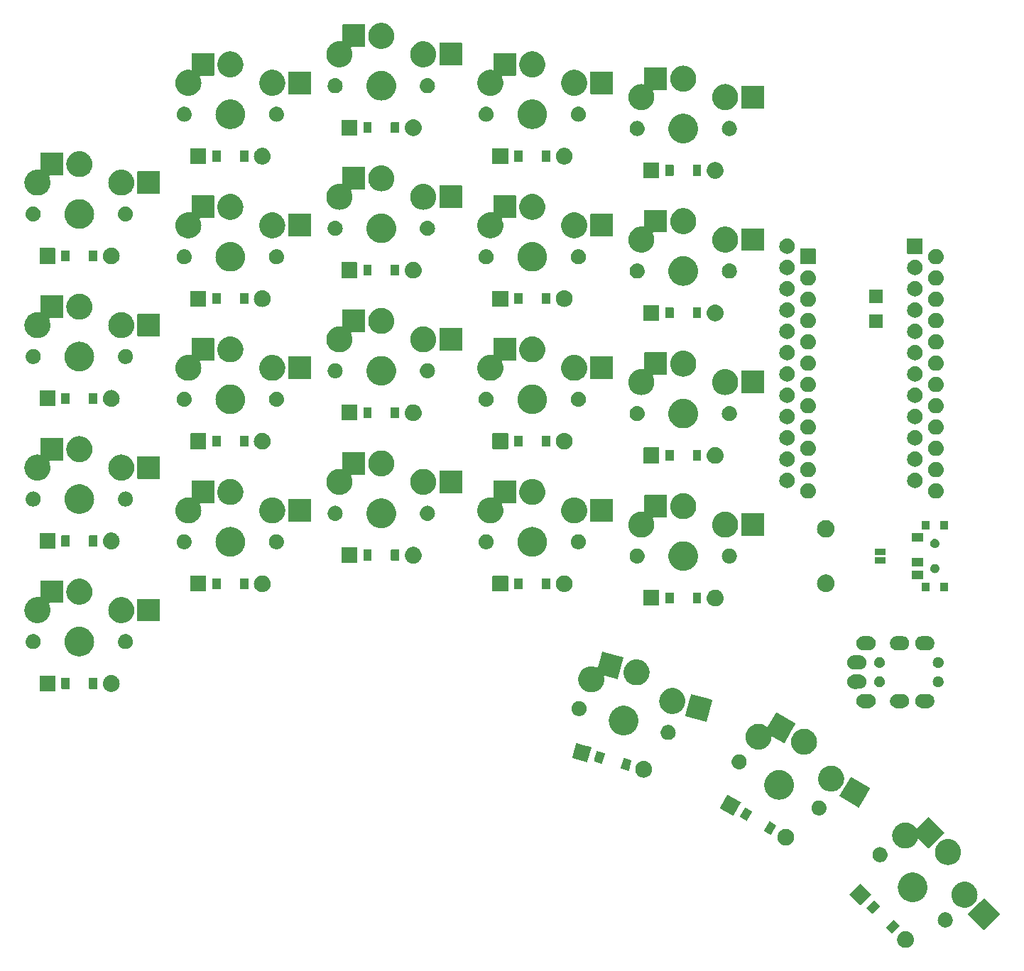
<source format=gbs>
%TF.GenerationSoftware,KiCad,Pcbnew,8.0.2*%
%TF.CreationDate,2024-05-30T16:07:25+01:00*%
%TF.ProjectId,board,626f6172-642e-46b6-9963-61645f706362,0.3*%
%TF.SameCoordinates,Original*%
%TF.FileFunction,Soldermask,Bot*%
%TF.FilePolarity,Negative*%
%FSLAX46Y46*%
G04 Gerber Fmt 4.6, Leading zero omitted, Abs format (unit mm)*
G04 Created by KiCad (PCBNEW 8.0.2) date 2024-05-30 16:07:25*
%MOMM*%
%LPD*%
G01*
G04 APERTURE LIST*
G04 APERTURE END LIST*
G36*
X98556913Y-34544187D02*
G01*
X98600524Y-34544187D01*
X98649093Y-34553266D01*
X98703655Y-34558640D01*
X98745103Y-34571213D01*
X98782282Y-34578163D01*
X98833777Y-34598112D01*
X98891717Y-34615688D01*
X98924819Y-34633381D01*
X98954689Y-34644953D01*
X99006588Y-34677088D01*
X99065036Y-34708329D01*
X99089596Y-34728484D01*
X99111897Y-34742293D01*
X99161302Y-34787332D01*
X99216952Y-34833002D01*
X99233444Y-34853097D01*
X99248536Y-34866856D01*
X99292358Y-34924885D01*
X99341625Y-34984918D01*
X99351150Y-35002738D01*
X99359965Y-35014411D01*
X99395033Y-35084838D01*
X99434266Y-35158237D01*
X99438450Y-35172031D01*
X99442381Y-35179925D01*
X99465598Y-35261524D01*
X99491314Y-35346299D01*
X99492158Y-35354877D01*
X99492980Y-35357763D01*
X99501517Y-35449895D01*
X99510577Y-35541877D01*
X99501516Y-35633866D01*
X99492980Y-35725990D01*
X99492159Y-35728875D01*
X99491314Y-35737455D01*
X99465593Y-35822244D01*
X99442381Y-35903828D01*
X99438451Y-35911719D01*
X99434266Y-35925517D01*
X99395026Y-35998929D01*
X99359965Y-36069342D01*
X99351152Y-36081012D01*
X99341625Y-36098836D01*
X99292348Y-36158879D01*
X99248536Y-36216897D01*
X99233447Y-36230652D01*
X99216952Y-36250752D01*
X99161291Y-36296431D01*
X99111897Y-36341460D01*
X99089600Y-36355265D01*
X99065036Y-36375425D01*
X99006576Y-36406672D01*
X98954689Y-36438800D01*
X98924826Y-36450368D01*
X98891717Y-36468066D01*
X98833765Y-36485645D01*
X98782282Y-36505590D01*
X98745109Y-36512538D01*
X98703655Y-36525114D01*
X98649090Y-36530488D01*
X98600524Y-36539567D01*
X98556913Y-36539567D01*
X98508077Y-36544377D01*
X98459241Y-36539567D01*
X98415630Y-36539567D01*
X98367062Y-36530488D01*
X98312499Y-36525114D01*
X98271045Y-36512539D01*
X98233871Y-36505590D01*
X98182383Y-36485643D01*
X98124437Y-36468066D01*
X98091330Y-36450370D01*
X98061464Y-36438800D01*
X98009569Y-36406668D01*
X97951118Y-36375425D01*
X97926556Y-36355267D01*
X97904256Y-36341460D01*
X97854852Y-36296422D01*
X97799202Y-36250752D01*
X97782709Y-36230655D01*
X97767617Y-36216897D01*
X97723792Y-36158864D01*
X97674529Y-36098836D01*
X97665004Y-36081016D01*
X97656188Y-36069342D01*
X97621113Y-35998901D01*
X97581888Y-35925517D01*
X97577704Y-35911725D01*
X97573772Y-35903828D01*
X97550544Y-35822191D01*
X97524840Y-35737455D01*
X97523995Y-35728880D01*
X97523173Y-35725990D01*
X97514620Y-35633694D01*
X97505577Y-35541877D01*
X97514619Y-35450067D01*
X97523173Y-35357763D01*
X97523995Y-35354871D01*
X97524840Y-35346299D01*
X97550539Y-35261577D01*
X97573772Y-35179925D01*
X97577705Y-35172026D01*
X97581888Y-35158237D01*
X97621105Y-35084865D01*
X97656188Y-35014411D01*
X97665006Y-35002733D01*
X97674529Y-34984918D01*
X97723783Y-34924900D01*
X97767617Y-34866856D01*
X97782712Y-34853094D01*
X97799202Y-34833002D01*
X97854841Y-34787340D01*
X97904256Y-34742293D01*
X97926561Y-34728482D01*
X97951118Y-34708329D01*
X98009557Y-34677092D01*
X98061464Y-34644953D01*
X98091337Y-34633380D01*
X98124437Y-34615688D01*
X98182371Y-34598113D01*
X98233871Y-34578163D01*
X98271052Y-34571212D01*
X98312499Y-34558640D01*
X98367059Y-34553266D01*
X98415630Y-34544187D01*
X98459241Y-34544187D01*
X98508077Y-34539377D01*
X98556913Y-34544187D01*
G37*
G36*
X97105926Y-33225870D02*
G01*
X97122147Y-33236709D01*
X97758543Y-33873105D01*
X97769382Y-33889326D01*
X97773188Y-33908460D01*
X97769382Y-33927594D01*
X97758543Y-33943815D01*
X96910015Y-34792343D01*
X96893794Y-34803182D01*
X96874660Y-34806988D01*
X96855526Y-34803182D01*
X96839305Y-34792343D01*
X96202909Y-34155947D01*
X96192070Y-34139726D01*
X96188264Y-34120592D01*
X96192070Y-34101458D01*
X96202909Y-34085237D01*
X96586583Y-33701563D01*
X97042732Y-33245413D01*
X97042735Y-33245410D01*
X97051437Y-33236709D01*
X97067658Y-33225870D01*
X97086792Y-33222064D01*
X97105926Y-33225870D01*
G37*
G36*
X107871593Y-30627286D02*
G01*
X107887814Y-30638125D01*
X109726292Y-32476603D01*
X109737131Y-32492824D01*
X109740936Y-32511958D01*
X109737131Y-32531092D01*
X109726292Y-32547313D01*
X107887814Y-34385791D01*
X107871593Y-34396630D01*
X107852459Y-34400435D01*
X107833325Y-34396630D01*
X107817104Y-34385791D01*
X105978626Y-32547313D01*
X105967787Y-32531092D01*
X105963982Y-32511958D01*
X105967787Y-32492824D01*
X105978626Y-32476603D01*
X107347979Y-31107250D01*
X107808399Y-30646829D01*
X107808402Y-30646826D01*
X107817104Y-30638125D01*
X107833325Y-30627286D01*
X107852459Y-30623481D01*
X107871593Y-30627286D01*
G37*
G36*
X103282559Y-32305422D02*
G01*
X103332757Y-32305422D01*
X103376102Y-32314635D01*
X103414223Y-32318390D01*
X103462118Y-32332918D01*
X103516980Y-32344580D01*
X103552081Y-32360208D01*
X103583118Y-32369623D01*
X103632437Y-32395985D01*
X103689037Y-32421185D01*
X103715354Y-32440305D01*
X103738763Y-32452818D01*
X103786509Y-32492003D01*
X103841407Y-32531888D01*
X103859232Y-32551684D01*
X103875191Y-32564782D01*
X103918079Y-32617041D01*
X103967430Y-32671851D01*
X103977797Y-32689807D01*
X103987155Y-32701210D01*
X104021778Y-32765985D01*
X104061600Y-32834958D01*
X104066179Y-32849053D01*
X104070350Y-32856855D01*
X104093338Y-32932638D01*
X104119800Y-33014079D01*
X104120731Y-33022943D01*
X104121583Y-33025750D01*
X104129869Y-33109887D01*
X104139487Y-33201387D01*
X104129869Y-33292894D01*
X104121583Y-33377023D01*
X104120731Y-33379828D01*
X104119800Y-33388695D01*
X104093333Y-33470149D01*
X104070350Y-33545918D01*
X104066180Y-33553718D01*
X104061600Y-33567816D01*
X104021771Y-33636801D01*
X103987155Y-33701563D01*
X103977799Y-33712963D01*
X103967430Y-33730923D01*
X103918070Y-33785742D01*
X103875191Y-33837991D01*
X103859235Y-33851085D01*
X103841407Y-33870886D01*
X103786499Y-33910778D01*
X103738763Y-33949955D01*
X103715359Y-33962464D01*
X103689037Y-33981589D01*
X103632426Y-34006793D01*
X103583118Y-34033150D01*
X103552088Y-34042562D01*
X103516980Y-34058194D01*
X103462107Y-34069857D01*
X103414223Y-34084383D01*
X103376110Y-34088136D01*
X103332757Y-34097352D01*
X103282549Y-34097352D01*
X103238587Y-34101682D01*
X103194624Y-34097352D01*
X103144417Y-34097352D01*
X103101063Y-34088136D01*
X103062950Y-34084383D01*
X103015062Y-34069856D01*
X102960194Y-34058194D01*
X102925087Y-34042563D01*
X102894055Y-34033150D01*
X102844741Y-34006790D01*
X102788137Y-33981589D01*
X102761817Y-33962466D01*
X102738410Y-33949955D01*
X102690665Y-33910772D01*
X102635767Y-33870886D01*
X102617941Y-33851088D01*
X102601982Y-33837991D01*
X102559092Y-33785729D01*
X102509744Y-33730923D01*
X102499377Y-33712967D01*
X102490018Y-33701563D01*
X102455389Y-33636777D01*
X102415574Y-33567816D01*
X102410994Y-33553722D01*
X102406823Y-33545918D01*
X102383825Y-33470103D01*
X102357374Y-33388695D01*
X102356442Y-33379833D01*
X102355590Y-33377023D01*
X102347288Y-33292743D01*
X102337687Y-33201387D01*
X102347288Y-33110038D01*
X102355590Y-33025750D01*
X102356442Y-33022938D01*
X102357374Y-33014079D01*
X102383820Y-32932684D01*
X102406823Y-32856855D01*
X102410995Y-32849048D01*
X102415574Y-32834958D01*
X102455381Y-32766008D01*
X102490018Y-32701210D01*
X102499379Y-32689803D01*
X102509744Y-32671851D01*
X102559083Y-32617054D01*
X102601982Y-32564782D01*
X102617944Y-32551681D01*
X102635767Y-32531888D01*
X102690655Y-32492009D01*
X102738410Y-32452818D01*
X102761822Y-32440303D01*
X102788137Y-32421185D01*
X102844730Y-32395988D01*
X102894055Y-32369623D01*
X102925094Y-32360207D01*
X102960194Y-32344580D01*
X103015051Y-32332919D01*
X103062950Y-32318390D01*
X103101072Y-32314635D01*
X103144417Y-32305422D01*
X103194614Y-32305422D01*
X103238587Y-32301091D01*
X103282559Y-32305422D01*
G37*
G36*
X94772474Y-30892418D02*
G01*
X94788695Y-30903257D01*
X95425091Y-31539653D01*
X95435930Y-31555874D01*
X95439736Y-31575008D01*
X95435930Y-31594142D01*
X95425091Y-31610363D01*
X94576563Y-32458891D01*
X94560342Y-32469730D01*
X94541208Y-32473536D01*
X94522074Y-32469730D01*
X94505853Y-32458891D01*
X93869457Y-31822495D01*
X93858618Y-31806274D01*
X93854812Y-31787140D01*
X93858618Y-31768006D01*
X93869457Y-31751785D01*
X94213495Y-31407747D01*
X94709280Y-30911961D01*
X94709283Y-30911958D01*
X94717985Y-30903257D01*
X94734206Y-30892418D01*
X94753340Y-30888612D01*
X94772474Y-30892418D01*
G37*
G36*
X105596200Y-28650867D02*
G01*
X105652489Y-28650867D01*
X105713998Y-28660137D01*
X105779157Y-28665266D01*
X105831676Y-28677874D01*
X105881511Y-28685386D01*
X105946634Y-28705473D01*
X106015660Y-28722045D01*
X106060285Y-28740529D01*
X106102838Y-28753655D01*
X106169647Y-28785829D01*
X106240369Y-28815123D01*
X106276673Y-28837370D01*
X106311506Y-28854145D01*
X106377760Y-28899316D01*
X106447751Y-28942207D01*
X106475778Y-28966144D01*
X106502874Y-28984618D01*
X106566132Y-29043313D01*
X106632700Y-29100167D01*
X106652915Y-29123836D01*
X106672657Y-29142154D01*
X106730383Y-29214540D01*
X106790660Y-29285116D01*
X106803915Y-29306746D01*
X106817066Y-29323237D01*
X106866665Y-29409145D01*
X106917744Y-29492498D01*
X106925246Y-29510610D01*
X106932869Y-29523813D01*
X106971737Y-29622848D01*
X107010822Y-29717207D01*
X107014054Y-29730673D01*
X107017485Y-29739413D01*
X107043188Y-29852024D01*
X107067601Y-29953710D01*
X107068233Y-29961751D01*
X107069026Y-29965222D01*
X107079362Y-30103159D01*
X107086684Y-30196183D01*
X107079362Y-30289214D01*
X107069026Y-30427143D01*
X107068234Y-30430612D01*
X107067601Y-30438656D01*
X107043184Y-30540360D01*
X107017485Y-30652952D01*
X107014055Y-30661690D01*
X107010822Y-30675159D01*
X106971729Y-30769535D01*
X106932869Y-30868552D01*
X106925247Y-30881752D01*
X106917744Y-30899868D01*
X106866655Y-30983236D01*
X106817066Y-31069128D01*
X106803917Y-31085615D01*
X106790660Y-31107250D01*
X106730371Y-31177839D01*
X106672657Y-31250211D01*
X106652919Y-31268524D01*
X106632700Y-31292199D01*
X106566119Y-31349063D01*
X106502874Y-31407747D01*
X106475784Y-31426216D01*
X106447751Y-31450159D01*
X106377745Y-31493058D01*
X106311506Y-31538220D01*
X106276680Y-31554991D01*
X106240369Y-31577243D01*
X106169633Y-31606542D01*
X106102838Y-31638710D01*
X106060294Y-31651832D01*
X106015660Y-31670321D01*
X105946619Y-31686895D01*
X105881511Y-31706979D01*
X105831685Y-31714489D01*
X105779157Y-31727100D01*
X105713994Y-31732228D01*
X105652489Y-31741499D01*
X105596200Y-31741499D01*
X105536684Y-31746183D01*
X105477168Y-31741499D01*
X105420879Y-31741499D01*
X105359372Y-31732228D01*
X105294211Y-31727100D01*
X105241683Y-31714489D01*
X105191856Y-31706979D01*
X105126744Y-31686895D01*
X105057708Y-31670321D01*
X105013073Y-31651832D01*
X104970530Y-31638710D01*
X104903732Y-31606542D01*
X104832999Y-31577243D01*
X104796689Y-31554992D01*
X104761859Y-31538219D01*
X104695605Y-31493048D01*
X104625617Y-31450159D01*
X104597591Y-31426222D01*
X104570495Y-31407749D01*
X104507235Y-31349052D01*
X104440668Y-31292199D01*
X104420452Y-31268529D01*
X104400710Y-31250211D01*
X104342981Y-31177821D01*
X104282708Y-31107250D01*
X104269453Y-31085620D01*
X104256301Y-31069128D01*
X104206695Y-30983208D01*
X104155624Y-30899868D01*
X104148122Y-30881758D01*
X104140498Y-30868552D01*
X104101619Y-30769489D01*
X104062546Y-30675159D01*
X104059314Y-30661696D01*
X104055882Y-30652952D01*
X104030163Y-30540276D01*
X104005767Y-30438656D01*
X104005134Y-30430619D01*
X104004341Y-30427143D01*
X103993984Y-30288948D01*
X103986684Y-30196183D01*
X103993984Y-30103425D01*
X104004341Y-29965222D01*
X104005134Y-29961744D01*
X104005767Y-29953710D01*
X104030159Y-29852109D01*
X104055882Y-29739413D01*
X104059314Y-29730666D01*
X104062546Y-29717207D01*
X104101611Y-29622894D01*
X104140498Y-29523813D01*
X104148124Y-29510604D01*
X104155624Y-29492498D01*
X104206685Y-29409173D01*
X104256301Y-29323237D01*
X104269456Y-29306740D01*
X104282708Y-29285116D01*
X104342969Y-29214558D01*
X104400710Y-29142154D01*
X104420456Y-29123831D01*
X104440668Y-29100167D01*
X104507221Y-29043325D01*
X104570495Y-28984616D01*
X104597596Y-28966138D01*
X104625617Y-28942207D01*
X104695591Y-28899326D01*
X104761859Y-28854146D01*
X104796697Y-28837368D01*
X104832999Y-28815123D01*
X104903717Y-28785830D01*
X104970530Y-28753655D01*
X105013083Y-28740529D01*
X105057708Y-28722045D01*
X105126730Y-28705474D01*
X105191856Y-28685386D01*
X105241692Y-28677874D01*
X105294211Y-28665266D01*
X105359368Y-28660137D01*
X105420879Y-28650867D01*
X105477168Y-28650867D01*
X105536684Y-28646183D01*
X105596200Y-28650867D01*
G37*
G36*
X93139057Y-28850293D02*
G01*
X93155278Y-28861132D01*
X94412514Y-30118368D01*
X94423353Y-30134589D01*
X94427158Y-30153723D01*
X94423353Y-30172857D01*
X94412514Y-30189078D01*
X93155278Y-31446314D01*
X93139057Y-31457153D01*
X93119923Y-31460958D01*
X93100789Y-31457153D01*
X93084568Y-31446314D01*
X91827332Y-30189078D01*
X91816493Y-30172857D01*
X91812688Y-30153723D01*
X91816493Y-30134589D01*
X91827332Y-30118368D01*
X92660584Y-29285116D01*
X93075863Y-28869836D01*
X93075866Y-28869833D01*
X93084568Y-28861132D01*
X93100789Y-28850293D01*
X93119923Y-28846488D01*
X93139057Y-28850293D01*
G37*
G36*
X99414027Y-27552734D02*
G01*
X99481361Y-27552734D01*
X99542162Y-27561898D01*
X99600574Y-27566076D01*
X99669822Y-27581140D01*
X99742138Y-27592040D01*
X99795278Y-27608431D01*
X99846522Y-27619579D01*
X99918725Y-27646509D01*
X99994144Y-27669773D01*
X100038957Y-27691353D01*
X100082367Y-27707545D01*
X100155489Y-27747472D01*
X100231750Y-27784198D01*
X100267966Y-27808890D01*
X100303288Y-27828177D01*
X100375063Y-27881907D01*
X100449648Y-27932758D01*
X100477439Y-27958544D01*
X100504790Y-27979019D01*
X100572766Y-28046995D01*
X100642970Y-28112135D01*
X100662909Y-28137138D01*
X100682780Y-28157009D01*
X100744408Y-28239335D01*
X100807398Y-28318322D01*
X100820416Y-28340870D01*
X100833622Y-28358511D01*
X100886297Y-28454978D01*
X100939260Y-28546712D01*
X100946600Y-28565416D01*
X100954254Y-28579432D01*
X100995451Y-28689887D01*
X101035608Y-28792204D01*
X101038752Y-28805979D01*
X101042220Y-28815277D01*
X101069564Y-28940975D01*
X101094292Y-29049315D01*
X101094901Y-29057448D01*
X101095723Y-29061225D01*
X101106986Y-29218710D01*
X101114000Y-29312300D01*
X101106985Y-29405897D01*
X101095723Y-29563374D01*
X101094901Y-29567149D01*
X101094292Y-29575285D01*
X101069559Y-29683644D01*
X101042220Y-29809322D01*
X101038752Y-29818618D01*
X101035608Y-29832396D01*
X100995444Y-29934731D01*
X100954254Y-30045167D01*
X100946602Y-30059180D01*
X100939260Y-30077888D01*
X100886287Y-30169639D01*
X100833622Y-30266088D01*
X100820418Y-30283725D01*
X100807398Y-30306278D01*
X100744396Y-30385279D01*
X100682780Y-30467590D01*
X100662913Y-30487456D01*
X100642970Y-30512465D01*
X100572753Y-30577616D01*
X100504790Y-30645580D01*
X100477444Y-30666050D01*
X100449648Y-30691842D01*
X100375048Y-30742703D01*
X100303288Y-30796422D01*
X100267974Y-30815704D01*
X100231750Y-30840402D01*
X100155473Y-30877134D01*
X100082367Y-30917054D01*
X100038966Y-30933241D01*
X99994144Y-30954827D01*
X99918710Y-30978095D01*
X99846522Y-31005020D01*
X99795289Y-31016164D01*
X99742138Y-31032560D01*
X99669807Y-31043462D01*
X99600574Y-31058523D01*
X99542174Y-31062699D01*
X99481361Y-31071866D01*
X99414013Y-31071866D01*
X99349500Y-31076480D01*
X99284987Y-31071866D01*
X99217639Y-31071866D01*
X99156825Y-31062699D01*
X99098425Y-31058523D01*
X99029189Y-31043461D01*
X98956862Y-31032560D01*
X98903712Y-31016165D01*
X98852477Y-31005020D01*
X98780283Y-30978093D01*
X98704856Y-30954827D01*
X98660036Y-30933243D01*
X98616632Y-30917054D01*
X98543517Y-30877130D01*
X98467250Y-30840402D01*
X98431029Y-30815707D01*
X98395711Y-30796422D01*
X98323940Y-30742695D01*
X98249352Y-30691842D01*
X98221559Y-30666054D01*
X98194209Y-30645580D01*
X98126233Y-30577604D01*
X98056030Y-30512465D01*
X98036090Y-30487461D01*
X98016219Y-30467590D01*
X97954586Y-30385258D01*
X97891602Y-30306278D01*
X97878584Y-30283731D01*
X97865377Y-30266088D01*
X97812694Y-30169607D01*
X97759740Y-30077888D01*
X97752400Y-30059186D01*
X97744745Y-30045167D01*
X97703535Y-29934680D01*
X97663392Y-29832396D01*
X97660248Y-29818625D01*
X97656779Y-29809322D01*
X97629419Y-29683550D01*
X97604708Y-29575285D01*
X97604098Y-29567156D01*
X97603276Y-29563374D01*
X97591992Y-29405605D01*
X97585000Y-29312300D01*
X97591991Y-29219002D01*
X97603276Y-29061225D01*
X97604098Y-29057441D01*
X97604708Y-29049315D01*
X97629414Y-28941069D01*
X97656779Y-28815277D01*
X97660249Y-28805972D01*
X97663392Y-28792204D01*
X97703527Y-28689938D01*
X97744745Y-28579432D01*
X97752401Y-28565409D01*
X97759740Y-28546712D01*
X97812684Y-28455010D01*
X97865377Y-28358511D01*
X97878587Y-28340864D01*
X97891602Y-28318322D01*
X97954574Y-28239356D01*
X98016219Y-28157009D01*
X98036094Y-28137133D01*
X98056030Y-28112135D01*
X98126219Y-28047008D01*
X98194209Y-27979019D01*
X98221565Y-27958540D01*
X98249352Y-27932758D01*
X98323925Y-27881914D01*
X98395711Y-27828177D01*
X98431037Y-27808887D01*
X98467250Y-27784198D01*
X98543502Y-27747476D01*
X98616632Y-27707545D01*
X98660046Y-27691352D01*
X98704856Y-27669773D01*
X98780268Y-27646511D01*
X98852477Y-27619579D01*
X98903723Y-27608430D01*
X98956862Y-27592040D01*
X99029174Y-27581140D01*
X99098425Y-27566076D01*
X99156838Y-27561898D01*
X99217639Y-27552734D01*
X99284973Y-27552734D01*
X99349500Y-27548119D01*
X99414027Y-27552734D01*
G37*
G36*
X103616301Y-23559699D02*
G01*
X103672590Y-23559699D01*
X103734099Y-23568969D01*
X103799258Y-23574098D01*
X103851777Y-23586706D01*
X103901612Y-23594218D01*
X103966735Y-23614305D01*
X104035761Y-23630877D01*
X104080386Y-23649361D01*
X104122939Y-23662487D01*
X104189748Y-23694661D01*
X104260470Y-23723955D01*
X104296774Y-23746202D01*
X104331607Y-23762977D01*
X104397861Y-23808148D01*
X104467852Y-23851039D01*
X104495879Y-23874976D01*
X104522975Y-23893450D01*
X104586233Y-23952145D01*
X104652801Y-24008999D01*
X104673016Y-24032668D01*
X104692758Y-24050986D01*
X104750484Y-24123372D01*
X104810761Y-24193948D01*
X104824016Y-24215578D01*
X104837167Y-24232069D01*
X104886766Y-24317977D01*
X104937845Y-24401330D01*
X104945347Y-24419442D01*
X104952970Y-24432645D01*
X104991838Y-24531680D01*
X105030923Y-24626039D01*
X105034155Y-24639505D01*
X105037586Y-24648245D01*
X105063289Y-24760856D01*
X105087702Y-24862542D01*
X105088334Y-24870583D01*
X105089127Y-24874054D01*
X105099463Y-25011991D01*
X105106785Y-25105015D01*
X105099463Y-25198046D01*
X105089127Y-25335975D01*
X105088335Y-25339444D01*
X105087702Y-25347488D01*
X105063285Y-25449192D01*
X105037586Y-25561784D01*
X105034156Y-25570522D01*
X105030923Y-25583991D01*
X104991830Y-25678367D01*
X104952970Y-25777384D01*
X104945348Y-25790584D01*
X104937845Y-25808700D01*
X104886756Y-25892068D01*
X104837167Y-25977960D01*
X104824018Y-25994447D01*
X104810761Y-26016082D01*
X104750472Y-26086671D01*
X104692758Y-26159043D01*
X104673020Y-26177356D01*
X104652801Y-26201031D01*
X104586220Y-26257895D01*
X104522975Y-26316579D01*
X104495885Y-26335048D01*
X104467852Y-26358991D01*
X104397846Y-26401890D01*
X104331607Y-26447052D01*
X104296781Y-26463823D01*
X104260470Y-26486075D01*
X104189734Y-26515374D01*
X104122939Y-26547542D01*
X104080395Y-26560664D01*
X104035761Y-26579153D01*
X103966720Y-26595727D01*
X103901612Y-26615811D01*
X103851786Y-26623321D01*
X103799258Y-26635932D01*
X103734095Y-26641060D01*
X103672590Y-26650331D01*
X103616301Y-26650331D01*
X103556785Y-26655015D01*
X103497269Y-26650331D01*
X103440980Y-26650331D01*
X103379473Y-26641060D01*
X103314312Y-26635932D01*
X103261784Y-26623321D01*
X103211957Y-26615811D01*
X103146845Y-26595727D01*
X103077809Y-26579153D01*
X103033174Y-26560664D01*
X102990631Y-26547542D01*
X102923833Y-26515374D01*
X102853100Y-26486075D01*
X102816790Y-26463824D01*
X102781960Y-26447051D01*
X102715706Y-26401880D01*
X102645718Y-26358991D01*
X102617692Y-26335054D01*
X102590596Y-26316581D01*
X102527336Y-26257884D01*
X102460769Y-26201031D01*
X102440553Y-26177361D01*
X102420811Y-26159043D01*
X102363082Y-26086653D01*
X102302809Y-26016082D01*
X102289554Y-25994452D01*
X102276402Y-25977960D01*
X102226796Y-25892040D01*
X102175725Y-25808700D01*
X102168223Y-25790590D01*
X102160599Y-25777384D01*
X102121720Y-25678321D01*
X102082647Y-25583991D01*
X102079415Y-25570528D01*
X102075983Y-25561784D01*
X102050264Y-25449108D01*
X102025868Y-25347488D01*
X102025235Y-25339451D01*
X102024442Y-25335975D01*
X102014085Y-25197780D01*
X102006785Y-25105015D01*
X102014085Y-25012257D01*
X102024442Y-24874054D01*
X102025235Y-24870576D01*
X102025868Y-24862542D01*
X102050260Y-24760941D01*
X102075983Y-24648245D01*
X102079415Y-24639498D01*
X102082647Y-24626039D01*
X102121712Y-24531726D01*
X102160599Y-24432645D01*
X102168225Y-24419436D01*
X102175725Y-24401330D01*
X102226786Y-24318005D01*
X102276402Y-24232069D01*
X102289557Y-24215572D01*
X102302809Y-24193948D01*
X102363070Y-24123390D01*
X102420811Y-24050986D01*
X102440557Y-24032663D01*
X102460769Y-24008999D01*
X102527322Y-23952157D01*
X102590596Y-23893448D01*
X102617697Y-23874970D01*
X102645718Y-23851039D01*
X102715692Y-23808158D01*
X102781960Y-23762978D01*
X102816798Y-23746200D01*
X102853100Y-23723955D01*
X102923818Y-23694662D01*
X102990631Y-23662487D01*
X103033184Y-23649361D01*
X103077809Y-23630877D01*
X103146831Y-23614306D01*
X103211957Y-23594218D01*
X103261793Y-23586706D01*
X103314312Y-23574098D01*
X103379469Y-23568969D01*
X103440980Y-23559699D01*
X103497269Y-23559699D01*
X103556785Y-23555015D01*
X103616301Y-23559699D01*
G37*
G36*
X95504385Y-24527248D02*
G01*
X95554583Y-24527248D01*
X95597928Y-24536461D01*
X95636049Y-24540216D01*
X95683944Y-24554744D01*
X95738806Y-24566406D01*
X95773907Y-24582034D01*
X95804944Y-24591449D01*
X95854263Y-24617811D01*
X95910863Y-24643011D01*
X95937180Y-24662131D01*
X95960589Y-24674644D01*
X96008335Y-24713829D01*
X96063233Y-24753714D01*
X96081058Y-24773510D01*
X96097017Y-24786608D01*
X96139905Y-24838867D01*
X96189256Y-24893677D01*
X96199623Y-24911633D01*
X96208981Y-24923036D01*
X96243604Y-24987811D01*
X96283426Y-25056784D01*
X96288005Y-25070879D01*
X96292176Y-25078681D01*
X96315164Y-25154464D01*
X96341626Y-25235905D01*
X96342557Y-25244769D01*
X96343409Y-25247576D01*
X96351695Y-25331713D01*
X96361313Y-25423213D01*
X96351695Y-25514720D01*
X96343409Y-25598849D01*
X96342557Y-25601654D01*
X96341626Y-25610521D01*
X96315159Y-25691975D01*
X96292176Y-25767744D01*
X96288006Y-25775544D01*
X96283426Y-25789642D01*
X96243597Y-25858627D01*
X96208981Y-25923389D01*
X96199625Y-25934789D01*
X96189256Y-25952749D01*
X96139896Y-26007568D01*
X96097017Y-26059817D01*
X96081061Y-26072911D01*
X96063233Y-26092712D01*
X96008325Y-26132604D01*
X95960589Y-26171781D01*
X95937185Y-26184290D01*
X95910863Y-26203415D01*
X95854252Y-26228619D01*
X95804944Y-26254976D01*
X95773914Y-26264388D01*
X95738806Y-26280020D01*
X95683933Y-26291683D01*
X95636049Y-26306209D01*
X95597936Y-26309962D01*
X95554583Y-26319178D01*
X95504375Y-26319178D01*
X95460413Y-26323508D01*
X95416450Y-26319178D01*
X95366243Y-26319178D01*
X95322889Y-26309962D01*
X95284776Y-26306209D01*
X95236888Y-26291682D01*
X95182020Y-26280020D01*
X95146913Y-26264389D01*
X95115881Y-26254976D01*
X95066567Y-26228616D01*
X95009963Y-26203415D01*
X94983643Y-26184292D01*
X94960236Y-26171781D01*
X94912491Y-26132598D01*
X94857593Y-26092712D01*
X94839767Y-26072914D01*
X94823808Y-26059817D01*
X94780918Y-26007555D01*
X94731570Y-25952749D01*
X94721203Y-25934793D01*
X94711844Y-25923389D01*
X94677215Y-25858603D01*
X94637400Y-25789642D01*
X94632820Y-25775548D01*
X94628649Y-25767744D01*
X94605651Y-25691929D01*
X94579200Y-25610521D01*
X94578268Y-25601659D01*
X94577416Y-25598849D01*
X94569114Y-25514569D01*
X94559513Y-25423213D01*
X94569114Y-25331864D01*
X94577416Y-25247576D01*
X94578268Y-25244764D01*
X94579200Y-25235905D01*
X94605646Y-25154510D01*
X94628649Y-25078681D01*
X94632821Y-25070874D01*
X94637400Y-25056784D01*
X94677207Y-24987834D01*
X94711844Y-24923036D01*
X94721205Y-24911629D01*
X94731570Y-24893677D01*
X94780909Y-24838880D01*
X94823808Y-24786608D01*
X94839770Y-24773507D01*
X94857593Y-24753714D01*
X94912481Y-24713835D01*
X94960236Y-24674644D01*
X94983648Y-24662129D01*
X95009963Y-24643011D01*
X95066556Y-24617814D01*
X95115881Y-24591449D01*
X95146920Y-24582033D01*
X95182020Y-24566406D01*
X95236877Y-24554745D01*
X95284776Y-24540216D01*
X95322898Y-24536461D01*
X95366243Y-24527248D01*
X95416440Y-24527248D01*
X95460413Y-24522917D01*
X95504385Y-24527248D01*
G37*
G36*
X101260145Y-20904568D02*
G01*
X101276366Y-20915407D01*
X103114844Y-22753885D01*
X103125683Y-22770106D01*
X103129488Y-22789240D01*
X103125683Y-22808374D01*
X103114844Y-22824595D01*
X101276366Y-24663073D01*
X101260145Y-24673912D01*
X101241011Y-24677717D01*
X101221877Y-24673912D01*
X101205656Y-24663073D01*
X100083822Y-23541239D01*
X99951537Y-23568841D01*
X99942989Y-23590620D01*
X99939755Y-23604092D01*
X99900648Y-23698502D01*
X99861799Y-23797490D01*
X99854181Y-23810684D01*
X99846677Y-23828801D01*
X99795587Y-23912171D01*
X99745999Y-23998061D01*
X99732850Y-24014548D01*
X99719593Y-24036183D01*
X99659304Y-24106772D01*
X99601590Y-24179144D01*
X99581852Y-24197457D01*
X99561633Y-24221132D01*
X99495052Y-24277996D01*
X99431807Y-24336680D01*
X99404717Y-24355149D01*
X99376684Y-24379092D01*
X99306678Y-24421991D01*
X99240439Y-24467153D01*
X99205613Y-24483924D01*
X99169302Y-24506176D01*
X99098566Y-24535475D01*
X99031771Y-24567643D01*
X98989227Y-24580765D01*
X98944593Y-24599254D01*
X98875552Y-24615828D01*
X98810444Y-24635912D01*
X98760618Y-24643422D01*
X98708090Y-24656033D01*
X98642927Y-24661161D01*
X98581422Y-24670432D01*
X98525133Y-24670432D01*
X98465617Y-24675116D01*
X98406101Y-24670432D01*
X98349812Y-24670432D01*
X98288305Y-24661161D01*
X98223144Y-24656033D01*
X98170616Y-24643422D01*
X98120789Y-24635912D01*
X98055677Y-24615828D01*
X97986641Y-24599254D01*
X97942006Y-24580765D01*
X97899463Y-24567643D01*
X97832665Y-24535475D01*
X97761932Y-24506176D01*
X97725622Y-24483925D01*
X97690792Y-24467152D01*
X97624538Y-24421981D01*
X97554550Y-24379092D01*
X97526524Y-24355155D01*
X97499428Y-24336682D01*
X97436168Y-24277985D01*
X97369601Y-24221132D01*
X97349385Y-24197462D01*
X97329643Y-24179144D01*
X97271914Y-24106754D01*
X97211641Y-24036183D01*
X97198386Y-24014553D01*
X97185234Y-23998061D01*
X97135628Y-23912141D01*
X97084557Y-23828801D01*
X97077055Y-23810691D01*
X97069431Y-23797485D01*
X97030552Y-23698422D01*
X96991479Y-23604092D01*
X96988247Y-23590629D01*
X96984815Y-23581885D01*
X96959096Y-23469209D01*
X96934700Y-23367589D01*
X96934067Y-23359552D01*
X96933274Y-23356076D01*
X96922917Y-23217881D01*
X96915617Y-23125116D01*
X96922917Y-23032358D01*
X96933274Y-22894155D01*
X96934067Y-22890677D01*
X96934700Y-22882643D01*
X96959092Y-22781042D01*
X96984815Y-22668346D01*
X96988247Y-22659599D01*
X96991479Y-22646140D01*
X97030544Y-22551827D01*
X97069431Y-22452746D01*
X97077057Y-22439537D01*
X97084557Y-22421431D01*
X97135618Y-22338106D01*
X97185234Y-22252170D01*
X97198389Y-22235673D01*
X97211641Y-22214049D01*
X97271902Y-22143491D01*
X97329643Y-22071087D01*
X97349389Y-22052764D01*
X97369601Y-22029100D01*
X97436154Y-21972258D01*
X97499428Y-21913549D01*
X97526529Y-21895071D01*
X97554550Y-21871140D01*
X97624524Y-21828259D01*
X97690792Y-21783079D01*
X97725630Y-21766301D01*
X97761932Y-21744056D01*
X97832650Y-21714763D01*
X97899463Y-21682588D01*
X97942016Y-21669462D01*
X97986641Y-21650978D01*
X98055663Y-21634407D01*
X98120789Y-21614319D01*
X98170625Y-21606807D01*
X98223144Y-21594199D01*
X98288301Y-21589070D01*
X98349812Y-21579800D01*
X98406101Y-21579800D01*
X98465617Y-21575116D01*
X98525133Y-21579800D01*
X98581422Y-21579800D01*
X98642931Y-21589070D01*
X98708090Y-21594199D01*
X98760609Y-21606807D01*
X98810444Y-21614319D01*
X98875567Y-21634406D01*
X98944593Y-21650978D01*
X98989218Y-21669462D01*
X99031771Y-21682588D01*
X99098580Y-21714762D01*
X99169302Y-21744056D01*
X99205606Y-21766303D01*
X99240439Y-21783078D01*
X99306693Y-21828249D01*
X99376684Y-21871140D01*
X99404711Y-21895077D01*
X99431807Y-21913551D01*
X99495065Y-21972246D01*
X99561633Y-22029100D01*
X99581848Y-22052769D01*
X99601590Y-22071087D01*
X99659324Y-22143482D01*
X99719593Y-22214049D01*
X99732844Y-22235672D01*
X99748187Y-22254912D01*
X99859878Y-22261185D01*
X101196951Y-20924111D01*
X101196954Y-20924108D01*
X101205656Y-20915407D01*
X101221877Y-20904568D01*
X101241011Y-20900763D01*
X101260145Y-20904568D01*
G37*
G36*
X84279293Y-22335010D02*
G01*
X84322904Y-22335010D01*
X84371473Y-22344089D01*
X84426035Y-22349463D01*
X84467483Y-22362036D01*
X84504662Y-22368986D01*
X84556157Y-22388935D01*
X84614097Y-22406511D01*
X84647199Y-22424204D01*
X84677069Y-22435776D01*
X84728968Y-22467911D01*
X84787416Y-22499152D01*
X84811976Y-22519307D01*
X84834277Y-22533116D01*
X84883682Y-22578155D01*
X84939332Y-22623825D01*
X84955824Y-22643920D01*
X84970916Y-22657679D01*
X85014738Y-22715708D01*
X85064005Y-22775741D01*
X85073530Y-22793561D01*
X85082345Y-22805234D01*
X85117413Y-22875661D01*
X85156646Y-22949060D01*
X85160830Y-22962854D01*
X85164761Y-22970748D01*
X85187978Y-23052347D01*
X85213694Y-23137122D01*
X85214538Y-23145700D01*
X85215360Y-23148586D01*
X85223897Y-23240718D01*
X85232957Y-23332700D01*
X85223896Y-23424689D01*
X85215360Y-23516813D01*
X85214539Y-23519698D01*
X85213694Y-23528278D01*
X85187973Y-23613067D01*
X85164761Y-23694651D01*
X85160831Y-23702542D01*
X85156646Y-23716340D01*
X85117406Y-23789752D01*
X85082345Y-23860165D01*
X85073532Y-23871835D01*
X85064005Y-23889659D01*
X85014728Y-23949702D01*
X84970916Y-24007720D01*
X84955827Y-24021475D01*
X84939332Y-24041575D01*
X84883671Y-24087254D01*
X84834277Y-24132283D01*
X84811980Y-24146088D01*
X84787416Y-24166248D01*
X84728956Y-24197495D01*
X84677069Y-24229623D01*
X84647206Y-24241191D01*
X84614097Y-24258889D01*
X84556145Y-24276468D01*
X84504662Y-24296413D01*
X84467489Y-24303361D01*
X84426035Y-24315937D01*
X84371470Y-24321311D01*
X84322904Y-24330390D01*
X84279293Y-24330390D01*
X84230457Y-24335200D01*
X84181621Y-24330390D01*
X84138010Y-24330390D01*
X84089442Y-24321311D01*
X84034879Y-24315937D01*
X83993425Y-24303362D01*
X83956251Y-24296413D01*
X83904763Y-24276466D01*
X83846817Y-24258889D01*
X83813710Y-24241193D01*
X83783844Y-24229623D01*
X83731949Y-24197491D01*
X83673498Y-24166248D01*
X83648936Y-24146090D01*
X83626636Y-24132283D01*
X83577232Y-24087245D01*
X83521582Y-24041575D01*
X83505089Y-24021478D01*
X83489997Y-24007720D01*
X83446172Y-23949687D01*
X83396909Y-23889659D01*
X83387384Y-23871839D01*
X83378568Y-23860165D01*
X83343493Y-23789724D01*
X83304268Y-23716340D01*
X83300084Y-23702548D01*
X83296152Y-23694651D01*
X83272924Y-23613014D01*
X83247220Y-23528278D01*
X83246375Y-23519703D01*
X83245553Y-23516813D01*
X83237000Y-23424517D01*
X83227957Y-23332700D01*
X83236999Y-23240890D01*
X83245553Y-23148586D01*
X83246375Y-23145694D01*
X83247220Y-23137122D01*
X83272919Y-23052400D01*
X83296152Y-22970748D01*
X83300085Y-22962849D01*
X83304268Y-22949060D01*
X83343485Y-22875688D01*
X83378568Y-22805234D01*
X83387386Y-22793556D01*
X83396909Y-22775741D01*
X83446163Y-22715723D01*
X83489997Y-22657679D01*
X83505092Y-22643917D01*
X83521582Y-22623825D01*
X83577221Y-22578163D01*
X83626636Y-22533116D01*
X83648941Y-22519305D01*
X83673498Y-22499152D01*
X83731937Y-22467915D01*
X83783844Y-22435776D01*
X83813717Y-22424203D01*
X83846817Y-22406511D01*
X83904751Y-22388936D01*
X83956251Y-22368986D01*
X83993432Y-22362035D01*
X84034879Y-22349463D01*
X84089439Y-22344089D01*
X84138010Y-22335010D01*
X84181621Y-22335010D01*
X84230457Y-22330200D01*
X84279293Y-22335010D01*
G37*
G36*
X82295131Y-21464783D02*
G01*
X82846435Y-21783079D01*
X83063888Y-21908625D01*
X83063889Y-21908626D01*
X83074553Y-21914783D01*
X83089221Y-21927647D01*
X83097849Y-21945144D01*
X83099126Y-21964611D01*
X83092855Y-21983085D01*
X82492855Y-23022315D01*
X82479992Y-23036983D01*
X82462494Y-23045611D01*
X82443027Y-23046887D01*
X82424553Y-23040617D01*
X81645131Y-22590617D01*
X81630463Y-22577753D01*
X81621835Y-22560256D01*
X81620558Y-22540789D01*
X81626829Y-22522315D01*
X81632984Y-22511653D01*
X81632986Y-22511649D01*
X82220671Y-21493749D01*
X82220674Y-21493745D01*
X82226829Y-21483085D01*
X82239692Y-21468417D01*
X82257190Y-21459789D01*
X82276657Y-21458513D01*
X82295131Y-21464783D01*
G37*
G36*
X79437247Y-19814783D02*
G01*
X80032515Y-20158461D01*
X80206004Y-20258625D01*
X80206005Y-20258626D01*
X80216669Y-20264783D01*
X80231337Y-20277647D01*
X80239965Y-20295144D01*
X80241242Y-20314611D01*
X80234971Y-20333085D01*
X79634971Y-21372315D01*
X79622108Y-21386983D01*
X79604610Y-21395611D01*
X79585143Y-21396887D01*
X79566669Y-21390617D01*
X78787247Y-20940617D01*
X78772579Y-20927753D01*
X78763951Y-20910256D01*
X78762674Y-20890789D01*
X78768945Y-20872315D01*
X78775100Y-20861653D01*
X78775102Y-20861649D01*
X79362787Y-19843749D01*
X79362790Y-19843745D01*
X79368945Y-19833085D01*
X79381808Y-19818417D01*
X79399306Y-19809789D01*
X79418773Y-19808513D01*
X79437247Y-19814783D01*
G37*
G36*
X77330946Y-18265002D02*
G01*
X78870740Y-19154002D01*
X78885407Y-19166865D01*
X78894035Y-19184363D01*
X78895312Y-19203830D01*
X78889041Y-19222303D01*
X78000041Y-20762097D01*
X77987178Y-20776764D01*
X77969680Y-20785392D01*
X77950213Y-20786669D01*
X77931740Y-20780398D01*
X76391946Y-19891398D01*
X76377279Y-19878535D01*
X76368651Y-19861037D01*
X76367374Y-19841570D01*
X76373645Y-19823097D01*
X76379802Y-19812432D01*
X77256487Y-18293968D01*
X77256488Y-18293966D01*
X77262645Y-18283303D01*
X77275508Y-18268636D01*
X77293006Y-18260008D01*
X77312473Y-18258731D01*
X77330946Y-18265002D01*
G37*
G36*
X88238012Y-18951535D02*
G01*
X88288210Y-18951535D01*
X88331555Y-18960748D01*
X88369676Y-18964503D01*
X88417571Y-18979031D01*
X88472433Y-18990693D01*
X88507534Y-19006321D01*
X88538571Y-19015736D01*
X88587890Y-19042098D01*
X88644490Y-19067298D01*
X88670807Y-19086418D01*
X88694216Y-19098931D01*
X88741962Y-19138116D01*
X88796860Y-19178001D01*
X88814685Y-19197797D01*
X88830644Y-19210895D01*
X88873532Y-19263154D01*
X88922883Y-19317964D01*
X88933250Y-19335920D01*
X88942608Y-19347323D01*
X88977231Y-19412098D01*
X89017053Y-19481071D01*
X89021632Y-19495166D01*
X89025803Y-19502968D01*
X89048791Y-19578751D01*
X89075253Y-19660192D01*
X89076184Y-19669056D01*
X89077036Y-19671863D01*
X89085322Y-19756000D01*
X89094940Y-19847500D01*
X89085322Y-19939007D01*
X89077036Y-20023136D01*
X89076184Y-20025941D01*
X89075253Y-20034808D01*
X89048786Y-20116262D01*
X89025803Y-20192031D01*
X89021633Y-20199831D01*
X89017053Y-20213929D01*
X88977224Y-20282914D01*
X88942608Y-20347676D01*
X88933252Y-20359076D01*
X88922883Y-20377036D01*
X88873523Y-20431855D01*
X88830644Y-20484104D01*
X88814688Y-20497198D01*
X88796860Y-20516999D01*
X88741952Y-20556891D01*
X88694216Y-20596068D01*
X88670812Y-20608577D01*
X88644490Y-20627702D01*
X88587879Y-20652906D01*
X88538571Y-20679263D01*
X88507541Y-20688675D01*
X88472433Y-20704307D01*
X88417560Y-20715970D01*
X88369676Y-20730496D01*
X88331563Y-20734249D01*
X88288210Y-20743465D01*
X88238002Y-20743465D01*
X88194040Y-20747795D01*
X88150077Y-20743465D01*
X88099870Y-20743465D01*
X88056516Y-20734249D01*
X88018403Y-20730496D01*
X87970515Y-20715969D01*
X87915647Y-20704307D01*
X87880540Y-20688676D01*
X87849508Y-20679263D01*
X87800194Y-20652903D01*
X87743590Y-20627702D01*
X87717270Y-20608579D01*
X87693863Y-20596068D01*
X87646118Y-20556885D01*
X87591220Y-20516999D01*
X87573394Y-20497201D01*
X87557435Y-20484104D01*
X87514545Y-20431842D01*
X87465197Y-20377036D01*
X87454830Y-20359080D01*
X87445471Y-20347676D01*
X87410842Y-20282890D01*
X87371027Y-20213929D01*
X87366447Y-20199835D01*
X87362276Y-20192031D01*
X87339278Y-20116216D01*
X87312827Y-20034808D01*
X87311895Y-20025946D01*
X87311043Y-20023136D01*
X87302741Y-19938856D01*
X87293140Y-19847500D01*
X87302741Y-19756151D01*
X87311043Y-19671863D01*
X87311895Y-19669051D01*
X87312827Y-19660192D01*
X87339273Y-19578797D01*
X87362276Y-19502968D01*
X87366448Y-19495161D01*
X87371027Y-19481071D01*
X87410834Y-19412121D01*
X87445471Y-19347323D01*
X87454832Y-19335916D01*
X87465197Y-19317964D01*
X87514536Y-19263167D01*
X87557435Y-19210895D01*
X87573397Y-19197794D01*
X87591220Y-19178001D01*
X87646108Y-19138122D01*
X87693863Y-19098931D01*
X87717275Y-19086416D01*
X87743590Y-19067298D01*
X87800183Y-19042101D01*
X87849508Y-19015736D01*
X87880547Y-19006320D01*
X87915647Y-18990693D01*
X87970504Y-18979032D01*
X88018403Y-18964503D01*
X88056525Y-18960748D01*
X88099870Y-18951535D01*
X88150067Y-18951535D01*
X88194040Y-18947204D01*
X88238012Y-18951535D01*
G37*
G36*
X92021427Y-16168271D02*
G01*
X92032087Y-16174425D01*
X92032088Y-16174426D01*
X94262428Y-17462112D01*
X94262433Y-17462116D01*
X94273093Y-17468271D01*
X94287761Y-17481134D01*
X94296389Y-17498631D01*
X94297665Y-17518098D01*
X94291394Y-17536572D01*
X93501884Y-18904043D01*
X92997552Y-19777573D01*
X92997550Y-19777574D01*
X92991394Y-19788238D01*
X92978531Y-19802906D01*
X92961034Y-19811534D01*
X92941567Y-19812810D01*
X92923093Y-19806539D01*
X92359366Y-19481071D01*
X90682091Y-18512697D01*
X90682087Y-18512693D01*
X90671427Y-18506539D01*
X90656759Y-18493676D01*
X90648131Y-18476179D01*
X90646855Y-18456712D01*
X90653126Y-18438238D01*
X90659279Y-18427578D01*
X90659281Y-18427576D01*
X91946967Y-16197236D01*
X91946973Y-16197228D01*
X91953126Y-16186572D01*
X91965989Y-16171904D01*
X91983486Y-16163276D01*
X92002953Y-16162000D01*
X92021427Y-16168271D01*
G37*
G36*
X83495427Y-15337934D02*
G01*
X83562761Y-15337934D01*
X83623562Y-15347098D01*
X83681974Y-15351276D01*
X83751222Y-15366340D01*
X83823538Y-15377240D01*
X83876678Y-15393631D01*
X83927922Y-15404779D01*
X84000125Y-15431709D01*
X84075544Y-15454973D01*
X84120357Y-15476553D01*
X84163767Y-15492745D01*
X84236889Y-15532672D01*
X84313150Y-15569398D01*
X84349366Y-15594090D01*
X84384688Y-15613377D01*
X84456463Y-15667107D01*
X84531048Y-15717958D01*
X84558839Y-15743744D01*
X84586190Y-15764219D01*
X84654166Y-15832195D01*
X84724370Y-15897335D01*
X84744309Y-15922338D01*
X84764180Y-15942209D01*
X84825808Y-16024535D01*
X84888798Y-16103522D01*
X84901816Y-16126070D01*
X84915022Y-16143711D01*
X84967697Y-16240178D01*
X85020660Y-16331912D01*
X85028000Y-16350616D01*
X85035654Y-16364632D01*
X85076851Y-16475087D01*
X85117008Y-16577404D01*
X85120152Y-16591179D01*
X85123620Y-16600477D01*
X85150964Y-16726175D01*
X85175692Y-16834515D01*
X85176301Y-16842648D01*
X85177123Y-16846425D01*
X85188386Y-17003910D01*
X85195400Y-17097500D01*
X85188385Y-17191097D01*
X85177123Y-17348574D01*
X85176301Y-17352349D01*
X85175692Y-17360485D01*
X85150959Y-17468844D01*
X85123620Y-17594522D01*
X85120152Y-17603818D01*
X85117008Y-17617596D01*
X85076844Y-17719931D01*
X85035654Y-17830367D01*
X85028002Y-17844380D01*
X85020660Y-17863088D01*
X84967687Y-17954839D01*
X84915022Y-18051288D01*
X84901818Y-18068925D01*
X84888798Y-18091478D01*
X84825796Y-18170479D01*
X84764180Y-18252790D01*
X84744313Y-18272656D01*
X84724370Y-18297665D01*
X84654153Y-18362816D01*
X84586190Y-18430780D01*
X84558844Y-18451250D01*
X84531048Y-18477042D01*
X84456448Y-18527903D01*
X84384688Y-18581622D01*
X84349374Y-18600904D01*
X84313150Y-18625602D01*
X84236873Y-18662334D01*
X84163767Y-18702254D01*
X84120366Y-18718441D01*
X84075544Y-18740027D01*
X84000110Y-18763295D01*
X83927922Y-18790220D01*
X83876689Y-18801364D01*
X83823538Y-18817760D01*
X83751207Y-18828662D01*
X83681974Y-18843723D01*
X83623574Y-18847899D01*
X83562761Y-18857066D01*
X83495413Y-18857066D01*
X83430900Y-18861680D01*
X83366387Y-18857066D01*
X83299039Y-18857066D01*
X83238225Y-18847899D01*
X83179825Y-18843723D01*
X83110589Y-18828661D01*
X83038262Y-18817760D01*
X82985112Y-18801365D01*
X82933877Y-18790220D01*
X82861683Y-18763293D01*
X82786256Y-18740027D01*
X82741436Y-18718443D01*
X82698032Y-18702254D01*
X82624917Y-18662330D01*
X82548650Y-18625602D01*
X82512429Y-18600907D01*
X82477111Y-18581622D01*
X82405340Y-18527895D01*
X82330752Y-18477042D01*
X82302959Y-18451254D01*
X82275609Y-18430780D01*
X82207633Y-18362804D01*
X82137430Y-18297665D01*
X82117490Y-18272661D01*
X82097619Y-18252790D01*
X82035986Y-18170458D01*
X81973002Y-18091478D01*
X81959984Y-18068931D01*
X81946777Y-18051288D01*
X81894094Y-17954807D01*
X81841140Y-17863088D01*
X81833800Y-17844386D01*
X81826145Y-17830367D01*
X81784935Y-17719880D01*
X81744792Y-17617596D01*
X81741648Y-17603825D01*
X81738179Y-17594522D01*
X81710819Y-17468750D01*
X81686108Y-17360485D01*
X81685498Y-17352356D01*
X81684676Y-17348574D01*
X81673392Y-17190805D01*
X81666400Y-17097500D01*
X81673391Y-17004202D01*
X81684676Y-16846425D01*
X81685498Y-16842641D01*
X81686108Y-16834515D01*
X81710814Y-16726269D01*
X81738179Y-16600477D01*
X81741649Y-16591172D01*
X81744792Y-16577404D01*
X81784927Y-16475138D01*
X81826145Y-16364632D01*
X81833801Y-16350609D01*
X81841140Y-16331912D01*
X81894084Y-16240210D01*
X81946777Y-16143711D01*
X81959987Y-16126064D01*
X81973002Y-16103522D01*
X82035974Y-16024556D01*
X82097619Y-15942209D01*
X82117494Y-15922333D01*
X82137430Y-15897335D01*
X82207619Y-15832208D01*
X82275609Y-15764219D01*
X82302965Y-15743740D01*
X82330752Y-15717958D01*
X82405325Y-15667114D01*
X82477111Y-15613377D01*
X82512437Y-15594087D01*
X82548650Y-15569398D01*
X82624902Y-15532676D01*
X82698032Y-15492745D01*
X82741446Y-15476552D01*
X82786256Y-15454973D01*
X82861668Y-15431711D01*
X82933877Y-15404779D01*
X82985123Y-15393630D01*
X83038262Y-15377240D01*
X83110574Y-15366340D01*
X83179825Y-15351276D01*
X83238238Y-15347098D01*
X83299039Y-15337934D01*
X83366373Y-15337934D01*
X83430900Y-15333319D01*
X83495427Y-15337934D01*
G37*
G36*
X89695543Y-14804589D02*
G01*
X89751832Y-14804589D01*
X89813341Y-14813859D01*
X89878500Y-14818988D01*
X89931019Y-14831596D01*
X89980854Y-14839108D01*
X90045977Y-14859195D01*
X90115003Y-14875767D01*
X90159628Y-14894251D01*
X90202181Y-14907377D01*
X90268990Y-14939551D01*
X90339712Y-14968845D01*
X90376016Y-14991092D01*
X90410849Y-15007867D01*
X90477103Y-15053038D01*
X90547094Y-15095929D01*
X90575121Y-15119866D01*
X90602217Y-15138340D01*
X90665475Y-15197035D01*
X90732043Y-15253889D01*
X90752258Y-15277558D01*
X90772000Y-15295876D01*
X90829726Y-15368262D01*
X90890003Y-15438838D01*
X90903258Y-15460468D01*
X90916409Y-15476959D01*
X90966008Y-15562867D01*
X91017087Y-15646220D01*
X91024589Y-15664332D01*
X91032212Y-15677535D01*
X91071080Y-15776570D01*
X91110165Y-15870929D01*
X91113397Y-15884395D01*
X91116828Y-15893135D01*
X91142531Y-16005746D01*
X91166944Y-16107432D01*
X91167576Y-16115473D01*
X91168369Y-16118944D01*
X91178705Y-16256881D01*
X91186027Y-16349905D01*
X91178705Y-16442936D01*
X91168369Y-16580865D01*
X91167577Y-16584334D01*
X91166944Y-16592378D01*
X91142527Y-16694082D01*
X91116828Y-16806674D01*
X91113398Y-16815412D01*
X91110165Y-16828881D01*
X91071072Y-16923257D01*
X91032212Y-17022274D01*
X91024590Y-17035474D01*
X91017087Y-17053590D01*
X90965998Y-17136958D01*
X90916409Y-17222850D01*
X90903260Y-17239337D01*
X90890003Y-17260972D01*
X90829714Y-17331561D01*
X90772000Y-17403933D01*
X90752262Y-17422246D01*
X90732043Y-17445921D01*
X90665462Y-17502785D01*
X90602217Y-17561469D01*
X90575127Y-17579938D01*
X90547094Y-17603881D01*
X90477088Y-17646780D01*
X90410849Y-17691942D01*
X90376023Y-17708713D01*
X90339712Y-17730965D01*
X90268976Y-17760264D01*
X90202181Y-17792432D01*
X90159637Y-17805554D01*
X90115003Y-17824043D01*
X90045962Y-17840617D01*
X89980854Y-17860701D01*
X89931028Y-17868211D01*
X89878500Y-17880822D01*
X89813337Y-17885950D01*
X89751832Y-17895221D01*
X89695543Y-17895221D01*
X89636027Y-17899905D01*
X89576511Y-17895221D01*
X89520222Y-17895221D01*
X89458715Y-17885950D01*
X89393554Y-17880822D01*
X89341026Y-17868211D01*
X89291199Y-17860701D01*
X89226087Y-17840617D01*
X89157051Y-17824043D01*
X89112416Y-17805554D01*
X89069873Y-17792432D01*
X89003075Y-17760264D01*
X88932342Y-17730965D01*
X88896032Y-17708714D01*
X88861202Y-17691941D01*
X88794948Y-17646770D01*
X88724960Y-17603881D01*
X88696934Y-17579944D01*
X88669838Y-17561471D01*
X88606578Y-17502774D01*
X88540011Y-17445921D01*
X88519795Y-17422251D01*
X88500053Y-17403933D01*
X88442324Y-17331543D01*
X88382051Y-17260972D01*
X88368796Y-17239342D01*
X88355644Y-17222850D01*
X88306038Y-17136930D01*
X88254967Y-17053590D01*
X88247465Y-17035480D01*
X88239841Y-17022274D01*
X88200962Y-16923211D01*
X88161889Y-16828881D01*
X88158657Y-16815418D01*
X88155225Y-16806674D01*
X88129506Y-16693998D01*
X88105110Y-16592378D01*
X88104477Y-16584341D01*
X88103684Y-16580865D01*
X88093327Y-16442670D01*
X88086027Y-16349905D01*
X88093327Y-16257147D01*
X88103684Y-16118944D01*
X88104477Y-16115466D01*
X88105110Y-16107432D01*
X88129502Y-16005831D01*
X88155225Y-15893135D01*
X88158657Y-15884388D01*
X88161889Y-15870929D01*
X88200954Y-15776616D01*
X88239841Y-15677535D01*
X88247467Y-15664326D01*
X88254967Y-15646220D01*
X88306028Y-15562895D01*
X88355644Y-15476959D01*
X88368799Y-15460462D01*
X88382051Y-15438838D01*
X88442312Y-15368280D01*
X88500053Y-15295876D01*
X88519799Y-15277553D01*
X88540011Y-15253889D01*
X88606564Y-15197047D01*
X88669838Y-15138338D01*
X88696939Y-15119860D01*
X88724960Y-15095929D01*
X88794934Y-15053048D01*
X88861202Y-15007868D01*
X88896040Y-14991090D01*
X88932342Y-14968845D01*
X89003060Y-14939552D01*
X89069873Y-14907377D01*
X89112426Y-14894251D01*
X89157051Y-14875767D01*
X89226073Y-14859196D01*
X89291199Y-14839108D01*
X89341035Y-14831596D01*
X89393554Y-14818988D01*
X89458711Y-14813859D01*
X89520222Y-14804589D01*
X89576511Y-14804589D01*
X89636027Y-14799905D01*
X89695543Y-14804589D01*
G37*
G36*
X67328213Y-14237012D02*
G01*
X67371824Y-14237012D01*
X67420393Y-14246091D01*
X67474955Y-14251465D01*
X67516403Y-14264038D01*
X67553582Y-14270988D01*
X67605077Y-14290937D01*
X67663017Y-14308513D01*
X67696119Y-14326206D01*
X67725989Y-14337778D01*
X67777888Y-14369913D01*
X67836336Y-14401154D01*
X67860896Y-14421309D01*
X67883197Y-14435118D01*
X67932602Y-14480157D01*
X67988252Y-14525827D01*
X68004744Y-14545922D01*
X68019836Y-14559681D01*
X68063658Y-14617710D01*
X68112925Y-14677743D01*
X68122450Y-14695563D01*
X68131265Y-14707236D01*
X68166333Y-14777663D01*
X68205566Y-14851062D01*
X68209750Y-14864856D01*
X68213681Y-14872750D01*
X68236898Y-14954349D01*
X68262614Y-15039124D01*
X68263458Y-15047702D01*
X68264280Y-15050588D01*
X68272817Y-15142720D01*
X68281877Y-15234702D01*
X68272816Y-15326691D01*
X68264280Y-15418815D01*
X68263459Y-15421700D01*
X68262614Y-15430280D01*
X68236893Y-15515069D01*
X68213681Y-15596653D01*
X68209751Y-15604544D01*
X68205566Y-15618342D01*
X68166326Y-15691754D01*
X68131265Y-15762167D01*
X68122452Y-15773837D01*
X68112925Y-15791661D01*
X68063648Y-15851704D01*
X68019836Y-15909722D01*
X68004747Y-15923477D01*
X67988252Y-15943577D01*
X67932591Y-15989256D01*
X67883197Y-16034285D01*
X67860900Y-16048090D01*
X67836336Y-16068250D01*
X67777876Y-16099497D01*
X67725989Y-16131625D01*
X67696126Y-16143193D01*
X67663017Y-16160891D01*
X67605065Y-16178470D01*
X67553582Y-16198415D01*
X67516409Y-16205363D01*
X67474955Y-16217939D01*
X67420390Y-16223313D01*
X67371824Y-16232392D01*
X67328213Y-16232392D01*
X67279377Y-16237202D01*
X67230541Y-16232392D01*
X67186930Y-16232392D01*
X67138362Y-16223313D01*
X67083799Y-16217939D01*
X67042345Y-16205364D01*
X67005171Y-16198415D01*
X66953683Y-16178468D01*
X66895737Y-16160891D01*
X66862630Y-16143195D01*
X66832764Y-16131625D01*
X66780869Y-16099493D01*
X66722418Y-16068250D01*
X66697856Y-16048092D01*
X66675556Y-16034285D01*
X66626152Y-15989247D01*
X66570502Y-15943577D01*
X66554009Y-15923480D01*
X66538917Y-15909722D01*
X66495092Y-15851689D01*
X66445829Y-15791661D01*
X66436304Y-15773841D01*
X66427488Y-15762167D01*
X66392413Y-15691726D01*
X66353188Y-15618342D01*
X66349004Y-15604550D01*
X66345072Y-15596653D01*
X66321844Y-15515016D01*
X66296140Y-15430280D01*
X66295295Y-15421705D01*
X66294473Y-15418815D01*
X66285920Y-15326519D01*
X66276877Y-15234702D01*
X66285919Y-15142892D01*
X66294473Y-15050588D01*
X66295295Y-15047696D01*
X66296140Y-15039124D01*
X66321839Y-14954402D01*
X66345072Y-14872750D01*
X66349005Y-14864851D01*
X66353188Y-14851062D01*
X66392405Y-14777690D01*
X66427488Y-14707236D01*
X66436306Y-14695558D01*
X66445829Y-14677743D01*
X66495083Y-14617725D01*
X66538917Y-14559681D01*
X66554012Y-14545919D01*
X66570502Y-14525827D01*
X66626141Y-14480165D01*
X66675556Y-14435118D01*
X66697861Y-14421307D01*
X66722418Y-14401154D01*
X66780857Y-14369917D01*
X66832764Y-14337778D01*
X66862637Y-14326205D01*
X66895737Y-14308513D01*
X66953671Y-14290938D01*
X67005171Y-14270988D01*
X67042352Y-14264037D01*
X67083799Y-14251465D01*
X67138359Y-14246091D01*
X67186930Y-14237012D01*
X67230541Y-14237012D01*
X67279377Y-14232202D01*
X67328213Y-14237012D01*
G37*
G36*
X64926544Y-13931330D02*
G01*
X65269302Y-14023171D01*
X65783985Y-14161080D01*
X65783987Y-14161081D01*
X65795877Y-14164267D01*
X65813374Y-14172895D01*
X65826237Y-14187563D01*
X65832508Y-14206037D01*
X65831232Y-14225504D01*
X65520649Y-15384615D01*
X65512021Y-15402112D01*
X65497353Y-15414975D01*
X65478879Y-15421246D01*
X65459412Y-15419970D01*
X64590079Y-15187033D01*
X64572582Y-15178405D01*
X64559719Y-15163737D01*
X64553448Y-15145263D01*
X64554724Y-15125796D01*
X64621719Y-14875767D01*
X64862120Y-13978576D01*
X64862121Y-13978572D01*
X64865307Y-13966685D01*
X64873935Y-13949188D01*
X64888603Y-13936325D01*
X64907077Y-13930054D01*
X64926544Y-13931330D01*
G37*
G36*
X78711732Y-13451535D02*
G01*
X78761930Y-13451535D01*
X78805275Y-13460748D01*
X78843396Y-13464503D01*
X78891291Y-13479031D01*
X78946153Y-13490693D01*
X78981254Y-13506321D01*
X79012291Y-13515736D01*
X79061610Y-13542098D01*
X79118210Y-13567298D01*
X79144527Y-13586418D01*
X79167936Y-13598931D01*
X79215682Y-13638116D01*
X79270580Y-13678001D01*
X79288405Y-13697797D01*
X79304364Y-13710895D01*
X79347252Y-13763154D01*
X79396603Y-13817964D01*
X79406970Y-13835920D01*
X79416328Y-13847323D01*
X79450951Y-13912098D01*
X79490773Y-13981071D01*
X79495352Y-13995166D01*
X79499523Y-14002968D01*
X79522511Y-14078751D01*
X79548973Y-14160192D01*
X79549904Y-14169056D01*
X79550756Y-14171863D01*
X79559042Y-14256000D01*
X79568660Y-14347500D01*
X79559042Y-14439007D01*
X79550756Y-14523136D01*
X79549904Y-14525941D01*
X79548973Y-14534808D01*
X79522506Y-14616262D01*
X79499523Y-14692031D01*
X79495353Y-14699831D01*
X79490773Y-14713929D01*
X79450944Y-14782914D01*
X79416328Y-14847676D01*
X79406972Y-14859076D01*
X79396603Y-14877036D01*
X79347243Y-14931855D01*
X79304364Y-14984104D01*
X79288408Y-14997198D01*
X79270580Y-15016999D01*
X79215672Y-15056891D01*
X79167936Y-15096068D01*
X79144532Y-15108577D01*
X79118210Y-15127702D01*
X79061599Y-15152906D01*
X79012291Y-15179263D01*
X78981261Y-15188675D01*
X78946153Y-15204307D01*
X78891280Y-15215970D01*
X78843396Y-15230496D01*
X78805283Y-15234249D01*
X78761930Y-15243465D01*
X78711722Y-15243465D01*
X78667760Y-15247795D01*
X78623797Y-15243465D01*
X78573590Y-15243465D01*
X78530236Y-15234249D01*
X78492123Y-15230496D01*
X78444235Y-15215969D01*
X78389367Y-15204307D01*
X78354260Y-15188676D01*
X78323228Y-15179263D01*
X78273914Y-15152903D01*
X78217310Y-15127702D01*
X78190990Y-15108579D01*
X78167583Y-15096068D01*
X78119838Y-15056885D01*
X78064940Y-15016999D01*
X78047114Y-14997201D01*
X78031155Y-14984104D01*
X77988265Y-14931842D01*
X77938917Y-14877036D01*
X77928550Y-14859080D01*
X77919191Y-14847676D01*
X77884562Y-14782890D01*
X77844747Y-14713929D01*
X77840167Y-14699835D01*
X77835996Y-14692031D01*
X77812998Y-14616216D01*
X77786547Y-14534808D01*
X77785615Y-14525946D01*
X77784763Y-14523136D01*
X77776461Y-14438856D01*
X77766860Y-14347500D01*
X77776461Y-14256151D01*
X77784763Y-14171863D01*
X77785615Y-14169051D01*
X77786547Y-14160192D01*
X77812993Y-14078797D01*
X77835996Y-14002968D01*
X77840168Y-13995161D01*
X77844747Y-13981071D01*
X77884554Y-13912121D01*
X77919191Y-13847323D01*
X77928552Y-13835916D01*
X77938917Y-13817964D01*
X77988256Y-13763167D01*
X78031155Y-13710895D01*
X78047117Y-13697794D01*
X78064940Y-13678001D01*
X78119828Y-13638122D01*
X78167583Y-13598931D01*
X78190995Y-13586416D01*
X78217310Y-13567298D01*
X78273903Y-13542101D01*
X78323228Y-13515736D01*
X78354267Y-13506320D01*
X78389367Y-13490693D01*
X78444224Y-13479032D01*
X78492123Y-13464503D01*
X78530245Y-13460748D01*
X78573590Y-13451535D01*
X78623787Y-13451535D01*
X78667760Y-13447204D01*
X78711732Y-13451535D01*
G37*
G36*
X61738988Y-13077230D02*
G01*
X62033764Y-13156215D01*
X62596429Y-13306980D01*
X62596431Y-13306981D01*
X62608321Y-13310167D01*
X62625818Y-13318795D01*
X62638681Y-13333463D01*
X62644952Y-13351937D01*
X62643676Y-13371404D01*
X62333093Y-14530515D01*
X62324465Y-14548012D01*
X62309797Y-14560875D01*
X62291323Y-14567146D01*
X62271856Y-14565870D01*
X61402523Y-14332933D01*
X61385026Y-14324305D01*
X61372163Y-14309637D01*
X61365892Y-14291163D01*
X61367168Y-14271696D01*
X61448895Y-13966685D01*
X61674564Y-13124476D01*
X61674565Y-13124472D01*
X61677751Y-13112585D01*
X61686379Y-13095088D01*
X61701047Y-13082225D01*
X61719521Y-13075954D01*
X61738988Y-13077230D01*
G37*
G36*
X59303346Y-12125404D02*
G01*
X60162054Y-12355494D01*
X61008873Y-12582398D01*
X61008874Y-12582398D01*
X61020762Y-12585584D01*
X61038259Y-12594212D01*
X61051122Y-12608880D01*
X61057393Y-12627354D01*
X61056117Y-12646821D01*
X60595937Y-14364237D01*
X60587309Y-14381734D01*
X60572641Y-14394597D01*
X60554167Y-14400868D01*
X60534700Y-14399592D01*
X58817284Y-13939412D01*
X58799787Y-13930784D01*
X58786924Y-13916116D01*
X58780653Y-13897642D01*
X58781929Y-13878175D01*
X58885754Y-13490693D01*
X59238923Y-12172647D01*
X59238924Y-12172644D01*
X59242109Y-12160759D01*
X59250737Y-12143262D01*
X59265405Y-12130399D01*
X59283879Y-12124128D01*
X59303346Y-12125404D01*
G37*
G36*
X86465416Y-10399333D02*
G01*
X86521705Y-10399333D01*
X86583214Y-10408603D01*
X86648373Y-10413732D01*
X86700892Y-10426340D01*
X86750727Y-10433852D01*
X86815850Y-10453939D01*
X86884876Y-10470511D01*
X86929501Y-10488995D01*
X86972054Y-10502121D01*
X87038863Y-10534295D01*
X87109585Y-10563589D01*
X87145889Y-10585836D01*
X87180722Y-10602611D01*
X87246976Y-10647782D01*
X87316967Y-10690673D01*
X87344994Y-10714610D01*
X87372090Y-10733084D01*
X87435348Y-10791779D01*
X87501916Y-10848633D01*
X87522131Y-10872302D01*
X87541873Y-10890620D01*
X87599599Y-10963006D01*
X87659876Y-11033582D01*
X87673131Y-11055212D01*
X87686282Y-11071703D01*
X87735881Y-11157611D01*
X87786960Y-11240964D01*
X87794462Y-11259076D01*
X87802085Y-11272279D01*
X87840953Y-11371314D01*
X87880038Y-11465673D01*
X87883270Y-11479139D01*
X87886701Y-11487879D01*
X87912404Y-11600490D01*
X87936817Y-11702176D01*
X87937449Y-11710217D01*
X87938242Y-11713688D01*
X87948578Y-11851625D01*
X87955900Y-11944649D01*
X87948578Y-12037680D01*
X87938242Y-12175609D01*
X87937450Y-12179078D01*
X87936817Y-12187122D01*
X87912400Y-12288826D01*
X87886701Y-12401418D01*
X87883271Y-12410156D01*
X87880038Y-12423625D01*
X87840945Y-12518001D01*
X87802085Y-12617018D01*
X87794463Y-12630218D01*
X87786960Y-12648334D01*
X87735871Y-12731702D01*
X87686282Y-12817594D01*
X87673133Y-12834081D01*
X87659876Y-12855716D01*
X87599587Y-12926305D01*
X87541873Y-12998677D01*
X87522135Y-13016990D01*
X87501916Y-13040665D01*
X87435335Y-13097529D01*
X87372090Y-13156213D01*
X87345000Y-13174682D01*
X87316967Y-13198625D01*
X87246961Y-13241524D01*
X87180722Y-13286686D01*
X87145896Y-13303457D01*
X87109585Y-13325709D01*
X87038849Y-13355008D01*
X86972054Y-13387176D01*
X86929510Y-13400298D01*
X86884876Y-13418787D01*
X86815835Y-13435361D01*
X86750727Y-13455445D01*
X86700901Y-13462955D01*
X86648373Y-13475566D01*
X86583210Y-13480694D01*
X86521705Y-13489965D01*
X86465416Y-13489965D01*
X86405900Y-13494649D01*
X86346384Y-13489965D01*
X86290095Y-13489965D01*
X86228588Y-13480694D01*
X86163427Y-13475566D01*
X86110899Y-13462955D01*
X86061072Y-13455445D01*
X85995960Y-13435361D01*
X85926924Y-13418787D01*
X85882289Y-13400298D01*
X85839746Y-13387176D01*
X85772948Y-13355008D01*
X85702215Y-13325709D01*
X85665905Y-13303458D01*
X85631075Y-13286685D01*
X85564821Y-13241514D01*
X85494833Y-13198625D01*
X85466807Y-13174688D01*
X85439711Y-13156215D01*
X85376451Y-13097518D01*
X85309884Y-13040665D01*
X85289668Y-13016995D01*
X85269926Y-12998677D01*
X85212197Y-12926287D01*
X85151924Y-12855716D01*
X85138669Y-12834086D01*
X85125517Y-12817594D01*
X85075911Y-12731674D01*
X85024840Y-12648334D01*
X85017338Y-12630224D01*
X85009714Y-12617018D01*
X84970835Y-12517955D01*
X84931762Y-12423625D01*
X84928530Y-12410162D01*
X84925098Y-12401418D01*
X84899379Y-12288742D01*
X84874983Y-12187122D01*
X84874350Y-12179085D01*
X84873557Y-12175609D01*
X84863200Y-12037414D01*
X84855900Y-11944649D01*
X84863200Y-11851891D01*
X84873557Y-11713688D01*
X84874350Y-11710210D01*
X84874983Y-11702176D01*
X84899375Y-11600575D01*
X84925098Y-11487879D01*
X84928530Y-11479132D01*
X84931762Y-11465673D01*
X84970827Y-11371360D01*
X85009714Y-11272279D01*
X85017340Y-11259070D01*
X85024840Y-11240964D01*
X85075901Y-11157639D01*
X85125517Y-11071703D01*
X85138672Y-11055206D01*
X85151924Y-11033582D01*
X85212185Y-10963024D01*
X85269926Y-10890620D01*
X85289672Y-10872297D01*
X85309884Y-10848633D01*
X85376437Y-10791791D01*
X85439711Y-10733082D01*
X85466812Y-10714604D01*
X85494833Y-10690673D01*
X85564807Y-10647792D01*
X85631075Y-10602612D01*
X85665913Y-10585834D01*
X85702215Y-10563589D01*
X85772933Y-10534296D01*
X85839746Y-10502121D01*
X85882299Y-10488995D01*
X85926924Y-10470511D01*
X85995946Y-10453940D01*
X86061072Y-10433852D01*
X86110908Y-10426340D01*
X86163427Y-10413732D01*
X86228584Y-10408603D01*
X86290095Y-10399333D01*
X86346384Y-10399333D01*
X86405900Y-10394649D01*
X86465416Y-10399333D01*
G37*
G36*
X83118834Y-8488015D02*
G01*
X83129494Y-8494169D01*
X83129495Y-8494170D01*
X85359835Y-9781856D01*
X85359840Y-9781860D01*
X85370500Y-9788015D01*
X85385168Y-9800878D01*
X85393796Y-9818375D01*
X85395072Y-9837842D01*
X85388801Y-9856316D01*
X84803014Y-10870929D01*
X84094959Y-12097317D01*
X84094957Y-12097318D01*
X84088801Y-12107982D01*
X84075938Y-12122650D01*
X84058441Y-12131278D01*
X84038974Y-12132554D01*
X84020500Y-12126283D01*
X82644110Y-11331624D01*
X82522138Y-11396089D01*
X82518432Y-11443171D01*
X82508113Y-11580871D01*
X82507323Y-11584330D01*
X82506690Y-11592378D01*
X82482266Y-11694109D01*
X82456574Y-11806674D01*
X82453144Y-11815412D01*
X82449911Y-11828881D01*
X82410818Y-11923257D01*
X82371958Y-12022274D01*
X82364336Y-12035474D01*
X82356833Y-12053590D01*
X82305744Y-12136958D01*
X82256155Y-12222850D01*
X82243006Y-12239337D01*
X82229749Y-12260972D01*
X82169460Y-12331561D01*
X82111746Y-12403933D01*
X82092008Y-12422246D01*
X82071789Y-12445921D01*
X82005208Y-12502785D01*
X81941963Y-12561469D01*
X81914873Y-12579938D01*
X81886840Y-12603881D01*
X81816834Y-12646780D01*
X81750595Y-12691942D01*
X81715769Y-12708713D01*
X81679458Y-12730965D01*
X81608722Y-12760264D01*
X81541927Y-12792432D01*
X81499383Y-12805554D01*
X81454749Y-12824043D01*
X81385708Y-12840617D01*
X81320600Y-12860701D01*
X81270774Y-12868211D01*
X81218246Y-12880822D01*
X81153083Y-12885950D01*
X81091578Y-12895221D01*
X81035289Y-12895221D01*
X80975773Y-12899905D01*
X80916257Y-12895221D01*
X80859968Y-12895221D01*
X80798461Y-12885950D01*
X80733300Y-12880822D01*
X80680772Y-12868211D01*
X80630945Y-12860701D01*
X80565833Y-12840617D01*
X80496797Y-12824043D01*
X80452162Y-12805554D01*
X80409619Y-12792432D01*
X80342821Y-12760264D01*
X80272088Y-12730965D01*
X80235778Y-12708714D01*
X80200948Y-12691941D01*
X80134694Y-12646770D01*
X80064706Y-12603881D01*
X80036680Y-12579944D01*
X80009584Y-12561471D01*
X79946324Y-12502774D01*
X79879757Y-12445921D01*
X79859541Y-12422251D01*
X79839799Y-12403933D01*
X79782070Y-12331543D01*
X79721797Y-12260972D01*
X79708542Y-12239342D01*
X79695390Y-12222850D01*
X79645784Y-12136930D01*
X79594713Y-12053590D01*
X79587211Y-12035480D01*
X79579587Y-12022274D01*
X79540708Y-11923211D01*
X79501635Y-11828881D01*
X79498403Y-11815418D01*
X79494971Y-11806674D01*
X79469252Y-11693998D01*
X79444856Y-11592378D01*
X79444223Y-11584341D01*
X79443430Y-11580865D01*
X79433073Y-11442670D01*
X79425773Y-11349905D01*
X79433073Y-11257147D01*
X79443430Y-11118944D01*
X79444223Y-11115466D01*
X79444856Y-11107432D01*
X79469248Y-11005831D01*
X79494971Y-10893135D01*
X79498403Y-10884388D01*
X79501635Y-10870929D01*
X79540700Y-10776616D01*
X79579587Y-10677535D01*
X79587213Y-10664326D01*
X79594713Y-10646220D01*
X79645774Y-10562895D01*
X79695390Y-10476959D01*
X79708545Y-10460462D01*
X79721797Y-10438838D01*
X79782058Y-10368280D01*
X79839799Y-10295876D01*
X79859545Y-10277553D01*
X79879757Y-10253889D01*
X79946310Y-10197047D01*
X80009584Y-10138338D01*
X80036685Y-10119860D01*
X80064706Y-10095929D01*
X80134680Y-10053048D01*
X80200948Y-10007868D01*
X80235786Y-9991090D01*
X80272088Y-9968845D01*
X80342806Y-9939552D01*
X80409619Y-9907377D01*
X80452172Y-9894251D01*
X80496797Y-9875767D01*
X80565819Y-9859196D01*
X80630945Y-9839108D01*
X80680781Y-9831596D01*
X80733300Y-9818988D01*
X80798457Y-9813859D01*
X80859968Y-9804589D01*
X80916257Y-9804589D01*
X80975773Y-9799905D01*
X81035289Y-9804589D01*
X81091578Y-9804589D01*
X81153087Y-9813859D01*
X81218246Y-9818988D01*
X81270765Y-9831596D01*
X81320600Y-9839108D01*
X81385723Y-9859195D01*
X81454749Y-9875767D01*
X81499374Y-9894251D01*
X81541927Y-9907377D01*
X81608736Y-9939551D01*
X81679458Y-9968845D01*
X81715762Y-9991092D01*
X81750595Y-10007867D01*
X81816849Y-10053038D01*
X81886840Y-10095929D01*
X81914867Y-10119866D01*
X81941938Y-10138323D01*
X81979437Y-10173153D01*
X82098529Y-10155235D01*
X83044374Y-8516980D01*
X83044380Y-8516972D01*
X83050533Y-8506316D01*
X83063396Y-8491648D01*
X83080893Y-8483020D01*
X83100360Y-8481744D01*
X83118834Y-8488015D01*
G37*
G36*
X70249864Y-9946540D02*
G01*
X70300062Y-9946540D01*
X70343407Y-9955753D01*
X70381528Y-9959508D01*
X70429423Y-9974036D01*
X70484285Y-9985698D01*
X70519386Y-10001326D01*
X70550423Y-10010741D01*
X70599742Y-10037103D01*
X70656342Y-10062303D01*
X70682659Y-10081423D01*
X70706068Y-10093936D01*
X70753814Y-10133121D01*
X70808712Y-10173006D01*
X70826537Y-10192802D01*
X70842496Y-10205900D01*
X70885384Y-10258159D01*
X70934735Y-10312969D01*
X70945102Y-10330925D01*
X70954460Y-10342328D01*
X70989083Y-10407103D01*
X71028905Y-10476076D01*
X71033484Y-10490171D01*
X71037655Y-10497973D01*
X71060643Y-10573756D01*
X71087105Y-10655197D01*
X71088036Y-10664061D01*
X71088888Y-10666868D01*
X71097174Y-10751005D01*
X71106792Y-10842505D01*
X71097174Y-10934012D01*
X71088888Y-11018141D01*
X71088036Y-11020946D01*
X71087105Y-11029813D01*
X71060638Y-11111267D01*
X71037655Y-11187036D01*
X71033485Y-11194836D01*
X71028905Y-11208934D01*
X70989076Y-11277919D01*
X70954460Y-11342681D01*
X70945104Y-11354081D01*
X70934735Y-11372041D01*
X70885375Y-11426860D01*
X70842496Y-11479109D01*
X70826540Y-11492203D01*
X70808712Y-11512004D01*
X70753804Y-11551896D01*
X70706068Y-11591073D01*
X70682664Y-11603582D01*
X70656342Y-11622707D01*
X70599731Y-11647911D01*
X70550423Y-11674268D01*
X70519393Y-11683680D01*
X70484285Y-11699312D01*
X70429412Y-11710975D01*
X70381528Y-11725501D01*
X70343415Y-11729254D01*
X70300062Y-11738470D01*
X70249854Y-11738470D01*
X70205892Y-11742800D01*
X70161929Y-11738470D01*
X70111722Y-11738470D01*
X70068368Y-11729254D01*
X70030255Y-11725501D01*
X69982367Y-11710974D01*
X69927499Y-11699312D01*
X69892392Y-11683681D01*
X69861360Y-11674268D01*
X69812046Y-11647908D01*
X69755442Y-11622707D01*
X69729122Y-11603584D01*
X69705715Y-11591073D01*
X69657970Y-11551890D01*
X69603072Y-11512004D01*
X69585246Y-11492206D01*
X69569287Y-11479109D01*
X69526397Y-11426847D01*
X69477049Y-11372041D01*
X69466682Y-11354085D01*
X69457323Y-11342681D01*
X69422694Y-11277895D01*
X69382879Y-11208934D01*
X69378299Y-11194840D01*
X69374128Y-11187036D01*
X69351130Y-11111221D01*
X69324679Y-11029813D01*
X69323747Y-11020951D01*
X69322895Y-11018141D01*
X69314593Y-10933861D01*
X69304992Y-10842505D01*
X69314593Y-10751156D01*
X69322895Y-10666868D01*
X69323747Y-10664056D01*
X69324679Y-10655197D01*
X69351125Y-10573802D01*
X69374128Y-10497973D01*
X69378300Y-10490166D01*
X69382879Y-10476076D01*
X69422686Y-10407126D01*
X69457323Y-10342328D01*
X69466684Y-10330921D01*
X69477049Y-10312969D01*
X69526388Y-10258172D01*
X69569287Y-10205900D01*
X69585249Y-10192799D01*
X69603072Y-10173006D01*
X69657960Y-10133127D01*
X69705715Y-10093936D01*
X69729127Y-10081421D01*
X69755442Y-10062303D01*
X69812035Y-10037106D01*
X69861360Y-10010741D01*
X69892399Y-10001325D01*
X69927499Y-9985698D01*
X69982356Y-9974037D01*
X70030255Y-9959508D01*
X70068377Y-9955753D01*
X70111722Y-9946540D01*
X70161919Y-9946540D01*
X70205892Y-9942209D01*
X70249864Y-9946540D01*
G37*
G36*
X64957827Y-7659434D02*
G01*
X65025161Y-7659434D01*
X65085962Y-7668598D01*
X65144374Y-7672776D01*
X65213622Y-7687840D01*
X65285938Y-7698740D01*
X65339078Y-7715131D01*
X65390322Y-7726279D01*
X65462525Y-7753209D01*
X65537944Y-7776473D01*
X65582757Y-7798053D01*
X65626167Y-7814245D01*
X65699289Y-7854172D01*
X65775550Y-7890898D01*
X65811766Y-7915590D01*
X65847088Y-7934877D01*
X65918863Y-7988607D01*
X65993448Y-8039458D01*
X66021239Y-8065244D01*
X66048590Y-8085719D01*
X66116566Y-8153695D01*
X66186770Y-8218835D01*
X66206709Y-8243838D01*
X66226580Y-8263709D01*
X66288208Y-8346035D01*
X66351198Y-8425022D01*
X66364216Y-8447570D01*
X66377422Y-8465211D01*
X66430097Y-8561678D01*
X66483060Y-8653412D01*
X66490400Y-8672116D01*
X66498054Y-8686132D01*
X66539251Y-8796587D01*
X66579408Y-8898904D01*
X66582552Y-8912679D01*
X66586020Y-8921977D01*
X66613364Y-9047675D01*
X66638092Y-9156015D01*
X66638701Y-9164148D01*
X66639523Y-9167925D01*
X66650786Y-9325410D01*
X66657800Y-9419000D01*
X66650785Y-9512597D01*
X66639523Y-9670074D01*
X66638701Y-9673849D01*
X66638092Y-9681985D01*
X66613359Y-9790344D01*
X66586020Y-9916022D01*
X66582552Y-9925318D01*
X66579408Y-9939096D01*
X66539244Y-10041431D01*
X66498054Y-10151867D01*
X66490402Y-10165880D01*
X66483060Y-10184588D01*
X66430087Y-10276339D01*
X66377422Y-10372788D01*
X66364218Y-10390425D01*
X66351198Y-10412978D01*
X66288196Y-10491979D01*
X66226580Y-10574290D01*
X66206713Y-10594156D01*
X66186770Y-10619165D01*
X66116553Y-10684316D01*
X66048590Y-10752280D01*
X66021244Y-10772750D01*
X65993448Y-10798542D01*
X65918848Y-10849403D01*
X65847088Y-10903122D01*
X65811774Y-10922404D01*
X65775550Y-10947102D01*
X65699273Y-10983834D01*
X65626167Y-11023754D01*
X65582766Y-11039941D01*
X65537944Y-11061527D01*
X65462510Y-11084795D01*
X65390322Y-11111720D01*
X65339089Y-11122864D01*
X65285938Y-11139260D01*
X65213607Y-11150162D01*
X65144374Y-11165223D01*
X65085974Y-11169399D01*
X65025161Y-11178566D01*
X64957813Y-11178566D01*
X64893300Y-11183180D01*
X64828787Y-11178566D01*
X64761439Y-11178566D01*
X64700625Y-11169399D01*
X64642225Y-11165223D01*
X64572989Y-11150161D01*
X64500662Y-11139260D01*
X64447512Y-11122865D01*
X64396277Y-11111720D01*
X64324083Y-11084793D01*
X64248656Y-11061527D01*
X64203836Y-11039943D01*
X64160432Y-11023754D01*
X64087317Y-10983830D01*
X64011050Y-10947102D01*
X63974829Y-10922407D01*
X63939511Y-10903122D01*
X63867740Y-10849395D01*
X63793152Y-10798542D01*
X63765359Y-10772754D01*
X63738009Y-10752280D01*
X63670033Y-10684304D01*
X63599830Y-10619165D01*
X63579890Y-10594161D01*
X63560019Y-10574290D01*
X63498386Y-10491958D01*
X63435402Y-10412978D01*
X63422384Y-10390431D01*
X63409177Y-10372788D01*
X63356494Y-10276307D01*
X63303540Y-10184588D01*
X63296200Y-10165886D01*
X63288545Y-10151867D01*
X63247335Y-10041380D01*
X63207192Y-9939096D01*
X63204048Y-9925325D01*
X63200579Y-9916022D01*
X63173219Y-9790250D01*
X63148508Y-9681985D01*
X63147898Y-9673856D01*
X63147076Y-9670074D01*
X63135792Y-9512305D01*
X63128800Y-9419000D01*
X63135791Y-9325702D01*
X63147076Y-9167925D01*
X63147898Y-9164141D01*
X63148508Y-9156015D01*
X63173214Y-9047769D01*
X63200579Y-8921977D01*
X63204049Y-8912672D01*
X63207192Y-8898904D01*
X63247327Y-8796638D01*
X63288545Y-8686132D01*
X63296201Y-8672109D01*
X63303540Y-8653412D01*
X63356484Y-8561710D01*
X63409177Y-8465211D01*
X63422387Y-8447564D01*
X63435402Y-8425022D01*
X63498374Y-8346056D01*
X63560019Y-8263709D01*
X63579894Y-8243833D01*
X63599830Y-8218835D01*
X63670019Y-8153708D01*
X63738009Y-8085719D01*
X63765365Y-8065240D01*
X63793152Y-8039458D01*
X63867725Y-7988614D01*
X63939511Y-7934877D01*
X63974837Y-7915587D01*
X64011050Y-7890898D01*
X64087302Y-7854176D01*
X64160432Y-7814245D01*
X64203846Y-7798052D01*
X64248656Y-7776473D01*
X64324068Y-7753211D01*
X64396277Y-7726279D01*
X64447523Y-7715130D01*
X64500662Y-7698740D01*
X64572974Y-7687840D01*
X64642225Y-7672776D01*
X64700638Y-7668598D01*
X64761439Y-7659434D01*
X64828773Y-7659434D01*
X64893300Y-7654819D01*
X64957827Y-7659434D01*
G37*
G36*
X72950610Y-6298041D02*
G01*
X74938332Y-6830650D01*
X75450128Y-6967785D01*
X75450129Y-6967785D01*
X75462017Y-6970971D01*
X75479514Y-6979599D01*
X75492377Y-6994267D01*
X75498649Y-7012741D01*
X75497373Y-7032208D01*
X74824443Y-9543615D01*
X74815815Y-9561112D01*
X74801147Y-9573975D01*
X74782673Y-9580247D01*
X74763206Y-9578971D01*
X72251799Y-8906041D01*
X72234302Y-8897413D01*
X72221439Y-8882745D01*
X72215167Y-8864271D01*
X72216443Y-8844804D01*
X72661654Y-7183256D01*
X72886187Y-6345285D01*
X72886188Y-6345282D01*
X72889373Y-6333397D01*
X72898001Y-6315900D01*
X72912669Y-6303037D01*
X72931143Y-6296765D01*
X72950610Y-6298041D01*
G37*
G36*
X59624680Y-7099530D02*
G01*
X59674878Y-7099530D01*
X59718223Y-7108743D01*
X59756344Y-7112498D01*
X59804239Y-7127026D01*
X59859101Y-7138688D01*
X59894202Y-7154316D01*
X59925239Y-7163731D01*
X59974558Y-7190093D01*
X60031158Y-7215293D01*
X60057475Y-7234413D01*
X60080884Y-7246926D01*
X60128630Y-7286111D01*
X60183528Y-7325996D01*
X60201353Y-7345792D01*
X60217312Y-7358890D01*
X60260200Y-7411149D01*
X60309551Y-7465959D01*
X60319918Y-7483915D01*
X60329276Y-7495318D01*
X60363899Y-7560093D01*
X60403721Y-7629066D01*
X60408300Y-7643161D01*
X60412471Y-7650963D01*
X60435459Y-7726746D01*
X60461921Y-7808187D01*
X60462852Y-7817051D01*
X60463704Y-7819858D01*
X60471990Y-7903995D01*
X60481608Y-7995495D01*
X60471990Y-8087002D01*
X60463704Y-8171131D01*
X60462852Y-8173936D01*
X60461921Y-8182803D01*
X60435454Y-8264257D01*
X60412471Y-8340026D01*
X60408301Y-8347826D01*
X60403721Y-8361924D01*
X60363892Y-8430909D01*
X60329276Y-8495671D01*
X60319920Y-8507071D01*
X60309551Y-8525031D01*
X60260191Y-8579850D01*
X60217312Y-8632099D01*
X60201356Y-8645193D01*
X60183528Y-8664994D01*
X60128620Y-8704886D01*
X60080884Y-8744063D01*
X60057480Y-8756572D01*
X60031158Y-8775697D01*
X59974547Y-8800901D01*
X59925239Y-8827258D01*
X59894209Y-8836670D01*
X59859101Y-8852302D01*
X59804228Y-8863965D01*
X59756344Y-8878491D01*
X59718231Y-8882244D01*
X59674878Y-8891460D01*
X59624670Y-8891460D01*
X59580708Y-8895790D01*
X59536745Y-8891460D01*
X59486538Y-8891460D01*
X59443184Y-8882244D01*
X59405071Y-8878491D01*
X59357183Y-8863964D01*
X59302315Y-8852302D01*
X59267208Y-8836671D01*
X59236176Y-8827258D01*
X59186862Y-8800898D01*
X59130258Y-8775697D01*
X59103938Y-8756574D01*
X59080531Y-8744063D01*
X59032786Y-8704880D01*
X58977888Y-8664994D01*
X58960062Y-8645196D01*
X58944103Y-8632099D01*
X58901213Y-8579837D01*
X58851865Y-8525031D01*
X58841498Y-8507075D01*
X58832139Y-8495671D01*
X58797510Y-8430885D01*
X58757695Y-8361924D01*
X58753115Y-8347830D01*
X58748944Y-8340026D01*
X58725946Y-8264211D01*
X58699495Y-8182803D01*
X58698563Y-8173941D01*
X58697711Y-8171131D01*
X58689409Y-8086851D01*
X58679808Y-7995495D01*
X58689409Y-7904146D01*
X58697711Y-7819858D01*
X58698563Y-7817046D01*
X58699495Y-7808187D01*
X58725941Y-7726792D01*
X58748944Y-7650963D01*
X58753116Y-7643156D01*
X58757695Y-7629066D01*
X58797502Y-7560116D01*
X58832139Y-7495318D01*
X58841500Y-7483911D01*
X58851865Y-7465959D01*
X58901204Y-7411162D01*
X58944103Y-7358890D01*
X58960065Y-7345789D01*
X58977888Y-7325996D01*
X59032776Y-7286117D01*
X59080531Y-7246926D01*
X59103943Y-7234411D01*
X59130258Y-7215293D01*
X59186851Y-7190096D01*
X59236176Y-7163731D01*
X59267215Y-7154315D01*
X59302315Y-7138688D01*
X59357172Y-7127027D01*
X59405071Y-7112498D01*
X59443193Y-7108743D01*
X59486538Y-7099530D01*
X59536735Y-7099530D01*
X59580708Y-7095199D01*
X59624680Y-7099530D01*
G37*
G36*
X70753017Y-5545557D02*
G01*
X70809306Y-5545557D01*
X70870815Y-5554827D01*
X70935974Y-5559956D01*
X70988493Y-5572564D01*
X71038328Y-5580076D01*
X71103451Y-5600163D01*
X71172477Y-5616735D01*
X71217102Y-5635219D01*
X71259655Y-5648345D01*
X71326464Y-5680519D01*
X71397186Y-5709813D01*
X71433490Y-5732060D01*
X71468323Y-5748835D01*
X71534577Y-5794006D01*
X71604568Y-5836897D01*
X71632595Y-5860834D01*
X71659691Y-5879308D01*
X71722949Y-5938003D01*
X71789517Y-5994857D01*
X71809732Y-6018526D01*
X71829474Y-6036844D01*
X71887200Y-6109230D01*
X71947477Y-6179806D01*
X71960732Y-6201436D01*
X71973883Y-6217927D01*
X72023482Y-6303835D01*
X72074561Y-6387188D01*
X72082063Y-6405300D01*
X72089686Y-6418503D01*
X72128554Y-6517538D01*
X72167639Y-6611897D01*
X72170871Y-6625363D01*
X72174302Y-6634103D01*
X72200005Y-6746714D01*
X72224418Y-6848400D01*
X72225050Y-6856441D01*
X72225843Y-6859912D01*
X72236179Y-6997849D01*
X72243501Y-7090873D01*
X72236179Y-7183904D01*
X72225843Y-7321833D01*
X72225051Y-7325302D01*
X72224418Y-7333346D01*
X72200001Y-7435050D01*
X72174302Y-7547642D01*
X72170872Y-7556380D01*
X72167639Y-7569849D01*
X72128546Y-7664225D01*
X72089686Y-7763242D01*
X72082064Y-7776442D01*
X72074561Y-7794558D01*
X72023472Y-7877926D01*
X71973883Y-7963818D01*
X71960734Y-7980305D01*
X71947477Y-8001940D01*
X71887188Y-8072529D01*
X71829474Y-8144901D01*
X71809736Y-8163214D01*
X71789517Y-8186889D01*
X71722936Y-8243753D01*
X71659691Y-8302437D01*
X71632601Y-8320906D01*
X71604568Y-8344849D01*
X71534562Y-8387748D01*
X71468323Y-8432910D01*
X71433497Y-8449681D01*
X71397186Y-8471933D01*
X71326450Y-8501232D01*
X71259655Y-8533400D01*
X71217111Y-8546522D01*
X71172477Y-8565011D01*
X71103436Y-8581585D01*
X71038328Y-8601669D01*
X70988502Y-8609179D01*
X70935974Y-8621790D01*
X70870811Y-8626918D01*
X70809306Y-8636189D01*
X70753017Y-8636189D01*
X70693501Y-8640873D01*
X70633985Y-8636189D01*
X70577696Y-8636189D01*
X70516189Y-8626918D01*
X70451028Y-8621790D01*
X70398500Y-8609179D01*
X70348673Y-8601669D01*
X70283561Y-8581585D01*
X70214525Y-8565011D01*
X70169890Y-8546522D01*
X70127347Y-8533400D01*
X70060549Y-8501232D01*
X69989816Y-8471933D01*
X69953506Y-8449682D01*
X69918676Y-8432909D01*
X69852422Y-8387738D01*
X69782434Y-8344849D01*
X69754408Y-8320912D01*
X69727312Y-8302439D01*
X69664052Y-8243742D01*
X69597485Y-8186889D01*
X69577269Y-8163219D01*
X69557527Y-8144901D01*
X69499798Y-8072511D01*
X69439525Y-8001940D01*
X69426270Y-7980310D01*
X69413118Y-7963818D01*
X69363512Y-7877898D01*
X69312441Y-7794558D01*
X69304939Y-7776448D01*
X69297315Y-7763242D01*
X69258436Y-7664179D01*
X69219363Y-7569849D01*
X69216131Y-7556386D01*
X69212699Y-7547642D01*
X69186980Y-7434966D01*
X69162584Y-7333346D01*
X69161951Y-7325309D01*
X69161158Y-7321833D01*
X69150801Y-7183638D01*
X69143501Y-7090873D01*
X69150801Y-6998115D01*
X69161158Y-6859912D01*
X69161951Y-6856434D01*
X69162584Y-6848400D01*
X69186976Y-6746799D01*
X69212699Y-6634103D01*
X69216131Y-6625356D01*
X69219363Y-6611897D01*
X69258428Y-6517584D01*
X69297315Y-6418503D01*
X69304941Y-6405294D01*
X69312441Y-6387188D01*
X69363502Y-6303863D01*
X69413118Y-6217927D01*
X69426273Y-6201430D01*
X69439525Y-6179806D01*
X69499786Y-6109248D01*
X69557527Y-6036844D01*
X69577273Y-6018521D01*
X69597485Y-5994857D01*
X69664038Y-5938015D01*
X69727312Y-5879306D01*
X69754413Y-5860828D01*
X69782434Y-5836897D01*
X69852408Y-5794016D01*
X69918676Y-5748836D01*
X69953514Y-5732058D01*
X69989816Y-5709813D01*
X70060534Y-5680520D01*
X70127347Y-5648345D01*
X70169900Y-5635219D01*
X70214525Y-5616735D01*
X70283547Y-5600164D01*
X70348673Y-5580076D01*
X70398509Y-5572564D01*
X70451028Y-5559956D01*
X70516185Y-5554827D01*
X70577696Y-5545557D01*
X70633985Y-5545557D01*
X70693501Y-5540873D01*
X70753017Y-5545557D01*
G37*
G36*
X94183315Y-6254093D02*
G01*
X94346742Y-6286601D01*
X94500687Y-6350367D01*
X94639234Y-6442941D01*
X94757059Y-6560766D01*
X94849633Y-6699313D01*
X94913399Y-6853258D01*
X94945907Y-7016685D01*
X94945907Y-7183315D01*
X94913399Y-7346742D01*
X94849633Y-7500687D01*
X94757059Y-7639234D01*
X94639234Y-7757059D01*
X94500687Y-7849633D01*
X94346742Y-7913399D01*
X94183315Y-7945907D01*
X93500000Y-7950000D01*
X93416685Y-7945907D01*
X93253258Y-7913399D01*
X93099313Y-7849633D01*
X92960766Y-7757059D01*
X92842941Y-7639234D01*
X92750367Y-7500687D01*
X92686601Y-7346742D01*
X92654093Y-7183315D01*
X92654093Y-7016685D01*
X92686601Y-6853258D01*
X92750367Y-6699313D01*
X92842941Y-6560766D01*
X92960766Y-6442941D01*
X93099313Y-6350367D01*
X93253258Y-6286601D01*
X93416685Y-6254093D01*
X94100000Y-6250000D01*
X94183315Y-6254093D01*
G37*
G36*
X98183315Y-6254093D02*
G01*
X98346742Y-6286601D01*
X98500687Y-6350367D01*
X98639234Y-6442941D01*
X98757059Y-6560766D01*
X98849633Y-6699313D01*
X98913399Y-6853258D01*
X98945907Y-7016685D01*
X98945907Y-7183315D01*
X98913399Y-7346742D01*
X98849633Y-7500687D01*
X98757059Y-7639234D01*
X98639234Y-7757059D01*
X98500687Y-7849633D01*
X98346742Y-7913399D01*
X98183315Y-7945907D01*
X97500000Y-7950000D01*
X97416685Y-7945907D01*
X97253258Y-7913399D01*
X97099313Y-7849633D01*
X96960766Y-7757059D01*
X96842941Y-7639234D01*
X96750367Y-7500687D01*
X96686601Y-7346742D01*
X96654093Y-7183315D01*
X96654093Y-7016685D01*
X96686601Y-6853258D01*
X96750367Y-6699313D01*
X96842941Y-6560766D01*
X96960766Y-6442941D01*
X97099313Y-6350367D01*
X97253258Y-6286601D01*
X97416685Y-6254093D01*
X98100000Y-6250000D01*
X98183315Y-6254093D01*
G37*
G36*
X101183315Y-6254093D02*
G01*
X101346742Y-6286601D01*
X101500687Y-6350367D01*
X101639234Y-6442941D01*
X101757059Y-6560766D01*
X101849633Y-6699313D01*
X101913399Y-6853258D01*
X101945907Y-7016685D01*
X101945907Y-7183315D01*
X101913399Y-7346742D01*
X101849633Y-7500687D01*
X101757059Y-7639234D01*
X101639234Y-7757059D01*
X101500687Y-7849633D01*
X101346742Y-7913399D01*
X101183315Y-7945907D01*
X100500000Y-7950000D01*
X100416685Y-7945907D01*
X100253258Y-7913399D01*
X100099313Y-7849633D01*
X99960766Y-7757059D01*
X99842941Y-7639234D01*
X99750367Y-7500687D01*
X99686601Y-7346742D01*
X99654093Y-7183315D01*
X99654093Y-7016685D01*
X99686601Y-6853258D01*
X99750367Y-6699313D01*
X99842941Y-6560766D01*
X99960766Y-6442941D01*
X100099313Y-6350367D01*
X100253258Y-6286601D01*
X100416685Y-6254093D01*
X101100000Y-6250000D01*
X101183315Y-6254093D01*
G37*
G36*
X62363568Y-1183644D02*
G01*
X64242781Y-1687178D01*
X64863086Y-1853388D01*
X64863087Y-1853388D01*
X64874975Y-1856574D01*
X64892472Y-1865202D01*
X64905335Y-1879870D01*
X64911607Y-1898344D01*
X64910331Y-1917811D01*
X64237401Y-4429218D01*
X64228773Y-4446715D01*
X64214105Y-4459578D01*
X64195631Y-4465850D01*
X64176164Y-4464574D01*
X62640783Y-4053169D01*
X62539065Y-4151153D01*
X62540764Y-4158598D01*
X62565159Y-4260210D01*
X62565791Y-4268251D01*
X62566584Y-4271722D01*
X62576920Y-4409659D01*
X62584242Y-4502683D01*
X62576920Y-4595714D01*
X62566584Y-4733643D01*
X62565792Y-4737112D01*
X62565159Y-4745156D01*
X62540742Y-4846860D01*
X62515043Y-4959452D01*
X62511613Y-4968190D01*
X62508380Y-4981659D01*
X62469287Y-5076035D01*
X62430427Y-5175052D01*
X62422805Y-5188252D01*
X62415302Y-5206368D01*
X62364213Y-5289736D01*
X62314624Y-5375628D01*
X62301475Y-5392115D01*
X62288218Y-5413750D01*
X62227929Y-5484339D01*
X62170215Y-5556711D01*
X62150477Y-5575024D01*
X62130258Y-5598699D01*
X62063677Y-5655563D01*
X62000432Y-5714247D01*
X61973342Y-5732716D01*
X61945309Y-5756659D01*
X61875303Y-5799558D01*
X61809064Y-5844720D01*
X61774238Y-5861491D01*
X61737927Y-5883743D01*
X61667191Y-5913042D01*
X61600396Y-5945210D01*
X61557852Y-5958332D01*
X61513218Y-5976821D01*
X61444177Y-5993395D01*
X61379069Y-6013479D01*
X61329243Y-6020989D01*
X61276715Y-6033600D01*
X61211552Y-6038728D01*
X61150047Y-6047999D01*
X61093758Y-6047999D01*
X61034242Y-6052683D01*
X60974726Y-6047999D01*
X60918437Y-6047999D01*
X60856930Y-6038728D01*
X60791769Y-6033600D01*
X60739241Y-6020989D01*
X60689414Y-6013479D01*
X60624302Y-5993395D01*
X60555266Y-5976821D01*
X60510631Y-5958332D01*
X60468088Y-5945210D01*
X60401290Y-5913042D01*
X60330557Y-5883743D01*
X60294247Y-5861492D01*
X60259417Y-5844719D01*
X60193163Y-5799548D01*
X60123175Y-5756659D01*
X60095149Y-5732722D01*
X60068053Y-5714249D01*
X60004793Y-5655552D01*
X59938226Y-5598699D01*
X59918010Y-5575029D01*
X59898268Y-5556711D01*
X59840539Y-5484321D01*
X59780266Y-5413750D01*
X59767011Y-5392120D01*
X59753859Y-5375628D01*
X59704253Y-5289708D01*
X59653182Y-5206368D01*
X59645680Y-5188258D01*
X59638056Y-5175052D01*
X59599177Y-5075989D01*
X59560104Y-4981659D01*
X59556872Y-4968196D01*
X59553440Y-4959452D01*
X59527721Y-4846776D01*
X59503325Y-4745156D01*
X59502692Y-4737119D01*
X59501899Y-4733643D01*
X59491542Y-4595448D01*
X59484242Y-4502683D01*
X59491542Y-4409925D01*
X59501899Y-4271722D01*
X59502692Y-4268244D01*
X59503325Y-4260210D01*
X59527717Y-4158609D01*
X59553440Y-4045913D01*
X59556872Y-4037166D01*
X59560104Y-4023707D01*
X59599169Y-3929394D01*
X59638056Y-3830313D01*
X59645682Y-3817104D01*
X59653182Y-3798998D01*
X59704243Y-3715673D01*
X59753859Y-3629737D01*
X59767014Y-3613240D01*
X59780266Y-3591616D01*
X59840527Y-3521058D01*
X59898268Y-3448654D01*
X59918014Y-3430331D01*
X59938226Y-3406667D01*
X60004779Y-3349825D01*
X60068053Y-3291116D01*
X60095154Y-3272638D01*
X60123175Y-3248707D01*
X60193149Y-3205826D01*
X60259417Y-3160646D01*
X60294255Y-3143868D01*
X60330557Y-3121623D01*
X60401275Y-3092330D01*
X60468088Y-3060155D01*
X60510641Y-3047029D01*
X60555266Y-3028545D01*
X60624288Y-3011974D01*
X60689414Y-2991886D01*
X60739250Y-2984374D01*
X60791769Y-2971766D01*
X60856926Y-2966637D01*
X60918437Y-2957367D01*
X60974726Y-2957367D01*
X61034242Y-2952683D01*
X61093758Y-2957367D01*
X61150047Y-2957367D01*
X61211556Y-2966637D01*
X61276715Y-2971766D01*
X61329234Y-2984374D01*
X61379069Y-2991886D01*
X61444188Y-3011972D01*
X61513218Y-3028545D01*
X61557850Y-3047032D01*
X61600393Y-3060155D01*
X61667209Y-3092330D01*
X61704868Y-3107929D01*
X61808992Y-3060163D01*
X62128661Y-1867144D01*
X62299145Y-1230888D01*
X62299146Y-1230885D01*
X62302331Y-1219000D01*
X62310959Y-1201503D01*
X62325627Y-1188640D01*
X62344101Y-1182368D01*
X62363568Y-1183644D01*
G37*
G36*
X3858836Y-4002310D02*
G01*
X3902447Y-4002310D01*
X3951016Y-4011389D01*
X4005578Y-4016763D01*
X4047026Y-4029336D01*
X4084205Y-4036286D01*
X4135700Y-4056235D01*
X4193640Y-4073811D01*
X4226742Y-4091504D01*
X4256612Y-4103076D01*
X4308511Y-4135211D01*
X4366959Y-4166452D01*
X4391519Y-4186607D01*
X4413820Y-4200416D01*
X4463225Y-4245455D01*
X4518875Y-4291125D01*
X4535367Y-4311220D01*
X4550459Y-4324979D01*
X4594281Y-4383008D01*
X4643548Y-4443041D01*
X4653073Y-4460861D01*
X4661888Y-4472534D01*
X4696956Y-4542961D01*
X4736189Y-4616360D01*
X4740373Y-4630154D01*
X4744304Y-4638048D01*
X4767521Y-4719647D01*
X4793237Y-4804422D01*
X4794081Y-4813000D01*
X4794903Y-4815886D01*
X4803440Y-4908018D01*
X4812500Y-5000000D01*
X4803439Y-5091989D01*
X4794903Y-5184113D01*
X4794082Y-5186998D01*
X4793237Y-5195578D01*
X4767516Y-5280367D01*
X4744304Y-5361951D01*
X4740374Y-5369842D01*
X4736189Y-5383640D01*
X4696949Y-5457052D01*
X4661888Y-5527465D01*
X4653075Y-5539135D01*
X4643548Y-5556959D01*
X4594271Y-5617002D01*
X4550459Y-5675020D01*
X4535370Y-5688775D01*
X4518875Y-5708875D01*
X4463214Y-5754554D01*
X4413820Y-5799583D01*
X4391523Y-5813388D01*
X4366959Y-5833548D01*
X4308499Y-5864795D01*
X4256612Y-5896923D01*
X4226749Y-5908491D01*
X4193640Y-5926189D01*
X4135688Y-5943768D01*
X4084205Y-5963713D01*
X4047032Y-5970661D01*
X4005578Y-5983237D01*
X3951013Y-5988611D01*
X3902447Y-5997690D01*
X3858836Y-5997690D01*
X3810000Y-6002500D01*
X3761164Y-5997690D01*
X3717553Y-5997690D01*
X3668985Y-5988611D01*
X3614422Y-5983237D01*
X3572968Y-5970662D01*
X3535794Y-5963713D01*
X3484306Y-5943766D01*
X3426360Y-5926189D01*
X3393253Y-5908493D01*
X3363387Y-5896923D01*
X3311492Y-5864791D01*
X3253041Y-5833548D01*
X3228479Y-5813390D01*
X3206179Y-5799583D01*
X3156775Y-5754545D01*
X3101125Y-5708875D01*
X3084632Y-5688778D01*
X3069540Y-5675020D01*
X3025715Y-5616987D01*
X2976452Y-5556959D01*
X2966927Y-5539139D01*
X2958111Y-5527465D01*
X2923036Y-5457024D01*
X2883811Y-5383640D01*
X2879627Y-5369848D01*
X2875695Y-5361951D01*
X2852467Y-5280314D01*
X2826763Y-5195578D01*
X2825918Y-5187003D01*
X2825096Y-5184113D01*
X2816543Y-5091817D01*
X2807500Y-5000000D01*
X2816542Y-4908190D01*
X2825096Y-4815886D01*
X2825918Y-4812994D01*
X2826763Y-4804422D01*
X2852462Y-4719700D01*
X2875695Y-4638048D01*
X2879628Y-4630149D01*
X2883811Y-4616360D01*
X2923028Y-4542988D01*
X2958111Y-4472534D01*
X2966929Y-4460856D01*
X2976452Y-4443041D01*
X3025706Y-4383023D01*
X3069540Y-4324979D01*
X3084635Y-4311217D01*
X3101125Y-4291125D01*
X3156764Y-4245463D01*
X3206179Y-4200416D01*
X3228484Y-4186605D01*
X3253041Y-4166452D01*
X3311480Y-4135215D01*
X3363387Y-4103076D01*
X3393260Y-4091503D01*
X3426360Y-4073811D01*
X3484294Y-4056236D01*
X3535794Y-4036286D01*
X3572975Y-4029335D01*
X3614422Y-4016763D01*
X3668982Y-4011389D01*
X3717553Y-4002310D01*
X3761164Y-4002310D01*
X3810000Y-3997500D01*
X3858836Y-4002310D01*
G37*
G36*
X-2901866Y-4064806D02*
G01*
X-2885645Y-4075645D01*
X-2874806Y-4091866D01*
X-2871000Y-4111000D01*
X-2871000Y-5889000D01*
X-2874806Y-5908134D01*
X-2885645Y-5924355D01*
X-2901866Y-5935194D01*
X-2921000Y-5939000D01*
X-4699000Y-5939000D01*
X-4718134Y-5935194D01*
X-4734355Y-5924355D01*
X-4745194Y-5908134D01*
X-4749000Y-5889000D01*
X-4749000Y-4111000D01*
X-4745194Y-4091866D01*
X-4734355Y-4075645D01*
X-4718134Y-4064806D01*
X-4699000Y-4061000D01*
X-2921000Y-4061000D01*
X-2901866Y-4064806D01*
G37*
G36*
X-1180866Y-4353806D02*
G01*
X-1164645Y-4364645D01*
X-1153806Y-4380866D01*
X-1150000Y-4400000D01*
X-1150000Y-5600000D01*
X-1153806Y-5619134D01*
X-1164645Y-5635355D01*
X-1180866Y-5646194D01*
X-1200000Y-5650000D01*
X-2100000Y-5650000D01*
X-2119134Y-5646194D01*
X-2135355Y-5635355D01*
X-2146194Y-5619134D01*
X-2150000Y-5600000D01*
X-2150000Y-4400000D01*
X-2146194Y-4380866D01*
X-2135355Y-4364645D01*
X-2119134Y-4353806D01*
X-2100000Y-4350000D01*
X-1200000Y-4350000D01*
X-1180866Y-4353806D01*
G37*
G36*
X2119134Y-4353806D02*
G01*
X2135355Y-4364645D01*
X2146194Y-4380866D01*
X2150000Y-4400000D01*
X2150000Y-5600000D01*
X2146194Y-5619134D01*
X2135355Y-5635355D01*
X2119134Y-5646194D01*
X2100000Y-5650000D01*
X1200000Y-5650000D01*
X1180866Y-5646194D01*
X1164645Y-5635355D01*
X1153806Y-5619134D01*
X1150000Y-5600000D01*
X1150000Y-4400000D01*
X1153806Y-4380866D01*
X1164645Y-4364645D01*
X1180866Y-4353806D01*
X1200000Y-4350000D01*
X2100000Y-4350000D01*
X2119134Y-4353806D01*
G37*
G36*
X93083315Y-3954093D02*
G01*
X93246742Y-3986601D01*
X93400687Y-4050367D01*
X93539234Y-4142941D01*
X93657059Y-4260766D01*
X93749633Y-4399313D01*
X93813399Y-4553258D01*
X93845907Y-4716685D01*
X93845907Y-4883315D01*
X93813399Y-5046742D01*
X93749633Y-5200687D01*
X93657059Y-5339234D01*
X93539234Y-5457059D01*
X93400687Y-5549633D01*
X93246742Y-5613399D01*
X93083315Y-5645907D01*
X92400000Y-5650000D01*
X92316685Y-5645907D01*
X92153258Y-5613399D01*
X91999313Y-5549633D01*
X91860766Y-5457059D01*
X91742941Y-5339234D01*
X91650367Y-5200687D01*
X91586601Y-5046742D01*
X91554093Y-4883315D01*
X91554093Y-4716685D01*
X91586601Y-4553258D01*
X91650367Y-4399313D01*
X91742941Y-4260766D01*
X91860766Y-4142941D01*
X91999313Y-4050367D01*
X92153258Y-3986601D01*
X92316685Y-3954093D01*
X93000000Y-3950000D01*
X93083315Y-3954093D01*
G37*
G36*
X95435047Y-4154739D02*
G01*
X95478349Y-4154739D01*
X95514816Y-4163727D01*
X95544464Y-4167068D01*
X95582812Y-4180486D01*
X95630493Y-4192239D01*
X95658689Y-4207037D01*
X95681679Y-4215082D01*
X95720536Y-4239497D01*
X95769242Y-4265060D01*
X95788810Y-4282396D01*
X95804773Y-4292426D01*
X95840816Y-4328469D01*
X95886532Y-4368970D01*
X95898152Y-4385805D01*
X95907573Y-4395226D01*
X95937186Y-4442356D01*
X95975546Y-4497930D01*
X95980784Y-4511743D01*
X95984917Y-4518320D01*
X96004457Y-4574163D01*
X96031112Y-4644445D01*
X96032207Y-4653467D01*
X96032931Y-4655535D01*
X96039017Y-4709553D01*
X96050000Y-4800000D01*
X96039016Y-4890454D01*
X96032931Y-4944464D01*
X96032207Y-4946530D01*
X96031112Y-4955555D01*
X96004453Y-5025848D01*
X95984917Y-5081679D01*
X95980785Y-5088253D01*
X95975546Y-5102070D01*
X95937179Y-5157654D01*
X95907573Y-5204773D01*
X95898155Y-5214190D01*
X95886532Y-5231030D01*
X95840808Y-5271537D01*
X95804773Y-5307573D01*
X95788814Y-5317600D01*
X95769242Y-5334940D01*
X95720526Y-5360507D01*
X95681679Y-5384917D01*
X95658694Y-5392959D01*
X95630493Y-5407761D01*
X95582803Y-5419515D01*
X95544464Y-5432931D01*
X95514823Y-5436270D01*
X95478349Y-5445261D01*
X95435038Y-5445261D01*
X95400000Y-5449209D01*
X95364962Y-5445261D01*
X95321651Y-5445261D01*
X95285176Y-5436270D01*
X95255535Y-5432931D01*
X95217193Y-5419514D01*
X95169507Y-5407761D01*
X95141307Y-5392960D01*
X95118320Y-5384917D01*
X95079467Y-5360504D01*
X95030758Y-5334940D01*
X95011187Y-5317602D01*
X94995226Y-5307573D01*
X94959183Y-5271530D01*
X94913468Y-5231030D01*
X94901847Y-5214194D01*
X94892426Y-5204773D01*
X94862809Y-5157637D01*
X94824454Y-5102070D01*
X94819215Y-5088257D01*
X94815082Y-5081679D01*
X94795534Y-5025814D01*
X94768888Y-4955555D01*
X94767792Y-4946535D01*
X94767068Y-4944464D01*
X94760969Y-4890340D01*
X94750000Y-4800000D01*
X94760968Y-4709667D01*
X94767068Y-4655535D01*
X94767792Y-4653463D01*
X94768888Y-4644445D01*
X94795529Y-4574197D01*
X94815082Y-4518320D01*
X94819216Y-4511739D01*
X94824454Y-4497930D01*
X94862802Y-4442372D01*
X94892426Y-4395226D01*
X94901849Y-4385802D01*
X94913468Y-4368970D01*
X94959174Y-4328477D01*
X94995226Y-4292426D01*
X95011191Y-4282394D01*
X95030758Y-4265060D01*
X95079457Y-4239500D01*
X95118320Y-4215082D01*
X95141312Y-4207036D01*
X95169507Y-4192239D01*
X95217183Y-4180487D01*
X95255535Y-4167068D01*
X95285184Y-4163727D01*
X95321651Y-4154739D01*
X95364953Y-4154739D01*
X95400000Y-4150790D01*
X95435047Y-4154739D01*
G37*
G36*
X102435047Y-4154739D02*
G01*
X102478349Y-4154739D01*
X102514816Y-4163727D01*
X102544464Y-4167068D01*
X102582812Y-4180486D01*
X102630493Y-4192239D01*
X102658689Y-4207037D01*
X102681679Y-4215082D01*
X102720536Y-4239497D01*
X102769242Y-4265060D01*
X102788810Y-4282396D01*
X102804773Y-4292426D01*
X102840816Y-4328469D01*
X102886532Y-4368970D01*
X102898152Y-4385805D01*
X102907573Y-4395226D01*
X102937186Y-4442356D01*
X102975546Y-4497930D01*
X102980784Y-4511743D01*
X102984917Y-4518320D01*
X103004457Y-4574163D01*
X103031112Y-4644445D01*
X103032207Y-4653467D01*
X103032931Y-4655535D01*
X103039017Y-4709553D01*
X103050000Y-4800000D01*
X103039016Y-4890454D01*
X103032931Y-4944464D01*
X103032207Y-4946530D01*
X103031112Y-4955555D01*
X103004453Y-5025848D01*
X102984917Y-5081679D01*
X102980785Y-5088253D01*
X102975546Y-5102070D01*
X102937179Y-5157654D01*
X102907573Y-5204773D01*
X102898155Y-5214190D01*
X102886532Y-5231030D01*
X102840808Y-5271537D01*
X102804773Y-5307573D01*
X102788814Y-5317600D01*
X102769242Y-5334940D01*
X102720526Y-5360507D01*
X102681679Y-5384917D01*
X102658694Y-5392959D01*
X102630493Y-5407761D01*
X102582803Y-5419515D01*
X102544464Y-5432931D01*
X102514823Y-5436270D01*
X102478349Y-5445261D01*
X102435038Y-5445261D01*
X102400000Y-5449209D01*
X102364962Y-5445261D01*
X102321651Y-5445261D01*
X102285176Y-5436270D01*
X102255535Y-5432931D01*
X102217193Y-5419514D01*
X102169507Y-5407761D01*
X102141307Y-5392960D01*
X102118320Y-5384917D01*
X102079467Y-5360504D01*
X102030758Y-5334940D01*
X102011187Y-5317602D01*
X101995226Y-5307573D01*
X101959183Y-5271530D01*
X101913468Y-5231030D01*
X101901847Y-5214194D01*
X101892426Y-5204773D01*
X101862809Y-5157637D01*
X101824454Y-5102070D01*
X101819215Y-5088257D01*
X101815082Y-5081679D01*
X101795534Y-5025814D01*
X101768888Y-4955555D01*
X101767792Y-4946535D01*
X101767068Y-4944464D01*
X101760969Y-4890340D01*
X101750000Y-4800000D01*
X101760968Y-4709667D01*
X101767068Y-4655535D01*
X101767792Y-4653463D01*
X101768888Y-4644445D01*
X101795529Y-4574197D01*
X101815082Y-4518320D01*
X101819216Y-4511739D01*
X101824454Y-4497930D01*
X101862802Y-4442372D01*
X101892426Y-4395226D01*
X101901849Y-4385802D01*
X101913468Y-4368970D01*
X101959174Y-4328477D01*
X101995226Y-4292426D01*
X102011191Y-4282394D01*
X102030758Y-4265060D01*
X102079457Y-4239500D01*
X102118320Y-4215082D01*
X102141312Y-4207036D01*
X102169507Y-4192239D01*
X102217183Y-4180487D01*
X102255535Y-4167068D01*
X102285184Y-4163727D01*
X102321651Y-4154739D01*
X102364953Y-4154739D01*
X102400000Y-4150790D01*
X102435047Y-4154739D01*
G37*
G36*
X66492789Y-2126425D02*
G01*
X66549078Y-2126425D01*
X66610587Y-2135695D01*
X66675746Y-2140824D01*
X66728265Y-2153432D01*
X66778100Y-2160944D01*
X66843223Y-2181031D01*
X66912249Y-2197603D01*
X66956874Y-2216087D01*
X66999427Y-2229213D01*
X67066236Y-2261387D01*
X67136958Y-2290681D01*
X67173262Y-2312928D01*
X67208095Y-2329703D01*
X67274349Y-2374874D01*
X67344340Y-2417765D01*
X67372367Y-2441702D01*
X67399463Y-2460176D01*
X67462721Y-2518871D01*
X67529289Y-2575725D01*
X67549504Y-2599394D01*
X67569246Y-2617712D01*
X67626972Y-2690098D01*
X67687249Y-2760674D01*
X67700504Y-2782304D01*
X67713655Y-2798795D01*
X67763254Y-2884703D01*
X67814333Y-2968056D01*
X67821835Y-2986168D01*
X67829458Y-2999371D01*
X67868326Y-3098406D01*
X67907411Y-3192765D01*
X67910643Y-3206231D01*
X67914074Y-3214971D01*
X67939777Y-3327582D01*
X67964190Y-3429268D01*
X67964822Y-3437309D01*
X67965615Y-3440780D01*
X67975951Y-3578717D01*
X67983273Y-3671741D01*
X67975951Y-3764772D01*
X67965615Y-3902701D01*
X67964823Y-3906170D01*
X67964190Y-3914214D01*
X67939773Y-4015918D01*
X67914074Y-4128510D01*
X67910644Y-4137248D01*
X67907411Y-4150717D01*
X67868318Y-4245093D01*
X67829458Y-4344110D01*
X67821836Y-4357310D01*
X67814333Y-4375426D01*
X67763244Y-4458794D01*
X67713655Y-4544686D01*
X67700506Y-4561173D01*
X67687249Y-4582808D01*
X67626960Y-4653397D01*
X67569246Y-4725769D01*
X67549508Y-4744082D01*
X67529289Y-4767757D01*
X67462708Y-4824621D01*
X67399463Y-4883305D01*
X67372373Y-4901774D01*
X67344340Y-4925717D01*
X67274334Y-4968616D01*
X67208095Y-5013778D01*
X67173269Y-5030549D01*
X67136958Y-5052801D01*
X67066222Y-5082100D01*
X66999427Y-5114268D01*
X66956883Y-5127390D01*
X66912249Y-5145879D01*
X66843208Y-5162453D01*
X66778100Y-5182537D01*
X66728274Y-5190047D01*
X66675746Y-5202658D01*
X66610583Y-5207786D01*
X66549078Y-5217057D01*
X66492789Y-5217057D01*
X66433273Y-5221741D01*
X66373757Y-5217057D01*
X66317468Y-5217057D01*
X66255961Y-5207786D01*
X66190800Y-5202658D01*
X66138272Y-5190047D01*
X66088445Y-5182537D01*
X66023333Y-5162453D01*
X65954297Y-5145879D01*
X65909662Y-5127390D01*
X65867119Y-5114268D01*
X65800321Y-5082100D01*
X65729588Y-5052801D01*
X65693278Y-5030550D01*
X65658448Y-5013777D01*
X65592194Y-4968606D01*
X65522206Y-4925717D01*
X65494180Y-4901780D01*
X65467084Y-4883307D01*
X65403824Y-4824610D01*
X65337257Y-4767757D01*
X65317041Y-4744087D01*
X65297299Y-4725769D01*
X65239570Y-4653379D01*
X65179297Y-4582808D01*
X65166042Y-4561178D01*
X65152890Y-4544686D01*
X65103284Y-4458766D01*
X65052213Y-4375426D01*
X65044711Y-4357316D01*
X65037087Y-4344110D01*
X64998208Y-4245047D01*
X64959135Y-4150717D01*
X64955903Y-4137254D01*
X64952471Y-4128510D01*
X64926752Y-4015834D01*
X64902356Y-3914214D01*
X64901723Y-3906177D01*
X64900930Y-3902701D01*
X64890573Y-3764506D01*
X64883273Y-3671741D01*
X64890573Y-3578983D01*
X64900930Y-3440780D01*
X64901723Y-3437302D01*
X64902356Y-3429268D01*
X64926748Y-3327667D01*
X64952471Y-3214971D01*
X64955903Y-3206224D01*
X64959135Y-3192765D01*
X64998200Y-3098452D01*
X65037087Y-2999371D01*
X65044713Y-2986162D01*
X65052213Y-2968056D01*
X65103274Y-2884731D01*
X65152890Y-2798795D01*
X65166045Y-2782298D01*
X65179297Y-2760674D01*
X65239558Y-2690116D01*
X65297299Y-2617712D01*
X65317045Y-2599389D01*
X65337257Y-2575725D01*
X65403810Y-2518883D01*
X65467084Y-2460174D01*
X65494185Y-2441696D01*
X65522206Y-2417765D01*
X65592180Y-2374884D01*
X65658448Y-2329704D01*
X65693286Y-2312926D01*
X65729588Y-2290681D01*
X65800306Y-2261388D01*
X65867119Y-2229213D01*
X65909672Y-2216087D01*
X65954297Y-2197603D01*
X66023319Y-2181032D01*
X66088445Y-2160944D01*
X66138281Y-2153432D01*
X66190800Y-2140824D01*
X66255957Y-2135695D01*
X66317468Y-2126425D01*
X66373757Y-2126425D01*
X66433273Y-2121741D01*
X66492789Y-2126425D01*
G37*
G36*
X93083315Y-1654093D02*
G01*
X93246742Y-1686601D01*
X93400687Y-1750367D01*
X93539234Y-1842941D01*
X93657059Y-1960766D01*
X93749633Y-2099313D01*
X93813399Y-2253258D01*
X93845907Y-2416685D01*
X93845907Y-2583315D01*
X93813399Y-2746742D01*
X93749633Y-2900687D01*
X93657059Y-3039234D01*
X93539234Y-3157059D01*
X93400687Y-3249633D01*
X93246742Y-3313399D01*
X93083315Y-3345907D01*
X92400000Y-3350000D01*
X92316685Y-3345907D01*
X92153258Y-3313399D01*
X91999313Y-3249633D01*
X91860766Y-3157059D01*
X91742941Y-3039234D01*
X91650367Y-2900687D01*
X91586601Y-2746742D01*
X91554093Y-2583315D01*
X91554093Y-2416685D01*
X91586601Y-2253258D01*
X91650367Y-2099313D01*
X91742941Y-1960766D01*
X91860766Y-1842941D01*
X91999313Y-1750367D01*
X92153258Y-1686601D01*
X92316685Y-1654093D01*
X93000000Y-1650000D01*
X93083315Y-1654093D01*
G37*
G36*
X95435047Y-1854739D02*
G01*
X95478349Y-1854739D01*
X95514816Y-1863727D01*
X95544464Y-1867068D01*
X95582812Y-1880486D01*
X95630493Y-1892239D01*
X95658689Y-1907037D01*
X95681679Y-1915082D01*
X95720536Y-1939497D01*
X95769242Y-1965060D01*
X95788810Y-1982396D01*
X95804773Y-1992426D01*
X95840816Y-2028469D01*
X95886532Y-2068970D01*
X95898152Y-2085805D01*
X95907573Y-2095226D01*
X95937186Y-2142356D01*
X95975546Y-2197930D01*
X95980784Y-2211743D01*
X95984917Y-2218320D01*
X96004457Y-2274163D01*
X96031112Y-2344445D01*
X96032207Y-2353467D01*
X96032931Y-2355535D01*
X96039017Y-2409553D01*
X96050000Y-2500000D01*
X96039016Y-2590454D01*
X96032931Y-2644464D01*
X96032207Y-2646530D01*
X96031112Y-2655555D01*
X96004453Y-2725848D01*
X95984917Y-2781679D01*
X95980785Y-2788253D01*
X95975546Y-2802070D01*
X95937179Y-2857654D01*
X95907573Y-2904773D01*
X95898155Y-2914190D01*
X95886532Y-2931030D01*
X95840808Y-2971537D01*
X95804773Y-3007573D01*
X95788814Y-3017600D01*
X95769242Y-3034940D01*
X95720526Y-3060507D01*
X95681679Y-3084917D01*
X95658694Y-3092959D01*
X95630493Y-3107761D01*
X95582803Y-3119515D01*
X95544464Y-3132931D01*
X95514823Y-3136270D01*
X95478349Y-3145261D01*
X95435038Y-3145261D01*
X95400000Y-3149209D01*
X95364962Y-3145261D01*
X95321651Y-3145261D01*
X95285176Y-3136270D01*
X95255535Y-3132931D01*
X95217193Y-3119514D01*
X95169507Y-3107761D01*
X95141307Y-3092960D01*
X95118320Y-3084917D01*
X95079467Y-3060504D01*
X95030758Y-3034940D01*
X95011187Y-3017602D01*
X94995226Y-3007573D01*
X94959183Y-2971530D01*
X94913468Y-2931030D01*
X94901847Y-2914194D01*
X94892426Y-2904773D01*
X94862809Y-2857637D01*
X94824454Y-2802070D01*
X94819215Y-2788257D01*
X94815082Y-2781679D01*
X94795534Y-2725814D01*
X94768888Y-2655555D01*
X94767792Y-2646535D01*
X94767068Y-2644464D01*
X94760969Y-2590340D01*
X94750000Y-2500000D01*
X94760968Y-2409667D01*
X94767068Y-2355535D01*
X94767792Y-2353463D01*
X94768888Y-2344445D01*
X94795529Y-2274197D01*
X94815082Y-2218320D01*
X94819216Y-2211739D01*
X94824454Y-2197930D01*
X94862802Y-2142372D01*
X94892426Y-2095226D01*
X94901849Y-2085802D01*
X94913468Y-2068970D01*
X94959174Y-2028477D01*
X94995226Y-1992426D01*
X95011191Y-1982394D01*
X95030758Y-1965060D01*
X95079457Y-1939500D01*
X95118320Y-1915082D01*
X95141312Y-1907036D01*
X95169507Y-1892239D01*
X95217183Y-1880487D01*
X95255535Y-1867068D01*
X95285184Y-1863727D01*
X95321651Y-1854739D01*
X95364953Y-1854739D01*
X95400000Y-1850790D01*
X95435047Y-1854739D01*
G37*
G36*
X102435047Y-1854739D02*
G01*
X102478349Y-1854739D01*
X102514816Y-1863727D01*
X102544464Y-1867068D01*
X102582812Y-1880486D01*
X102630493Y-1892239D01*
X102658689Y-1907037D01*
X102681679Y-1915082D01*
X102720536Y-1939497D01*
X102769242Y-1965060D01*
X102788810Y-1982396D01*
X102804773Y-1992426D01*
X102840816Y-2028469D01*
X102886532Y-2068970D01*
X102898152Y-2085805D01*
X102907573Y-2095226D01*
X102937186Y-2142356D01*
X102975546Y-2197930D01*
X102980784Y-2211743D01*
X102984917Y-2218320D01*
X103004457Y-2274163D01*
X103031112Y-2344445D01*
X103032207Y-2353467D01*
X103032931Y-2355535D01*
X103039017Y-2409553D01*
X103050000Y-2500000D01*
X103039016Y-2590454D01*
X103032931Y-2644464D01*
X103032207Y-2646530D01*
X103031112Y-2655555D01*
X103004453Y-2725848D01*
X102984917Y-2781679D01*
X102980785Y-2788253D01*
X102975546Y-2802070D01*
X102937179Y-2857654D01*
X102907573Y-2904773D01*
X102898155Y-2914190D01*
X102886532Y-2931030D01*
X102840808Y-2971537D01*
X102804773Y-3007573D01*
X102788814Y-3017600D01*
X102769242Y-3034940D01*
X102720526Y-3060507D01*
X102681679Y-3084917D01*
X102658694Y-3092959D01*
X102630493Y-3107761D01*
X102582803Y-3119515D01*
X102544464Y-3132931D01*
X102514823Y-3136270D01*
X102478349Y-3145261D01*
X102435038Y-3145261D01*
X102400000Y-3149209D01*
X102364962Y-3145261D01*
X102321651Y-3145261D01*
X102285176Y-3136270D01*
X102255535Y-3132931D01*
X102217193Y-3119514D01*
X102169507Y-3107761D01*
X102141307Y-3092960D01*
X102118320Y-3084917D01*
X102079467Y-3060504D01*
X102030758Y-3034940D01*
X102011187Y-3017602D01*
X101995226Y-3007573D01*
X101959183Y-2971530D01*
X101913468Y-2931030D01*
X101901847Y-2914194D01*
X101892426Y-2904773D01*
X101862809Y-2857637D01*
X101824454Y-2802070D01*
X101819215Y-2788257D01*
X101815082Y-2781679D01*
X101795534Y-2725814D01*
X101768888Y-2655555D01*
X101767792Y-2646535D01*
X101767068Y-2644464D01*
X101760969Y-2590340D01*
X101750000Y-2500000D01*
X101760968Y-2409667D01*
X101767068Y-2355535D01*
X101767792Y-2353463D01*
X101768888Y-2344445D01*
X101795529Y-2274197D01*
X101815082Y-2218320D01*
X101819216Y-2211739D01*
X101824454Y-2197930D01*
X101862802Y-2142372D01*
X101892426Y-2095226D01*
X101901849Y-2085802D01*
X101913468Y-2068970D01*
X101959174Y-2028477D01*
X101995226Y-1992426D01*
X102011191Y-1982394D01*
X102030758Y-1965060D01*
X102079457Y-1939500D01*
X102118320Y-1915082D01*
X102141312Y-1907036D01*
X102169507Y-1892239D01*
X102217183Y-1880487D01*
X102255535Y-1867068D01*
X102285184Y-1863727D01*
X102321651Y-1854739D01*
X102364953Y-1854739D01*
X102400000Y-1850790D01*
X102435047Y-1854739D01*
G37*
G36*
X64513Y1759566D02*
G01*
X131861Y1759566D01*
X192674Y1750399D01*
X251074Y1746223D01*
X320307Y1731162D01*
X392638Y1720260D01*
X445789Y1703864D01*
X497022Y1692720D01*
X569210Y1665795D01*
X644644Y1642527D01*
X689466Y1620941D01*
X732867Y1604754D01*
X805973Y1564834D01*
X882250Y1528102D01*
X918474Y1503404D01*
X953788Y1484122D01*
X1025548Y1430403D01*
X1100148Y1379542D01*
X1127944Y1353750D01*
X1155290Y1333280D01*
X1223253Y1265316D01*
X1293470Y1200165D01*
X1313413Y1175156D01*
X1333280Y1155290D01*
X1394896Y1072979D01*
X1457898Y993978D01*
X1470918Y971425D01*
X1484122Y953788D01*
X1536787Y857339D01*
X1589760Y765588D01*
X1597102Y746880D01*
X1604754Y732867D01*
X1645944Y622431D01*
X1686108Y520096D01*
X1689252Y506318D01*
X1692720Y497022D01*
X1720059Y371344D01*
X1744792Y262985D01*
X1745401Y254849D01*
X1746223Y251074D01*
X1757485Y93597D01*
X1764500Y0D01*
X1757485Y-93597D01*
X1746223Y-251074D01*
X1745401Y-254849D01*
X1744792Y-262985D01*
X1720059Y-371344D01*
X1692720Y-497022D01*
X1689252Y-506318D01*
X1686108Y-520096D01*
X1645944Y-622431D01*
X1604754Y-732867D01*
X1597102Y-746880D01*
X1589760Y-765588D01*
X1536787Y-857339D01*
X1484122Y-953788D01*
X1470918Y-971425D01*
X1457898Y-993978D01*
X1394896Y-1072979D01*
X1333280Y-1155290D01*
X1313413Y-1175156D01*
X1293470Y-1200165D01*
X1223253Y-1265316D01*
X1155290Y-1333280D01*
X1127944Y-1353750D01*
X1100148Y-1379542D01*
X1025548Y-1430403D01*
X953788Y-1484122D01*
X918474Y-1503404D01*
X882250Y-1528102D01*
X805973Y-1564834D01*
X732867Y-1604754D01*
X689466Y-1620941D01*
X644644Y-1642527D01*
X569210Y-1665795D01*
X497022Y-1692720D01*
X445789Y-1703864D01*
X392638Y-1720260D01*
X320307Y-1731162D01*
X251074Y-1746223D01*
X192674Y-1750399D01*
X131861Y-1759566D01*
X64513Y-1759566D01*
X0Y-1764180D01*
X-64513Y-1759566D01*
X-131861Y-1759566D01*
X-192674Y-1750399D01*
X-251074Y-1746223D01*
X-320307Y-1731162D01*
X-392638Y-1720260D01*
X-445789Y-1703864D01*
X-497022Y-1692720D01*
X-569210Y-1665795D01*
X-644644Y-1642527D01*
X-689466Y-1620941D01*
X-732867Y-1604754D01*
X-805973Y-1564834D01*
X-882250Y-1528102D01*
X-918474Y-1503404D01*
X-953788Y-1484122D01*
X-1025548Y-1430403D01*
X-1100148Y-1379542D01*
X-1127944Y-1353750D01*
X-1155290Y-1333280D01*
X-1223253Y-1265316D01*
X-1293470Y-1200165D01*
X-1313413Y-1175156D01*
X-1333280Y-1155290D01*
X-1394896Y-1072979D01*
X-1457898Y-993978D01*
X-1470918Y-971425D01*
X-1484122Y-953788D01*
X-1536787Y-857339D01*
X-1589760Y-765588D01*
X-1597102Y-746880D01*
X-1604754Y-732867D01*
X-1645944Y-622431D01*
X-1686108Y-520096D01*
X-1689252Y-506318D01*
X-1692720Y-497022D01*
X-1720059Y-371344D01*
X-1744792Y-262985D01*
X-1745401Y-254849D01*
X-1746223Y-251074D01*
X-1757485Y-93597D01*
X-1764500Y0D01*
X-1757485Y93597D01*
X-1746223Y251074D01*
X-1745401Y254849D01*
X-1744792Y262985D01*
X-1720059Y371344D01*
X-1692720Y497022D01*
X-1689252Y506318D01*
X-1686108Y520096D01*
X-1645944Y622431D01*
X-1604754Y732867D01*
X-1597102Y746880D01*
X-1589760Y765588D01*
X-1536787Y857339D01*
X-1484122Y953788D01*
X-1470918Y971425D01*
X-1457898Y993978D01*
X-1394896Y1072979D01*
X-1333280Y1155290D01*
X-1313413Y1175156D01*
X-1293470Y1200165D01*
X-1223253Y1265316D01*
X-1155290Y1333280D01*
X-1127944Y1353750D01*
X-1100148Y1379542D01*
X-1025548Y1430403D01*
X-953788Y1484122D01*
X-918474Y1503404D01*
X-882250Y1528102D01*
X-805973Y1564834D01*
X-732867Y1604754D01*
X-689466Y1620941D01*
X-644644Y1642527D01*
X-569210Y1665795D01*
X-497022Y1692720D01*
X-445789Y1703864D01*
X-392638Y1720260D01*
X-320307Y1731162D01*
X-251074Y1746223D01*
X-192674Y1750399D01*
X-131861Y1759566D01*
X-64513Y1759566D01*
X0Y1764180D01*
X64513Y1759566D01*
G37*
G36*
X94183315Y645907D02*
G01*
X94346742Y613399D01*
X94500687Y549633D01*
X94639234Y457059D01*
X94757059Y339234D01*
X94849633Y200687D01*
X94913399Y46742D01*
X94945907Y-116685D01*
X94945907Y-283315D01*
X94913399Y-446742D01*
X94849633Y-600687D01*
X94757059Y-739234D01*
X94639234Y-857059D01*
X94500687Y-949633D01*
X94346742Y-1013399D01*
X94183315Y-1045907D01*
X93500000Y-1050000D01*
X93416685Y-1045907D01*
X93253258Y-1013399D01*
X93099313Y-949633D01*
X92960766Y-857059D01*
X92842941Y-739234D01*
X92750367Y-600687D01*
X92686601Y-446742D01*
X92654093Y-283315D01*
X92654093Y-116685D01*
X92686601Y46742D01*
X92750367Y200687D01*
X92842941Y339234D01*
X92960766Y457059D01*
X93099313Y549633D01*
X93253258Y613399D01*
X93416685Y645907D01*
X94100000Y650000D01*
X94183315Y645907D01*
G37*
G36*
X98183315Y645907D02*
G01*
X98346742Y613399D01*
X98500687Y549633D01*
X98639234Y457059D01*
X98757059Y339234D01*
X98849633Y200687D01*
X98913399Y46742D01*
X98945907Y-116685D01*
X98945907Y-283315D01*
X98913399Y-446742D01*
X98849633Y-600687D01*
X98757059Y-739234D01*
X98639234Y-857059D01*
X98500687Y-949633D01*
X98346742Y-1013399D01*
X98183315Y-1045907D01*
X97500000Y-1050000D01*
X97416685Y-1045907D01*
X97253258Y-1013399D01*
X97099313Y-949633D01*
X96960766Y-857059D01*
X96842941Y-739234D01*
X96750367Y-600687D01*
X96686601Y-446742D01*
X96654093Y-283315D01*
X96654093Y-116685D01*
X96686601Y46742D01*
X96750367Y200687D01*
X96842941Y339234D01*
X96960766Y457059D01*
X97099313Y549633D01*
X97253258Y613399D01*
X97416685Y645907D01*
X98100000Y650000D01*
X98183315Y645907D01*
G37*
G36*
X101183315Y645907D02*
G01*
X101346742Y613399D01*
X101500687Y549633D01*
X101639234Y457059D01*
X101757059Y339234D01*
X101849633Y200687D01*
X101913399Y46742D01*
X101945907Y-116685D01*
X101945907Y-283315D01*
X101913399Y-446742D01*
X101849633Y-600687D01*
X101757059Y-739234D01*
X101639234Y-857059D01*
X101500687Y-949633D01*
X101346742Y-1013399D01*
X101183315Y-1045907D01*
X100500000Y-1050000D01*
X100416685Y-1045907D01*
X100253258Y-1013399D01*
X100099313Y-949633D01*
X99960766Y-857059D01*
X99842941Y-739234D01*
X99750367Y-600687D01*
X99686601Y-446742D01*
X99654093Y-283315D01*
X99654093Y-116685D01*
X99686601Y46742D01*
X99750367Y200687D01*
X99842941Y339234D01*
X99960766Y457059D01*
X100099313Y549633D01*
X100253258Y613399D01*
X100416685Y645907D01*
X101100000Y650000D01*
X101183315Y645907D01*
G37*
G36*
X-5456037Y895965D02*
G01*
X-5405830Y895965D01*
X-5362476Y886749D01*
X-5324363Y882996D01*
X-5276475Y868469D01*
X-5221607Y856807D01*
X-5186500Y841176D01*
X-5155468Y831763D01*
X-5106154Y805403D01*
X-5049550Y780202D01*
X-5023230Y761079D01*
X-4999823Y748568D01*
X-4952078Y709385D01*
X-4897180Y669499D01*
X-4879354Y649701D01*
X-4863395Y636604D01*
X-4820505Y584342D01*
X-4771157Y529536D01*
X-4760790Y511580D01*
X-4751431Y500176D01*
X-4716802Y435390D01*
X-4676987Y366429D01*
X-4672407Y352335D01*
X-4668236Y344531D01*
X-4645238Y268716D01*
X-4618787Y187308D01*
X-4617855Y178446D01*
X-4617003Y175636D01*
X-4608701Y91356D01*
X-4599100Y0D01*
X-4608701Y-91356D01*
X-4617003Y-175636D01*
X-4617855Y-178446D01*
X-4618787Y-187308D01*
X-4645238Y-268716D01*
X-4668236Y-344531D01*
X-4672407Y-352335D01*
X-4676987Y-366429D01*
X-4716802Y-435390D01*
X-4751431Y-500176D01*
X-4760790Y-511580D01*
X-4771157Y-529536D01*
X-4820505Y-584342D01*
X-4863395Y-636604D01*
X-4879354Y-649701D01*
X-4897180Y-669499D01*
X-4952078Y-709385D01*
X-4999823Y-748568D01*
X-5023230Y-761079D01*
X-5049550Y-780202D01*
X-5106154Y-805403D01*
X-5155468Y-831763D01*
X-5186500Y-841176D01*
X-5221607Y-856807D01*
X-5276475Y-868469D01*
X-5324363Y-882996D01*
X-5362476Y-886749D01*
X-5405830Y-895965D01*
X-5456037Y-895965D01*
X-5500000Y-900295D01*
X-5543962Y-895965D01*
X-5594170Y-895965D01*
X-5637523Y-886749D01*
X-5675636Y-882996D01*
X-5723520Y-868470D01*
X-5778393Y-856807D01*
X-5813501Y-841175D01*
X-5844531Y-831763D01*
X-5893839Y-805406D01*
X-5950450Y-780202D01*
X-5976772Y-761077D01*
X-6000176Y-748568D01*
X-6047912Y-709391D01*
X-6102820Y-669499D01*
X-6120648Y-649698D01*
X-6136604Y-636604D01*
X-6179483Y-584355D01*
X-6228843Y-529536D01*
X-6239212Y-511576D01*
X-6248568Y-500176D01*
X-6283184Y-435414D01*
X-6323013Y-366429D01*
X-6327593Y-352331D01*
X-6331763Y-344531D01*
X-6354746Y-268762D01*
X-6381213Y-187308D01*
X-6382144Y-178441D01*
X-6382996Y-175636D01*
X-6391282Y-91507D01*
X-6400900Y0D01*
X-6391282Y91507D01*
X-6382996Y175636D01*
X-6382144Y178441D01*
X-6381213Y187308D01*
X-6354746Y268762D01*
X-6331763Y344531D01*
X-6327593Y352331D01*
X-6323013Y366429D01*
X-6283184Y435414D01*
X-6248568Y500176D01*
X-6239212Y511576D01*
X-6228843Y529536D01*
X-6179483Y584355D01*
X-6136604Y636604D01*
X-6120648Y649698D01*
X-6102820Y669499D01*
X-6047912Y709391D01*
X-6000176Y748568D01*
X-5976772Y761077D01*
X-5950450Y780202D01*
X-5893839Y805406D01*
X-5844531Y831763D01*
X-5813501Y841175D01*
X-5778393Y856807D01*
X-5723520Y868470D01*
X-5675636Y882996D01*
X-5637523Y886749D01*
X-5594170Y895965D01*
X-5543962Y895965D01*
X-5500000Y900295D01*
X-5456037Y895965D01*
G37*
G36*
X5543962Y895965D02*
G01*
X5594170Y895965D01*
X5637523Y886749D01*
X5675636Y882996D01*
X5723520Y868470D01*
X5778393Y856807D01*
X5813501Y841175D01*
X5844531Y831763D01*
X5893839Y805406D01*
X5950450Y780202D01*
X5976772Y761077D01*
X6000176Y748568D01*
X6047912Y709391D01*
X6102820Y669499D01*
X6120648Y649698D01*
X6136604Y636604D01*
X6179483Y584355D01*
X6228843Y529536D01*
X6239212Y511576D01*
X6248568Y500176D01*
X6283184Y435414D01*
X6323013Y366429D01*
X6327593Y352331D01*
X6331763Y344531D01*
X6354746Y268762D01*
X6381213Y187308D01*
X6382144Y178441D01*
X6382996Y175636D01*
X6391282Y91507D01*
X6400900Y0D01*
X6391282Y-91507D01*
X6382996Y-175636D01*
X6382144Y-178441D01*
X6381213Y-187308D01*
X6354746Y-268762D01*
X6331763Y-344531D01*
X6327593Y-352331D01*
X6323013Y-366429D01*
X6283184Y-435414D01*
X6248568Y-500176D01*
X6239212Y-511576D01*
X6228843Y-529536D01*
X6179483Y-584355D01*
X6136604Y-636604D01*
X6120648Y-649698D01*
X6102820Y-669499D01*
X6047912Y-709391D01*
X6000176Y-748568D01*
X5976772Y-761077D01*
X5950450Y-780202D01*
X5893839Y-805406D01*
X5844531Y-831763D01*
X5813501Y-841175D01*
X5778393Y-856807D01*
X5723520Y-868470D01*
X5675636Y-882996D01*
X5637523Y-886749D01*
X5594170Y-895965D01*
X5543962Y-895965D01*
X5500000Y-900295D01*
X5456037Y-895965D01*
X5405830Y-895965D01*
X5362476Y-886749D01*
X5324363Y-882996D01*
X5276475Y-868469D01*
X5221607Y-856807D01*
X5186500Y-841176D01*
X5155468Y-831763D01*
X5106154Y-805403D01*
X5049550Y-780202D01*
X5023230Y-761079D01*
X4999823Y-748568D01*
X4952078Y-709385D01*
X4897180Y-669499D01*
X4879354Y-649701D01*
X4863395Y-636604D01*
X4820505Y-584342D01*
X4771157Y-529536D01*
X4760790Y-511580D01*
X4751431Y-500176D01*
X4716802Y-435390D01*
X4676987Y-366429D01*
X4672407Y-352335D01*
X4668236Y-344531D01*
X4645238Y-268716D01*
X4618787Y-187308D01*
X4617855Y-178446D01*
X4617003Y-175636D01*
X4608701Y-91356D01*
X4599100Y0D01*
X4608701Y91356D01*
X4617003Y175636D01*
X4617855Y178446D01*
X4618787Y187308D01*
X4645238Y268716D01*
X4668236Y344531D01*
X4672407Y352335D01*
X4676987Y366429D01*
X4716802Y435390D01*
X4751431Y500176D01*
X4760790Y511580D01*
X4771157Y529536D01*
X4820505Y584342D01*
X4863395Y636604D01*
X4879354Y649701D01*
X4897180Y669499D01*
X4952078Y709385D01*
X4999823Y748568D01*
X5023230Y761079D01*
X5049550Y780202D01*
X5106154Y805403D01*
X5155468Y831763D01*
X5186500Y841176D01*
X5221607Y856807D01*
X5276475Y868469D01*
X5324363Y882996D01*
X5362476Y886749D01*
X5405830Y895965D01*
X5456037Y895965D01*
X5500000Y900295D01*
X5543962Y895965D01*
G37*
G36*
X-1955866Y7296194D02*
G01*
X-1939645Y7285355D01*
X-1928806Y7269134D01*
X-1925000Y7250000D01*
X-1925000Y4650000D01*
X-1928806Y4630866D01*
X-1939645Y4614645D01*
X-1955866Y4603806D01*
X-1975000Y4600000D01*
X-1987313Y4600000D01*
X-3556253Y4600000D01*
X-3630683Y4490831D01*
X-3564938Y4323313D01*
X-3525862Y4228976D01*
X-3522630Y4215513D01*
X-3519198Y4206769D01*
X-3493479Y4094093D01*
X-3469083Y3992473D01*
X-3468450Y3984436D01*
X-3467657Y3980960D01*
X-3457300Y3842765D01*
X-3450000Y3750000D01*
X-3457300Y3657242D01*
X-3467657Y3519039D01*
X-3468450Y3515561D01*
X-3469083Y3507527D01*
X-3493475Y3405926D01*
X-3519198Y3293230D01*
X-3522630Y3284483D01*
X-3525862Y3271024D01*
X-3564927Y3176711D01*
X-3603814Y3077630D01*
X-3611440Y3064421D01*
X-3618940Y3046315D01*
X-3670001Y2962990D01*
X-3719617Y2877054D01*
X-3732772Y2860557D01*
X-3746024Y2838933D01*
X-3806285Y2768375D01*
X-3864026Y2695971D01*
X-3883772Y2677649D01*
X-3903984Y2653984D01*
X-3970538Y2597141D01*
X-4033809Y2538435D01*
X-4060909Y2519958D01*
X-4088933Y2496024D01*
X-4158913Y2453139D01*
X-4225177Y2407962D01*
X-4260014Y2391185D01*
X-4296315Y2368940D01*
X-4367028Y2339649D01*
X-4433845Y2307472D01*
X-4476401Y2294345D01*
X-4521024Y2275862D01*
X-4590045Y2259291D01*
X-4655172Y2239203D01*
X-4705008Y2231691D01*
X-4757527Y2219083D01*
X-4822684Y2213954D01*
X-4884195Y2204684D01*
X-4940484Y2204684D01*
X-5000000Y2200000D01*
X-5059516Y2204684D01*
X-5115805Y2204684D01*
X-5177314Y2213954D01*
X-5242473Y2219083D01*
X-5294992Y2231691D01*
X-5344827Y2239203D01*
X-5409949Y2259290D01*
X-5478976Y2275862D01*
X-5523603Y2294347D01*
X-5566153Y2307472D01*
X-5632958Y2339644D01*
X-5703685Y2368940D01*
X-5739990Y2391187D01*
X-5774824Y2407963D01*
X-5841082Y2453137D01*
X-5911067Y2496024D01*
X-5939090Y2519958D01*
X-5966188Y2538433D01*
X-6029449Y2597131D01*
X-6096016Y2653984D01*
X-6116231Y2677653D01*
X-6135973Y2695971D01*
X-6193699Y2768357D01*
X-6253976Y2838933D01*
X-6267231Y2860563D01*
X-6280382Y2877054D01*
X-6329981Y2962962D01*
X-6381060Y3046315D01*
X-6388562Y3064427D01*
X-6396185Y3077630D01*
X-6435053Y3176665D01*
X-6474138Y3271024D01*
X-6477370Y3284490D01*
X-6480801Y3293230D01*
X-6506504Y3405841D01*
X-6530917Y3507527D01*
X-6531549Y3515568D01*
X-6532342Y3519039D01*
X-6542678Y3656976D01*
X-6550000Y3750000D01*
X-6542678Y3843031D01*
X-6532342Y3980960D01*
X-6531550Y3984429D01*
X-6530917Y3992473D01*
X-6506500Y4094177D01*
X-6480801Y4206769D01*
X-6477371Y4215507D01*
X-6474138Y4228976D01*
X-6435045Y4323352D01*
X-6396185Y4422369D01*
X-6388563Y4435569D01*
X-6381060Y4453685D01*
X-6329971Y4537053D01*
X-6280382Y4622945D01*
X-6267233Y4639432D01*
X-6253976Y4661067D01*
X-6193687Y4731656D01*
X-6135973Y4804028D01*
X-6116235Y4822341D01*
X-6096016Y4846016D01*
X-6029436Y4902879D01*
X-5966188Y4961566D01*
X-5939096Y4980036D01*
X-5911067Y5003976D01*
X-5841068Y5046871D01*
X-5774824Y5092036D01*
X-5739997Y5108807D01*
X-5703685Y5131060D01*
X-5632944Y5160361D01*
X-5566153Y5192527D01*
X-5523612Y5205648D01*
X-5478976Y5224138D01*
X-5409934Y5240713D01*
X-5344827Y5260796D01*
X-5295001Y5268306D01*
X-5242473Y5280917D01*
X-5177310Y5286045D01*
X-5115805Y5295316D01*
X-5059516Y5295316D01*
X-5000000Y5300000D01*
X-4940484Y5295316D01*
X-4884195Y5295316D01*
X-4822685Y5286045D01*
X-4757527Y5280917D01*
X-4711364Y5269834D01*
X-4625000Y5344157D01*
X-4625000Y7250000D01*
X-4621194Y7269134D01*
X-4610355Y7285355D01*
X-4594134Y7296194D01*
X-4575000Y7300000D01*
X-1975000Y7300000D01*
X-1955866Y7296194D01*
G37*
G36*
X5059516Y5295316D02*
G01*
X5115805Y5295316D01*
X5177310Y5286045D01*
X5242473Y5280917D01*
X5295001Y5268306D01*
X5344827Y5260796D01*
X5409935Y5240712D01*
X5478976Y5224138D01*
X5523610Y5205649D01*
X5566154Y5192527D01*
X5632949Y5160359D01*
X5703685Y5131060D01*
X5739996Y5108808D01*
X5774822Y5092037D01*
X5841061Y5046875D01*
X5911067Y5003976D01*
X5939100Y4980033D01*
X5966190Y4961564D01*
X6029435Y4902880D01*
X6096016Y4846016D01*
X6116235Y4822341D01*
X6135973Y4804028D01*
X6193687Y4731656D01*
X6253976Y4661067D01*
X6267233Y4639432D01*
X6280382Y4622945D01*
X6329971Y4537053D01*
X6381060Y4453685D01*
X6388563Y4435569D01*
X6396185Y4422369D01*
X6435045Y4323352D01*
X6474138Y4228976D01*
X6477371Y4215507D01*
X6480801Y4206769D01*
X6506500Y4094177D01*
X6530917Y3992473D01*
X6531550Y3984429D01*
X6532342Y3980960D01*
X6542678Y3843031D01*
X6550000Y3750000D01*
X6542678Y3656976D01*
X6532342Y3519039D01*
X6531549Y3515568D01*
X6530917Y3507527D01*
X6506504Y3405841D01*
X6480801Y3293230D01*
X6477370Y3284490D01*
X6474138Y3271024D01*
X6435053Y3176665D01*
X6396185Y3077630D01*
X6388562Y3064427D01*
X6381060Y3046315D01*
X6329981Y2962962D01*
X6280382Y2877054D01*
X6267231Y2860563D01*
X6253976Y2838933D01*
X6193699Y2768357D01*
X6135973Y2695971D01*
X6116231Y2677653D01*
X6096016Y2653984D01*
X6029448Y2597130D01*
X5966190Y2538435D01*
X5939094Y2519961D01*
X5911067Y2496024D01*
X5841076Y2453133D01*
X5774822Y2407962D01*
X5739989Y2391187D01*
X5703685Y2368940D01*
X5632963Y2339646D01*
X5566154Y2307472D01*
X5523601Y2294346D01*
X5478976Y2275862D01*
X5409950Y2259290D01*
X5344827Y2239203D01*
X5294992Y2231691D01*
X5242473Y2219083D01*
X5177314Y2213954D01*
X5115805Y2204684D01*
X5059516Y2204684D01*
X5000000Y2200000D01*
X4940484Y2204684D01*
X4884195Y2204684D01*
X4822684Y2213954D01*
X4757527Y2219083D01*
X4705008Y2231691D01*
X4655172Y2239203D01*
X4590046Y2259291D01*
X4521024Y2275862D01*
X4476399Y2294346D01*
X4433846Y2307472D01*
X4367033Y2339647D01*
X4296315Y2368940D01*
X4260013Y2391185D01*
X4225175Y2407963D01*
X4158907Y2453143D01*
X4088933Y2496024D01*
X4060912Y2519955D01*
X4033811Y2538433D01*
X3970537Y2597142D01*
X3903984Y2653984D01*
X3883772Y2677648D01*
X3864026Y2695971D01*
X3806285Y2768375D01*
X3746024Y2838933D01*
X3732772Y2860557D01*
X3719617Y2877054D01*
X3670001Y2962990D01*
X3618940Y3046315D01*
X3611440Y3064421D01*
X3603814Y3077630D01*
X3564927Y3176711D01*
X3525862Y3271024D01*
X3522630Y3284483D01*
X3519198Y3293230D01*
X3493475Y3405926D01*
X3469083Y3507527D01*
X3468450Y3515561D01*
X3467657Y3519039D01*
X3457300Y3657242D01*
X3450000Y3750000D01*
X3457300Y3842765D01*
X3467657Y3980960D01*
X3468450Y3984436D01*
X3469083Y3992473D01*
X3493479Y4094093D01*
X3519198Y4206769D01*
X3522630Y4215513D01*
X3525862Y4228976D01*
X3564938Y4323313D01*
X3603814Y4422369D01*
X3611438Y4435575D01*
X3618940Y4453685D01*
X3670011Y4537025D01*
X3719617Y4622945D01*
X3732769Y4639437D01*
X3746024Y4661067D01*
X3806297Y4731638D01*
X3864026Y4804028D01*
X3883768Y4822346D01*
X3903984Y4846016D01*
X3970551Y4902869D01*
X4033811Y4961566D01*
X4060907Y4980039D01*
X4088933Y5003976D01*
X4158921Y5046865D01*
X4225175Y5092036D01*
X4260005Y5108809D01*
X4296315Y5131060D01*
X4367048Y5160359D01*
X4433846Y5192527D01*
X4476389Y5205649D01*
X4521024Y5224138D01*
X4590060Y5240712D01*
X4655172Y5260796D01*
X4704999Y5268306D01*
X4757527Y5280917D01*
X4822688Y5286045D01*
X4884195Y5295316D01*
X4940484Y5295316D01*
X5000000Y5300000D01*
X5059516Y5295316D01*
G37*
G36*
X9594134Y5096194D02*
G01*
X9610355Y5085355D01*
X9621194Y5069134D01*
X9625000Y5050000D01*
X9625000Y2450000D01*
X9621194Y2430866D01*
X9610355Y2414645D01*
X9594134Y2403806D01*
X9575000Y2400000D01*
X9562686Y2400000D01*
X6987310Y2400000D01*
X6975000Y2400000D01*
X6955866Y2403806D01*
X6939645Y2414645D01*
X6928806Y2430866D01*
X6925000Y2450000D01*
X6925000Y5050000D01*
X6928806Y5069134D01*
X6939645Y5085355D01*
X6955866Y5096194D01*
X6975000Y5100000D01*
X9575000Y5100000D01*
X9594134Y5096194D01*
G37*
G36*
X75858836Y6197690D02*
G01*
X75902447Y6197690D01*
X75951013Y6188611D01*
X76005578Y6183237D01*
X76047032Y6170661D01*
X76084205Y6163713D01*
X76135688Y6143768D01*
X76193640Y6126189D01*
X76226749Y6108491D01*
X76256612Y6096923D01*
X76308499Y6064795D01*
X76366959Y6033548D01*
X76391523Y6013388D01*
X76413820Y5999583D01*
X76463214Y5954554D01*
X76518875Y5908875D01*
X76535370Y5888775D01*
X76550459Y5875020D01*
X76594271Y5817002D01*
X76643548Y5756959D01*
X76653075Y5739135D01*
X76661888Y5727465D01*
X76696949Y5657052D01*
X76736189Y5583640D01*
X76740374Y5569842D01*
X76744304Y5561951D01*
X76767516Y5480367D01*
X76793237Y5395578D01*
X76794082Y5386998D01*
X76794903Y5384113D01*
X76803439Y5291989D01*
X76812500Y5200000D01*
X76803440Y5108018D01*
X76794903Y5015886D01*
X76794081Y5013000D01*
X76793237Y5004422D01*
X76767521Y4919647D01*
X76744304Y4838048D01*
X76740373Y4830154D01*
X76736189Y4816360D01*
X76696956Y4742961D01*
X76661888Y4672534D01*
X76653073Y4660861D01*
X76643548Y4643041D01*
X76594281Y4583008D01*
X76550459Y4524979D01*
X76535367Y4511220D01*
X76518875Y4491125D01*
X76463225Y4445455D01*
X76413820Y4400416D01*
X76391519Y4386607D01*
X76366959Y4366452D01*
X76308511Y4335211D01*
X76256612Y4303076D01*
X76226742Y4291504D01*
X76193640Y4273811D01*
X76135700Y4256235D01*
X76084205Y4236286D01*
X76047026Y4229336D01*
X76005578Y4216763D01*
X75951016Y4211389D01*
X75902447Y4202310D01*
X75858836Y4202310D01*
X75810000Y4197500D01*
X75761164Y4202310D01*
X75717553Y4202310D01*
X75668982Y4211389D01*
X75614422Y4216763D01*
X75572975Y4229335D01*
X75535794Y4236286D01*
X75484294Y4256236D01*
X75426360Y4273811D01*
X75393260Y4291503D01*
X75363387Y4303076D01*
X75311480Y4335215D01*
X75253041Y4366452D01*
X75228484Y4386605D01*
X75206179Y4400416D01*
X75156764Y4445463D01*
X75101125Y4491125D01*
X75084635Y4511217D01*
X75069540Y4524979D01*
X75025706Y4583023D01*
X74976452Y4643041D01*
X74966929Y4660856D01*
X74958111Y4672534D01*
X74923028Y4742988D01*
X74883811Y4816360D01*
X74879628Y4830149D01*
X74875695Y4838048D01*
X74852462Y4919700D01*
X74826763Y5004422D01*
X74825918Y5012994D01*
X74825096Y5015886D01*
X74816542Y5108190D01*
X74807500Y5200000D01*
X74816543Y5291817D01*
X74825096Y5384113D01*
X74825918Y5387003D01*
X74826763Y5395578D01*
X74852467Y5480314D01*
X74875695Y5561951D01*
X74879627Y5569848D01*
X74883811Y5583640D01*
X74923036Y5657024D01*
X74958111Y5727465D01*
X74966927Y5739139D01*
X74976452Y5756959D01*
X75025715Y5816987D01*
X75069540Y5875020D01*
X75084632Y5888778D01*
X75101125Y5908875D01*
X75156775Y5954545D01*
X75206179Y5999583D01*
X75228479Y6013390D01*
X75253041Y6033548D01*
X75311492Y6064791D01*
X75363387Y6096923D01*
X75393253Y6108493D01*
X75426360Y6126189D01*
X75484306Y6143766D01*
X75535794Y6163713D01*
X75572968Y6170662D01*
X75614422Y6183237D01*
X75668985Y6188611D01*
X75717553Y6197690D01*
X75761164Y6197690D01*
X75810000Y6202500D01*
X75858836Y6197690D01*
G37*
G36*
X69098134Y6135194D02*
G01*
X69114355Y6124355D01*
X69125194Y6108134D01*
X69129000Y6089000D01*
X69129000Y4311000D01*
X69125194Y4291866D01*
X69114355Y4275645D01*
X69098134Y4264806D01*
X69079000Y4261000D01*
X69066686Y4261000D01*
X67313310Y4261000D01*
X67301000Y4261000D01*
X67281866Y4264806D01*
X67265645Y4275645D01*
X67254806Y4291866D01*
X67251000Y4311000D01*
X67251000Y6089000D01*
X67254806Y6108134D01*
X67265645Y6124355D01*
X67281866Y6135194D01*
X67301000Y6139000D01*
X69079000Y6139000D01*
X69098134Y6135194D01*
G37*
G36*
X59516Y7495316D02*
G01*
X115805Y7495316D01*
X177310Y7486045D01*
X242473Y7480917D01*
X295001Y7468306D01*
X344827Y7460796D01*
X409935Y7440712D01*
X478976Y7424138D01*
X523610Y7405649D01*
X566154Y7392527D01*
X632949Y7360359D01*
X703685Y7331060D01*
X739996Y7308808D01*
X774822Y7292037D01*
X841061Y7246875D01*
X911067Y7203976D01*
X939100Y7180033D01*
X966190Y7161564D01*
X1029435Y7102880D01*
X1096016Y7046016D01*
X1116235Y7022341D01*
X1135973Y7004028D01*
X1193687Y6931656D01*
X1253976Y6861067D01*
X1267233Y6839432D01*
X1280382Y6822945D01*
X1329971Y6737053D01*
X1381060Y6653685D01*
X1388563Y6635569D01*
X1396185Y6622369D01*
X1435045Y6523352D01*
X1474138Y6428976D01*
X1477371Y6415507D01*
X1480801Y6406769D01*
X1506500Y6294177D01*
X1530917Y6192473D01*
X1531550Y6184429D01*
X1532342Y6180960D01*
X1542678Y6043031D01*
X1550000Y5950000D01*
X1542678Y5856976D01*
X1532342Y5719039D01*
X1531549Y5715568D01*
X1530917Y5707527D01*
X1506504Y5605841D01*
X1480801Y5493230D01*
X1477370Y5484490D01*
X1474138Y5471024D01*
X1435053Y5376665D01*
X1396185Y5277630D01*
X1388562Y5264427D01*
X1381060Y5246315D01*
X1329981Y5162962D01*
X1280382Y5077054D01*
X1267231Y5060563D01*
X1253976Y5038933D01*
X1193699Y4968357D01*
X1135973Y4895971D01*
X1116231Y4877653D01*
X1096016Y4853984D01*
X1029448Y4797130D01*
X966190Y4738435D01*
X939094Y4719961D01*
X911067Y4696024D01*
X841076Y4653133D01*
X774822Y4607962D01*
X739989Y4591187D01*
X703685Y4568940D01*
X632963Y4539646D01*
X566154Y4507472D01*
X523601Y4494346D01*
X478976Y4475862D01*
X409950Y4459290D01*
X344827Y4439203D01*
X294992Y4431691D01*
X242473Y4419083D01*
X177314Y4413954D01*
X115805Y4404684D01*
X59516Y4404684D01*
X0Y4400000D01*
X-59516Y4404684D01*
X-115805Y4404684D01*
X-177314Y4413954D01*
X-242473Y4419083D01*
X-294992Y4431691D01*
X-344827Y4439203D01*
X-409949Y4459290D01*
X-478976Y4475862D01*
X-523603Y4494347D01*
X-566153Y4507472D01*
X-632958Y4539644D01*
X-703685Y4568940D01*
X-739990Y4591187D01*
X-774824Y4607963D01*
X-841082Y4653137D01*
X-911067Y4696024D01*
X-939090Y4719958D01*
X-966188Y4738433D01*
X-1029449Y4797131D01*
X-1096016Y4853984D01*
X-1116231Y4877653D01*
X-1135973Y4895971D01*
X-1193699Y4968357D01*
X-1253976Y5038933D01*
X-1267231Y5060563D01*
X-1280382Y5077054D01*
X-1329981Y5162962D01*
X-1381060Y5246315D01*
X-1388562Y5264427D01*
X-1396185Y5277630D01*
X-1435053Y5376665D01*
X-1474138Y5471024D01*
X-1477370Y5484490D01*
X-1480801Y5493230D01*
X-1506504Y5605841D01*
X-1530917Y5707527D01*
X-1531549Y5715568D01*
X-1532342Y5719039D01*
X-1542678Y5856976D01*
X-1550000Y5950000D01*
X-1542678Y6043031D01*
X-1532342Y6180960D01*
X-1531550Y6184429D01*
X-1530917Y6192473D01*
X-1506500Y6294177D01*
X-1480801Y6406769D01*
X-1477371Y6415507D01*
X-1474138Y6428976D01*
X-1435045Y6523352D01*
X-1396185Y6622369D01*
X-1388563Y6635569D01*
X-1381060Y6653685D01*
X-1329971Y6737053D01*
X-1280382Y6822945D01*
X-1267233Y6839432D01*
X-1253976Y6861067D01*
X-1193687Y6931656D01*
X-1135973Y7004028D01*
X-1116235Y7022341D01*
X-1096016Y7046016D01*
X-1029436Y7102879D01*
X-966188Y7161566D01*
X-939096Y7180036D01*
X-911067Y7203976D01*
X-841068Y7246871D01*
X-774824Y7292036D01*
X-739997Y7308807D01*
X-703685Y7331060D01*
X-632944Y7360361D01*
X-566153Y7392527D01*
X-523612Y7405648D01*
X-478976Y7424138D01*
X-409934Y7440713D01*
X-344827Y7460796D01*
X-295001Y7468306D01*
X-242473Y7480917D01*
X-177310Y7486045D01*
X-115805Y7495316D01*
X-59516Y7495316D01*
X0Y7500000D01*
X59516Y7495316D01*
G37*
G36*
X70819134Y5846194D02*
G01*
X70835355Y5835355D01*
X70846194Y5819134D01*
X70850000Y5800000D01*
X70850000Y4600000D01*
X70846194Y4580866D01*
X70835355Y4564645D01*
X70819134Y4553806D01*
X70800000Y4550000D01*
X70787686Y4550000D01*
X69912310Y4550000D01*
X69900000Y4550000D01*
X69880866Y4553806D01*
X69864645Y4564645D01*
X69853806Y4580866D01*
X69850000Y4600000D01*
X69850000Y5800000D01*
X69853806Y5819134D01*
X69864645Y5835355D01*
X69880866Y5846194D01*
X69900000Y5850000D01*
X70800000Y5850000D01*
X70819134Y5846194D01*
G37*
G36*
X74119134Y5846194D02*
G01*
X74135355Y5835355D01*
X74146194Y5819134D01*
X74150000Y5800000D01*
X74150000Y4600000D01*
X74146194Y4580866D01*
X74135355Y4564645D01*
X74119134Y4553806D01*
X74100000Y4550000D01*
X74087686Y4550000D01*
X73212310Y4550000D01*
X73200000Y4550000D01*
X73180866Y4553806D01*
X73164645Y4564645D01*
X73153806Y4580866D01*
X73150000Y4600000D01*
X73150000Y5800000D01*
X73153806Y5819134D01*
X73164645Y5835355D01*
X73180866Y5846194D01*
X73200000Y5850000D01*
X74100000Y5850000D01*
X74119134Y5846194D01*
G37*
G36*
X21858836Y7897690D02*
G01*
X21902447Y7897690D01*
X21951013Y7888611D01*
X22005578Y7883237D01*
X22047032Y7870661D01*
X22084205Y7863713D01*
X22135688Y7843768D01*
X22193640Y7826189D01*
X22226749Y7808491D01*
X22256612Y7796923D01*
X22308499Y7764795D01*
X22366959Y7733548D01*
X22391523Y7713388D01*
X22413820Y7699583D01*
X22463214Y7654554D01*
X22518875Y7608875D01*
X22535370Y7588775D01*
X22550459Y7575020D01*
X22594271Y7517002D01*
X22643548Y7456959D01*
X22653075Y7439135D01*
X22661888Y7427465D01*
X22696949Y7357052D01*
X22736189Y7283640D01*
X22740374Y7269842D01*
X22744304Y7261951D01*
X22767516Y7180367D01*
X22793237Y7095578D01*
X22794082Y7086998D01*
X22794903Y7084113D01*
X22803439Y6991989D01*
X22812500Y6900000D01*
X22803440Y6808018D01*
X22794903Y6715886D01*
X22794081Y6713000D01*
X22793237Y6704422D01*
X22767521Y6619647D01*
X22744304Y6538048D01*
X22740373Y6530154D01*
X22736189Y6516360D01*
X22696956Y6442961D01*
X22661888Y6372534D01*
X22653073Y6360861D01*
X22643548Y6343041D01*
X22594281Y6283008D01*
X22550459Y6224979D01*
X22535367Y6211220D01*
X22518875Y6191125D01*
X22463225Y6145455D01*
X22413820Y6100416D01*
X22391519Y6086607D01*
X22366959Y6066452D01*
X22308511Y6035211D01*
X22256612Y6003076D01*
X22226742Y5991504D01*
X22193640Y5973811D01*
X22135700Y5956235D01*
X22084205Y5936286D01*
X22047026Y5929336D01*
X22005578Y5916763D01*
X21951016Y5911389D01*
X21902447Y5902310D01*
X21858836Y5902310D01*
X21810000Y5897500D01*
X21761164Y5902310D01*
X21717553Y5902310D01*
X21668982Y5911389D01*
X21614422Y5916763D01*
X21572975Y5929335D01*
X21535794Y5936286D01*
X21484294Y5956236D01*
X21426360Y5973811D01*
X21393260Y5991503D01*
X21363387Y6003076D01*
X21311480Y6035215D01*
X21253041Y6066452D01*
X21228484Y6086605D01*
X21206179Y6100416D01*
X21156764Y6145463D01*
X21101125Y6191125D01*
X21084635Y6211217D01*
X21069540Y6224979D01*
X21025706Y6283023D01*
X20976452Y6343041D01*
X20966929Y6360856D01*
X20958111Y6372534D01*
X20923028Y6442988D01*
X20883811Y6516360D01*
X20879628Y6530149D01*
X20875695Y6538048D01*
X20852462Y6619700D01*
X20826763Y6704422D01*
X20825918Y6712994D01*
X20825096Y6715886D01*
X20816542Y6808190D01*
X20807500Y6900000D01*
X20816543Y6991817D01*
X20825096Y7084113D01*
X20825918Y7087003D01*
X20826763Y7095578D01*
X20852467Y7180314D01*
X20875695Y7261951D01*
X20879627Y7269848D01*
X20883811Y7283640D01*
X20923036Y7357024D01*
X20958111Y7427465D01*
X20966927Y7439139D01*
X20976452Y7456959D01*
X21025715Y7516987D01*
X21069540Y7575020D01*
X21084632Y7588778D01*
X21101125Y7608875D01*
X21156775Y7654545D01*
X21206179Y7699583D01*
X21228479Y7713390D01*
X21253041Y7733548D01*
X21311492Y7764791D01*
X21363387Y7796923D01*
X21393253Y7808493D01*
X21426360Y7826189D01*
X21484306Y7843766D01*
X21535794Y7863713D01*
X21572968Y7870662D01*
X21614422Y7883237D01*
X21668985Y7888611D01*
X21717553Y7897690D01*
X21761164Y7897690D01*
X21810000Y7902500D01*
X21858836Y7897690D01*
G37*
G36*
X57858836Y7897690D02*
G01*
X57902447Y7897690D01*
X57951013Y7888611D01*
X58005578Y7883237D01*
X58047032Y7870661D01*
X58084205Y7863713D01*
X58135688Y7843768D01*
X58193640Y7826189D01*
X58226749Y7808491D01*
X58256612Y7796923D01*
X58308499Y7764795D01*
X58366959Y7733548D01*
X58391523Y7713388D01*
X58413820Y7699583D01*
X58463214Y7654554D01*
X58518875Y7608875D01*
X58535370Y7588775D01*
X58550459Y7575020D01*
X58594271Y7517002D01*
X58643548Y7456959D01*
X58653075Y7439135D01*
X58661888Y7427465D01*
X58696949Y7357052D01*
X58736189Y7283640D01*
X58740374Y7269842D01*
X58744304Y7261951D01*
X58767516Y7180367D01*
X58793237Y7095578D01*
X58794082Y7086998D01*
X58794903Y7084113D01*
X58803439Y6991989D01*
X58812500Y6900000D01*
X58803440Y6808018D01*
X58794903Y6715886D01*
X58794081Y6713000D01*
X58793237Y6704422D01*
X58767521Y6619647D01*
X58744304Y6538048D01*
X58740373Y6530154D01*
X58736189Y6516360D01*
X58696956Y6442961D01*
X58661888Y6372534D01*
X58653073Y6360861D01*
X58643548Y6343041D01*
X58594281Y6283008D01*
X58550459Y6224979D01*
X58535367Y6211220D01*
X58518875Y6191125D01*
X58463225Y6145455D01*
X58413820Y6100416D01*
X58391519Y6086607D01*
X58366959Y6066452D01*
X58308511Y6035211D01*
X58256612Y6003076D01*
X58226742Y5991504D01*
X58193640Y5973811D01*
X58135700Y5956235D01*
X58084205Y5936286D01*
X58047026Y5929336D01*
X58005578Y5916763D01*
X57951016Y5911389D01*
X57902447Y5902310D01*
X57858836Y5902310D01*
X57810000Y5897500D01*
X57761164Y5902310D01*
X57717553Y5902310D01*
X57668982Y5911389D01*
X57614422Y5916763D01*
X57572975Y5929335D01*
X57535794Y5936286D01*
X57484294Y5956236D01*
X57426360Y5973811D01*
X57393260Y5991503D01*
X57363387Y6003076D01*
X57311480Y6035215D01*
X57253041Y6066452D01*
X57228484Y6086605D01*
X57206179Y6100416D01*
X57156764Y6145463D01*
X57101125Y6191125D01*
X57084635Y6211217D01*
X57069540Y6224979D01*
X57025706Y6283023D01*
X56976452Y6343041D01*
X56966929Y6360856D01*
X56958111Y6372534D01*
X56923028Y6442988D01*
X56883811Y6516360D01*
X56879628Y6530149D01*
X56875695Y6538048D01*
X56852462Y6619700D01*
X56826763Y6704422D01*
X56825918Y6712994D01*
X56825096Y6715886D01*
X56816542Y6808190D01*
X56807500Y6900000D01*
X56816543Y6991817D01*
X56825096Y7084113D01*
X56825918Y7087003D01*
X56826763Y7095578D01*
X56852467Y7180314D01*
X56875695Y7261951D01*
X56879627Y7269848D01*
X56883811Y7283640D01*
X56923036Y7357024D01*
X56958111Y7427465D01*
X56966927Y7439139D01*
X56976452Y7456959D01*
X57025715Y7516987D01*
X57069540Y7575020D01*
X57084632Y7588778D01*
X57101125Y7608875D01*
X57156775Y7654545D01*
X57206179Y7699583D01*
X57228479Y7713390D01*
X57253041Y7733548D01*
X57311492Y7764791D01*
X57363387Y7796923D01*
X57393253Y7808493D01*
X57426360Y7826189D01*
X57484306Y7843766D01*
X57535794Y7863713D01*
X57572968Y7870662D01*
X57614422Y7883237D01*
X57668985Y7888611D01*
X57717553Y7897690D01*
X57761164Y7897690D01*
X57810000Y7902500D01*
X57858836Y7897690D01*
G37*
G36*
X89050889Y7994988D02*
G01*
X89096830Y7994988D01*
X89147985Y7985425D01*
X89204845Y7979825D01*
X89248049Y7966719D01*
X89287202Y7959400D01*
X89341426Y7938393D01*
X89401818Y7920074D01*
X89436321Y7901631D01*
X89467786Y7889442D01*
X89522457Y7855590D01*
X89583349Y7823043D01*
X89608934Y7802045D01*
X89632442Y7787490D01*
X89684535Y7740000D01*
X89742462Y7692462D01*
X89759624Y7671549D01*
X89775564Y7657019D01*
X89821829Y7595752D01*
X89873043Y7533349D01*
X89882949Y7514815D01*
X89892273Y7502469D01*
X89929364Y7427979D01*
X89970074Y7351818D01*
X89974415Y7337504D01*
X89978596Y7329110D01*
X90003290Y7242317D01*
X90029825Y7154845D01*
X90030696Y7145994D01*
X90031594Y7142841D01*
X90040932Y7042063D01*
X90050000Y6950000D01*
X90040933Y6857944D01*
X90031594Y6757158D01*
X90030696Y6754003D01*
X90029825Y6745155D01*
X90003295Y6657697D01*
X89978596Y6570889D01*
X89974415Y6562492D01*
X89970074Y6548182D01*
X89929372Y6472034D01*
X89892273Y6397530D01*
X89882947Y6385180D01*
X89873043Y6366651D01*
X89821838Y6304258D01*
X89775564Y6242980D01*
X89759621Y6228446D01*
X89742462Y6207538D01*
X89684546Y6160008D01*
X89632442Y6112509D01*
X89608929Y6097950D01*
X89583349Y6076957D01*
X89522469Y6044415D01*
X89467786Y6010557D01*
X89436315Y5998365D01*
X89401818Y5979926D01*
X89341438Y5961609D01*
X89287202Y5940599D01*
X89248042Y5933278D01*
X89204845Y5920175D01*
X89147988Y5914575D01*
X89096830Y5905012D01*
X89050889Y5905012D01*
X89000000Y5900000D01*
X88949111Y5905012D01*
X88903170Y5905012D01*
X88852011Y5914575D01*
X88795155Y5920175D01*
X88751959Y5933278D01*
X88712797Y5940599D01*
X88658557Y5961611D01*
X88598182Y5979926D01*
X88563687Y5998363D01*
X88532213Y6010557D01*
X88477523Y6044419D01*
X88416651Y6076957D01*
X88391073Y6097948D01*
X88367557Y6112509D01*
X88315443Y6160016D01*
X88257538Y6207538D01*
X88240381Y6228442D01*
X88224435Y6242980D01*
X88178148Y6304274D01*
X88126957Y6366651D01*
X88117054Y6385176D01*
X88107726Y6397530D01*
X88070613Y6472061D01*
X88029926Y6548182D01*
X88025586Y6562487D01*
X88021403Y6570889D01*
X87996688Y6657750D01*
X87970175Y6745155D01*
X87969304Y6753998D01*
X87968405Y6757158D01*
X87959049Y6858116D01*
X87950000Y6950000D01*
X87959050Y7041891D01*
X87968405Y7142841D01*
X87969303Y7146000D01*
X87970175Y7154845D01*
X87996693Y7242264D01*
X88021403Y7329110D01*
X88025585Y7337509D01*
X88029926Y7351818D01*
X88070620Y7427951D01*
X88107726Y7502469D01*
X88117053Y7514820D01*
X88126957Y7533349D01*
X88178158Y7595737D01*
X88224435Y7657019D01*
X88240378Y7671553D01*
X88257538Y7692462D01*
X88315454Y7739992D01*
X88367557Y7787490D01*
X88391068Y7802047D01*
X88416651Y7823043D01*
X88477535Y7855586D01*
X88532213Y7889442D01*
X88563680Y7901632D01*
X88598182Y7920074D01*
X88658569Y7938392D01*
X88712797Y7959400D01*
X88751952Y7966719D01*
X88795155Y7979825D01*
X88852014Y7985424D01*
X88903170Y7994988D01*
X88949111Y7994988D01*
X89000000Y8000000D01*
X89050889Y7994988D01*
G37*
G36*
X15098134Y7835194D02*
G01*
X15114355Y7824355D01*
X15125194Y7808134D01*
X15129000Y7789000D01*
X15129000Y6011000D01*
X15125194Y5991866D01*
X15114355Y5975645D01*
X15098134Y5964806D01*
X15079000Y5961000D01*
X15066686Y5961000D01*
X13313310Y5961000D01*
X13301000Y5961000D01*
X13281866Y5964806D01*
X13265645Y5975645D01*
X13254806Y5991866D01*
X13251000Y6011000D01*
X13251000Y7789000D01*
X13254806Y7808134D01*
X13265645Y7824355D01*
X13281866Y7835194D01*
X13301000Y7839000D01*
X15079000Y7839000D01*
X15098134Y7835194D01*
G37*
G36*
X51098134Y7835194D02*
G01*
X51114355Y7824355D01*
X51125194Y7808134D01*
X51129000Y7789000D01*
X51129000Y6011000D01*
X51125194Y5991866D01*
X51114355Y5975645D01*
X51098134Y5964806D01*
X51079000Y5961000D01*
X51066686Y5961000D01*
X49313310Y5961000D01*
X49301000Y5961000D01*
X49281866Y5964806D01*
X49265645Y5975645D01*
X49254806Y5991866D01*
X49251000Y6011000D01*
X49251000Y7789000D01*
X49254806Y7808134D01*
X49265645Y7824355D01*
X49281866Y7835194D01*
X49301000Y7839000D01*
X51079000Y7839000D01*
X51098134Y7835194D01*
G37*
G36*
X101369134Y6996194D02*
G01*
X101385355Y6985355D01*
X101396194Y6969134D01*
X101400000Y6950000D01*
X101400000Y6050000D01*
X101396194Y6030866D01*
X101385355Y6014645D01*
X101369134Y6003806D01*
X101350000Y6000000D01*
X101337686Y6000000D01*
X100462310Y6000000D01*
X100450000Y6000000D01*
X100430866Y6003806D01*
X100414645Y6014645D01*
X100403806Y6030866D01*
X100400000Y6050000D01*
X100400000Y6950000D01*
X100403806Y6969134D01*
X100414645Y6985355D01*
X100430866Y6996194D01*
X100450000Y7000000D01*
X101350000Y7000000D01*
X101369134Y6996194D01*
G37*
G36*
X103569134Y6996194D02*
G01*
X103585355Y6985355D01*
X103596194Y6969134D01*
X103600000Y6950000D01*
X103600000Y6050000D01*
X103596194Y6030866D01*
X103585355Y6014645D01*
X103569134Y6003806D01*
X103550000Y6000000D01*
X103537686Y6000000D01*
X102662310Y6000000D01*
X102650000Y6000000D01*
X102630866Y6003806D01*
X102614645Y6014645D01*
X102603806Y6030866D01*
X102600000Y6050000D01*
X102600000Y6950000D01*
X102603806Y6969134D01*
X102614645Y6985355D01*
X102630866Y6996194D01*
X102650000Y7000000D01*
X103550000Y7000000D01*
X103569134Y6996194D01*
G37*
G36*
X16819134Y7546194D02*
G01*
X16835355Y7535355D01*
X16846194Y7519134D01*
X16850000Y7500000D01*
X16850000Y6300000D01*
X16846194Y6280866D01*
X16835355Y6264645D01*
X16819134Y6253806D01*
X16800000Y6250000D01*
X16787686Y6250000D01*
X15912310Y6250000D01*
X15900000Y6250000D01*
X15880866Y6253806D01*
X15864645Y6264645D01*
X15853806Y6280866D01*
X15850000Y6300000D01*
X15850000Y7500000D01*
X15853806Y7519134D01*
X15864645Y7535355D01*
X15880866Y7546194D01*
X15900000Y7550000D01*
X16800000Y7550000D01*
X16819134Y7546194D01*
G37*
G36*
X20119134Y7546194D02*
G01*
X20135355Y7535355D01*
X20146194Y7519134D01*
X20150000Y7500000D01*
X20150000Y6300000D01*
X20146194Y6280866D01*
X20135355Y6264645D01*
X20119134Y6253806D01*
X20100000Y6250000D01*
X20087686Y6250000D01*
X19212310Y6250000D01*
X19200000Y6250000D01*
X19180866Y6253806D01*
X19164645Y6264645D01*
X19153806Y6280866D01*
X19150000Y6300000D01*
X19150000Y7500000D01*
X19153806Y7519134D01*
X19164645Y7535355D01*
X19180866Y7546194D01*
X19200000Y7550000D01*
X20100000Y7550000D01*
X20119134Y7546194D01*
G37*
G36*
X52819134Y7546194D02*
G01*
X52835355Y7535355D01*
X52846194Y7519134D01*
X52850000Y7500000D01*
X52850000Y6300000D01*
X52846194Y6280866D01*
X52835355Y6264645D01*
X52819134Y6253806D01*
X52800000Y6250000D01*
X52787686Y6250000D01*
X51912310Y6250000D01*
X51900000Y6250000D01*
X51880866Y6253806D01*
X51864645Y6264645D01*
X51853806Y6280866D01*
X51850000Y6300000D01*
X51850000Y7500000D01*
X51853806Y7519134D01*
X51864645Y7535355D01*
X51880866Y7546194D01*
X51900000Y7550000D01*
X52800000Y7550000D01*
X52819134Y7546194D01*
G37*
G36*
X56119134Y7546194D02*
G01*
X56135355Y7535355D01*
X56146194Y7519134D01*
X56150000Y7500000D01*
X56150000Y6300000D01*
X56146194Y6280866D01*
X56135355Y6264645D01*
X56119134Y6253806D01*
X56100000Y6250000D01*
X56087686Y6250000D01*
X55212310Y6250000D01*
X55200000Y6250000D01*
X55180866Y6253806D01*
X55164645Y6264645D01*
X55153806Y6280866D01*
X55150000Y6300000D01*
X55150000Y7500000D01*
X55153806Y7519134D01*
X55164645Y7535355D01*
X55180866Y7546194D01*
X55200000Y7550000D01*
X56100000Y7550000D01*
X56119134Y7546194D01*
G37*
G36*
X100569134Y8446194D02*
G01*
X100585355Y8435355D01*
X100596194Y8419134D01*
X100600000Y8400000D01*
X100600000Y7500000D01*
X100596194Y7480866D01*
X100585355Y7464645D01*
X100569134Y7453806D01*
X100550000Y7450000D01*
X100537686Y7450000D01*
X99312310Y7450000D01*
X99300000Y7450000D01*
X99280866Y7453806D01*
X99264645Y7464645D01*
X99253806Y7480866D01*
X99250000Y7500000D01*
X99250000Y8400000D01*
X99253806Y8419134D01*
X99264645Y8435355D01*
X99280866Y8446194D01*
X99300000Y8450000D01*
X100550000Y8450000D01*
X100569134Y8446194D01*
G37*
G36*
X102037386Y9245078D02*
G01*
X102066184Y9245078D01*
X102099201Y9236939D01*
X102142350Y9231259D01*
X102171889Y9219023D01*
X102194708Y9213399D01*
X102229302Y9195242D01*
X102275000Y9176314D01*
X102295849Y9160315D01*
X102311913Y9151885D01*
X102344756Y9122787D01*
X102388909Y9088909D01*
X102401456Y9072556D01*
X102410993Y9064108D01*
X102438342Y9024485D01*
X102476314Y8975000D01*
X102482036Y8961184D01*
X102486188Y8955170D01*
X102504200Y8907676D01*
X102531259Y8842350D01*
X102532473Y8833127D01*
X102533126Y8831406D01*
X102538180Y8789774D01*
X102550000Y8700000D01*
X102538181Y8610233D01*
X102533126Y8568593D01*
X102532473Y8566871D01*
X102531259Y8557650D01*
X102504204Y8492334D01*
X102486188Y8444829D01*
X102482035Y8438813D01*
X102476314Y8425000D01*
X102438349Y8375523D01*
X102410993Y8335891D01*
X102401454Y8327440D01*
X102388909Y8311091D01*
X102344765Y8277218D01*
X102311913Y8248114D01*
X102295845Y8239680D01*
X102275000Y8223686D01*
X102229311Y8204761D01*
X102194708Y8186600D01*
X102171884Y8180974D01*
X102142350Y8168741D01*
X102099204Y8163060D01*
X102066184Y8154922D01*
X102037386Y8154922D01*
X102000000Y8150000D01*
X101962614Y8154922D01*
X101933816Y8154922D01*
X101900795Y8163060D01*
X101857650Y8168741D01*
X101828116Y8180974D01*
X101805291Y8186600D01*
X101770683Y8204763D01*
X101725000Y8223686D01*
X101704157Y8239679D01*
X101688086Y8248114D01*
X101655227Y8277224D01*
X101611091Y8311091D01*
X101598547Y8327437D01*
X101589006Y8335891D01*
X101561640Y8375536D01*
X101523686Y8425000D01*
X101517965Y8438809D01*
X101513811Y8444829D01*
X101495783Y8492363D01*
X101468741Y8557650D01*
X101467527Y8566867D01*
X101466873Y8568593D01*
X101461805Y8610331D01*
X101450000Y8700000D01*
X101461806Y8789676D01*
X101466873Y8831406D01*
X101467527Y8833131D01*
X101468741Y8842350D01*
X101495787Y8907647D01*
X101513811Y8955170D01*
X101517964Y8961187D01*
X101523686Y8975000D01*
X101561647Y9024472D01*
X101589006Y9064108D01*
X101598545Y9072559D01*
X101611091Y9088909D01*
X101655235Y9122782D01*
X101688086Y9151885D01*
X101704153Y9160317D01*
X101725000Y9176314D01*
X101770692Y9195240D01*
X101805291Y9213399D01*
X101828111Y9219023D01*
X101857650Y9231259D01*
X101900797Y9236939D01*
X101933816Y9245078D01*
X101962614Y9245078D01*
X102000000Y9250000D01*
X102037386Y9245078D01*
G37*
G36*
X72064513Y11959566D02*
G01*
X72131861Y11959566D01*
X72192674Y11950399D01*
X72251074Y11946223D01*
X72320307Y11931162D01*
X72392638Y11920260D01*
X72445789Y11903864D01*
X72497022Y11892720D01*
X72569210Y11865795D01*
X72644644Y11842527D01*
X72689466Y11820941D01*
X72732867Y11804754D01*
X72805973Y11764834D01*
X72882250Y11728102D01*
X72918474Y11703404D01*
X72953788Y11684122D01*
X73025548Y11630403D01*
X73100148Y11579542D01*
X73127944Y11553750D01*
X73155290Y11533280D01*
X73223253Y11465316D01*
X73293470Y11400165D01*
X73313413Y11375156D01*
X73333280Y11355290D01*
X73394896Y11272979D01*
X73457898Y11193978D01*
X73470918Y11171425D01*
X73484122Y11153788D01*
X73536787Y11057339D01*
X73589760Y10965588D01*
X73597102Y10946880D01*
X73604754Y10932867D01*
X73645944Y10822431D01*
X73686108Y10720096D01*
X73689252Y10706318D01*
X73692720Y10697022D01*
X73720059Y10571344D01*
X73744792Y10462985D01*
X73745401Y10454849D01*
X73746223Y10451074D01*
X73757485Y10293597D01*
X73764500Y10200000D01*
X73757486Y10106410D01*
X73746223Y9948925D01*
X73745401Y9945148D01*
X73744792Y9937015D01*
X73720064Y9828675D01*
X73692720Y9702977D01*
X73689252Y9693679D01*
X73686108Y9679904D01*
X73645951Y9577587D01*
X73604754Y9467132D01*
X73597100Y9453116D01*
X73589760Y9434412D01*
X73536797Y9342678D01*
X73484122Y9246211D01*
X73470916Y9228570D01*
X73457898Y9206022D01*
X73394908Y9127035D01*
X73333280Y9044709D01*
X73313409Y9024838D01*
X73293470Y8999835D01*
X73223266Y8934695D01*
X73155290Y8866719D01*
X73127939Y8846244D01*
X73100148Y8820458D01*
X73025563Y8769607D01*
X72953788Y8715877D01*
X72918466Y8696590D01*
X72882250Y8671898D01*
X72805989Y8635172D01*
X72732867Y8595245D01*
X72689457Y8579053D01*
X72644644Y8557473D01*
X72569225Y8534209D01*
X72497022Y8507279D01*
X72445778Y8496131D01*
X72392638Y8479740D01*
X72320322Y8468840D01*
X72251074Y8453776D01*
X72192662Y8449598D01*
X72131861Y8440434D01*
X72064527Y8440434D01*
X72000000Y8435819D01*
X71935473Y8440434D01*
X71868139Y8440434D01*
X71807338Y8449598D01*
X71748925Y8453776D01*
X71679674Y8468840D01*
X71607362Y8479740D01*
X71554223Y8496130D01*
X71502977Y8507279D01*
X71430768Y8534211D01*
X71355356Y8557473D01*
X71310546Y8579052D01*
X71267132Y8595245D01*
X71194002Y8635176D01*
X71117750Y8671898D01*
X71081537Y8696587D01*
X71046211Y8715877D01*
X70974425Y8769614D01*
X70899852Y8820458D01*
X70872065Y8846240D01*
X70844709Y8866719D01*
X70776719Y8934708D01*
X70706530Y8999835D01*
X70686594Y9024833D01*
X70666719Y9044709D01*
X70605074Y9127056D01*
X70542102Y9206022D01*
X70529087Y9228564D01*
X70515877Y9246211D01*
X70463184Y9342710D01*
X70410240Y9434412D01*
X70402901Y9453109D01*
X70395245Y9467132D01*
X70354027Y9577638D01*
X70313892Y9679904D01*
X70310749Y9693672D01*
X70307279Y9702977D01*
X70279914Y9828769D01*
X70255208Y9937015D01*
X70254598Y9945141D01*
X70253776Y9948925D01*
X70242491Y10106702D01*
X70235500Y10200000D01*
X70242492Y10293305D01*
X70253776Y10451074D01*
X70254598Y10454856D01*
X70255208Y10462985D01*
X70279919Y10571250D01*
X70307279Y10697022D01*
X70310748Y10706325D01*
X70313892Y10720096D01*
X70354035Y10822380D01*
X70395245Y10932867D01*
X70402900Y10946886D01*
X70410240Y10965588D01*
X70463194Y11057307D01*
X70515877Y11153788D01*
X70529084Y11171431D01*
X70542102Y11193978D01*
X70605086Y11272958D01*
X70666719Y11355290D01*
X70686590Y11375161D01*
X70706530Y11400165D01*
X70776733Y11465304D01*
X70844709Y11533280D01*
X70872059Y11553754D01*
X70899852Y11579542D01*
X70974440Y11630395D01*
X71046211Y11684122D01*
X71081529Y11703407D01*
X71117750Y11728102D01*
X71194017Y11764830D01*
X71267132Y11804754D01*
X71310536Y11820943D01*
X71355356Y11842527D01*
X71430783Y11865793D01*
X71502977Y11892720D01*
X71554212Y11903865D01*
X71607362Y11920260D01*
X71679689Y11931161D01*
X71748925Y11946223D01*
X71807325Y11950399D01*
X71868139Y11959566D01*
X71935487Y11959566D01*
X72000000Y11964180D01*
X72064513Y11959566D01*
G37*
G36*
X100569134Y9946194D02*
G01*
X100585355Y9935355D01*
X100596194Y9919134D01*
X100600000Y9900000D01*
X100600000Y9000000D01*
X100596194Y8980866D01*
X100585355Y8964645D01*
X100569134Y8953806D01*
X100550000Y8950000D01*
X100537686Y8950000D01*
X99312310Y8950000D01*
X99300000Y8950000D01*
X99280866Y8953806D01*
X99264645Y8964645D01*
X99253806Y8980866D01*
X99250000Y9000000D01*
X99250000Y9900000D01*
X99253806Y9919134D01*
X99264645Y9935355D01*
X99280866Y9946194D01*
X99300000Y9950000D01*
X100550000Y9950000D01*
X100569134Y9946194D01*
G37*
G36*
X39858836Y11297690D02*
G01*
X39902447Y11297690D01*
X39951013Y11288611D01*
X40005578Y11283237D01*
X40047032Y11270661D01*
X40084205Y11263713D01*
X40135688Y11243768D01*
X40193640Y11226189D01*
X40226749Y11208491D01*
X40256612Y11196923D01*
X40308499Y11164795D01*
X40366959Y11133548D01*
X40391523Y11113388D01*
X40413820Y11099583D01*
X40463214Y11054554D01*
X40518875Y11008875D01*
X40535370Y10988775D01*
X40550459Y10975020D01*
X40594271Y10917002D01*
X40643548Y10856959D01*
X40653075Y10839135D01*
X40661888Y10827465D01*
X40696949Y10757052D01*
X40736189Y10683640D01*
X40740374Y10669842D01*
X40744304Y10661951D01*
X40767516Y10580367D01*
X40793237Y10495578D01*
X40794082Y10486998D01*
X40794903Y10484113D01*
X40803439Y10391989D01*
X40812500Y10300000D01*
X40803440Y10208018D01*
X40794903Y10115886D01*
X40794081Y10113000D01*
X40793237Y10104422D01*
X40767521Y10019647D01*
X40744304Y9938048D01*
X40740373Y9930154D01*
X40736189Y9916360D01*
X40696956Y9842961D01*
X40661888Y9772534D01*
X40653073Y9760861D01*
X40643548Y9743041D01*
X40594281Y9683008D01*
X40550459Y9624979D01*
X40535367Y9611220D01*
X40518875Y9591125D01*
X40463225Y9545455D01*
X40413820Y9500416D01*
X40391519Y9486607D01*
X40366959Y9466452D01*
X40308511Y9435211D01*
X40256612Y9403076D01*
X40226742Y9391504D01*
X40193640Y9373811D01*
X40135700Y9356235D01*
X40084205Y9336286D01*
X40047026Y9329336D01*
X40005578Y9316763D01*
X39951016Y9311389D01*
X39902447Y9302310D01*
X39858836Y9302310D01*
X39810000Y9297500D01*
X39761164Y9302310D01*
X39717553Y9302310D01*
X39668982Y9311389D01*
X39614422Y9316763D01*
X39572975Y9329335D01*
X39535794Y9336286D01*
X39484294Y9356236D01*
X39426360Y9373811D01*
X39393260Y9391503D01*
X39363387Y9403076D01*
X39311480Y9435215D01*
X39253041Y9466452D01*
X39228484Y9486605D01*
X39206179Y9500416D01*
X39156764Y9545463D01*
X39101125Y9591125D01*
X39084635Y9611217D01*
X39069540Y9624979D01*
X39025706Y9683023D01*
X38976452Y9743041D01*
X38966929Y9760856D01*
X38958111Y9772534D01*
X38923028Y9842988D01*
X38883811Y9916360D01*
X38879628Y9930149D01*
X38875695Y9938048D01*
X38852462Y10019700D01*
X38826763Y10104422D01*
X38825918Y10112994D01*
X38825096Y10115886D01*
X38816542Y10208190D01*
X38807500Y10300000D01*
X38816543Y10391817D01*
X38825096Y10484113D01*
X38825918Y10487003D01*
X38826763Y10495578D01*
X38852467Y10580314D01*
X38875695Y10661951D01*
X38879627Y10669848D01*
X38883811Y10683640D01*
X38923036Y10757024D01*
X38958111Y10827465D01*
X38966927Y10839139D01*
X38976452Y10856959D01*
X39025715Y10916987D01*
X39069540Y10975020D01*
X39084632Y10988778D01*
X39101125Y11008875D01*
X39156775Y11054545D01*
X39206179Y11099583D01*
X39228479Y11113390D01*
X39253041Y11133548D01*
X39311492Y11164791D01*
X39363387Y11196923D01*
X39393253Y11208493D01*
X39426360Y11226189D01*
X39484306Y11243766D01*
X39535794Y11263713D01*
X39572968Y11270662D01*
X39614422Y11283237D01*
X39668985Y11288611D01*
X39717553Y11297690D01*
X39761164Y11297690D01*
X39810000Y11302500D01*
X39858836Y11297690D01*
G37*
G36*
X66543962Y11095965D02*
G01*
X66594170Y11095965D01*
X66637523Y11086749D01*
X66675636Y11082996D01*
X66723520Y11068470D01*
X66778393Y11056807D01*
X66813501Y11041175D01*
X66844531Y11031763D01*
X66893839Y11005406D01*
X66950450Y10980202D01*
X66976772Y10961077D01*
X67000176Y10948568D01*
X67047912Y10909391D01*
X67102820Y10869499D01*
X67120648Y10849698D01*
X67136604Y10836604D01*
X67179483Y10784355D01*
X67228843Y10729536D01*
X67239212Y10711576D01*
X67248568Y10700176D01*
X67283184Y10635414D01*
X67323013Y10566429D01*
X67327593Y10552331D01*
X67331763Y10544531D01*
X67354746Y10468762D01*
X67381213Y10387308D01*
X67382144Y10378441D01*
X67382996Y10375636D01*
X67391282Y10291507D01*
X67400900Y10200000D01*
X67391282Y10108500D01*
X67382996Y10024363D01*
X67382144Y10021556D01*
X67381213Y10012692D01*
X67354751Y9931251D01*
X67331763Y9855468D01*
X67327592Y9847666D01*
X67323013Y9833571D01*
X67283191Y9764598D01*
X67248568Y9699823D01*
X67239210Y9688420D01*
X67228843Y9670464D01*
X67179492Y9615654D01*
X67136604Y9563395D01*
X67120645Y9550297D01*
X67102820Y9530501D01*
X67047922Y9490616D01*
X67000176Y9451431D01*
X66976767Y9438918D01*
X66950450Y9419798D01*
X66893850Y9394598D01*
X66844531Y9368236D01*
X66813494Y9358821D01*
X66778393Y9343193D01*
X66723531Y9331531D01*
X66675636Y9317003D01*
X66637515Y9313248D01*
X66594170Y9304035D01*
X66543972Y9304035D01*
X66500000Y9299704D01*
X66456027Y9304035D01*
X66405830Y9304035D01*
X66362485Y9313248D01*
X66324363Y9317003D01*
X66276464Y9331532D01*
X66221607Y9343193D01*
X66186507Y9358820D01*
X66155468Y9368236D01*
X66106143Y9394601D01*
X66049550Y9419798D01*
X66023235Y9438916D01*
X65999823Y9451431D01*
X65952068Y9490622D01*
X65897180Y9530501D01*
X65879357Y9550294D01*
X65863395Y9563395D01*
X65820496Y9615667D01*
X65771157Y9670464D01*
X65760792Y9688416D01*
X65751431Y9699823D01*
X65716794Y9764621D01*
X65676987Y9833571D01*
X65672408Y9847661D01*
X65668236Y9855468D01*
X65645233Y9931297D01*
X65618787Y10012692D01*
X65617855Y10021551D01*
X65617003Y10024363D01*
X65608701Y10108651D01*
X65599100Y10200000D01*
X65608701Y10291356D01*
X65617003Y10375636D01*
X65617855Y10378446D01*
X65618787Y10387308D01*
X65645238Y10468716D01*
X65668236Y10544531D01*
X65672407Y10552335D01*
X65676987Y10566429D01*
X65716802Y10635390D01*
X65751431Y10700176D01*
X65760790Y10711580D01*
X65771157Y10729536D01*
X65820505Y10784342D01*
X65863395Y10836604D01*
X65879354Y10849701D01*
X65897180Y10869499D01*
X65952078Y10909385D01*
X65999823Y10948568D01*
X66023230Y10961079D01*
X66049550Y10980202D01*
X66106154Y11005403D01*
X66155468Y11031763D01*
X66186500Y11041176D01*
X66221607Y11056807D01*
X66276475Y11068469D01*
X66324363Y11082996D01*
X66362476Y11086749D01*
X66405830Y11095965D01*
X66456037Y11095965D01*
X66500000Y11100295D01*
X66543962Y11095965D01*
G37*
G36*
X77543962Y11095965D02*
G01*
X77594170Y11095965D01*
X77637523Y11086749D01*
X77675636Y11082996D01*
X77723520Y11068470D01*
X77778393Y11056807D01*
X77813501Y11041175D01*
X77844531Y11031763D01*
X77893839Y11005406D01*
X77950450Y10980202D01*
X77976772Y10961077D01*
X78000176Y10948568D01*
X78047912Y10909391D01*
X78102820Y10869499D01*
X78120648Y10849698D01*
X78136604Y10836604D01*
X78179483Y10784355D01*
X78228843Y10729536D01*
X78239212Y10711576D01*
X78248568Y10700176D01*
X78283184Y10635414D01*
X78323013Y10566429D01*
X78327593Y10552331D01*
X78331763Y10544531D01*
X78354746Y10468762D01*
X78381213Y10387308D01*
X78382144Y10378441D01*
X78382996Y10375636D01*
X78391282Y10291507D01*
X78400900Y10200000D01*
X78391282Y10108500D01*
X78382996Y10024363D01*
X78382144Y10021556D01*
X78381213Y10012692D01*
X78354751Y9931251D01*
X78331763Y9855468D01*
X78327592Y9847666D01*
X78323013Y9833571D01*
X78283191Y9764598D01*
X78248568Y9699823D01*
X78239210Y9688420D01*
X78228843Y9670464D01*
X78179492Y9615654D01*
X78136604Y9563395D01*
X78120645Y9550297D01*
X78102820Y9530501D01*
X78047922Y9490616D01*
X78000176Y9451431D01*
X77976767Y9438918D01*
X77950450Y9419798D01*
X77893850Y9394598D01*
X77844531Y9368236D01*
X77813494Y9358821D01*
X77778393Y9343193D01*
X77723531Y9331531D01*
X77675636Y9317003D01*
X77637515Y9313248D01*
X77594170Y9304035D01*
X77543972Y9304035D01*
X77500000Y9299704D01*
X77456027Y9304035D01*
X77405830Y9304035D01*
X77362485Y9313248D01*
X77324363Y9317003D01*
X77276464Y9331532D01*
X77221607Y9343193D01*
X77186507Y9358820D01*
X77155468Y9368236D01*
X77106143Y9394601D01*
X77049550Y9419798D01*
X77023235Y9438916D01*
X76999823Y9451431D01*
X76952068Y9490622D01*
X76897180Y9530501D01*
X76879357Y9550294D01*
X76863395Y9563395D01*
X76820496Y9615667D01*
X76771157Y9670464D01*
X76760792Y9688416D01*
X76751431Y9699823D01*
X76716794Y9764621D01*
X76676987Y9833571D01*
X76672408Y9847661D01*
X76668236Y9855468D01*
X76645233Y9931297D01*
X76618787Y10012692D01*
X76617855Y10021551D01*
X76617003Y10024363D01*
X76608701Y10108651D01*
X76599100Y10200000D01*
X76608701Y10291356D01*
X76617003Y10375636D01*
X76617855Y10378446D01*
X76618787Y10387308D01*
X76645238Y10468716D01*
X76668236Y10544531D01*
X76672407Y10552335D01*
X76676987Y10566429D01*
X76716802Y10635390D01*
X76751431Y10700176D01*
X76760790Y10711580D01*
X76771157Y10729536D01*
X76820505Y10784342D01*
X76863395Y10836604D01*
X76879354Y10849701D01*
X76897180Y10869499D01*
X76952078Y10909385D01*
X76999823Y10948568D01*
X77023230Y10961079D01*
X77049550Y10980202D01*
X77106154Y11005403D01*
X77155468Y11031763D01*
X77186500Y11041176D01*
X77221607Y11056807D01*
X77276475Y11068469D01*
X77324363Y11082996D01*
X77362476Y11086749D01*
X77405830Y11095965D01*
X77456037Y11095965D01*
X77500000Y11100295D01*
X77543962Y11095965D01*
G37*
G36*
X96090634Y10063314D02*
G01*
X96106855Y10052475D01*
X96117694Y10036254D01*
X96121500Y10017120D01*
X96121500Y9382120D01*
X96117694Y9362986D01*
X96106855Y9346765D01*
X96090634Y9335926D01*
X96071500Y9332120D01*
X96059186Y9332120D01*
X94940810Y9332120D01*
X94928500Y9332120D01*
X94909366Y9335926D01*
X94893145Y9346765D01*
X94882306Y9362986D01*
X94878500Y9382120D01*
X94878500Y10017120D01*
X94882306Y10036254D01*
X94893145Y10052475D01*
X94909366Y10063314D01*
X94928500Y10067120D01*
X96071500Y10067120D01*
X96090634Y10063314D01*
G37*
G36*
X33098134Y11235194D02*
G01*
X33114355Y11224355D01*
X33125194Y11208134D01*
X33129000Y11189000D01*
X33129000Y9411000D01*
X33125194Y9391866D01*
X33114355Y9375645D01*
X33098134Y9364806D01*
X33079000Y9361000D01*
X33066686Y9361000D01*
X31313310Y9361000D01*
X31301000Y9361000D01*
X31281866Y9364806D01*
X31265645Y9375645D01*
X31254806Y9391866D01*
X31251000Y9411000D01*
X31251000Y11189000D01*
X31254806Y11208134D01*
X31265645Y11224355D01*
X31281866Y11235194D01*
X31301000Y11239000D01*
X33079000Y11239000D01*
X33098134Y11235194D01*
G37*
G36*
X34819134Y10946194D02*
G01*
X34835355Y10935355D01*
X34846194Y10919134D01*
X34850000Y10900000D01*
X34850000Y9700000D01*
X34846194Y9680866D01*
X34835355Y9664645D01*
X34819134Y9653806D01*
X34800000Y9650000D01*
X34787686Y9650000D01*
X33912310Y9650000D01*
X33900000Y9650000D01*
X33880866Y9653806D01*
X33864645Y9664645D01*
X33853806Y9680866D01*
X33850000Y9700000D01*
X33850000Y10900000D01*
X33853806Y10919134D01*
X33864645Y10935355D01*
X33880866Y10946194D01*
X33900000Y10950000D01*
X34800000Y10950000D01*
X34819134Y10946194D01*
G37*
G36*
X38119134Y10946194D02*
G01*
X38135355Y10935355D01*
X38146194Y10919134D01*
X38150000Y10900000D01*
X38150000Y9700000D01*
X38146194Y9680866D01*
X38135355Y9664645D01*
X38119134Y9653806D01*
X38100000Y9650000D01*
X38087686Y9650000D01*
X37212310Y9650000D01*
X37200000Y9650000D01*
X37180866Y9653806D01*
X37164645Y9664645D01*
X37153806Y9680866D01*
X37150000Y9700000D01*
X37150000Y10900000D01*
X37153806Y10919134D01*
X37164645Y10935355D01*
X37180866Y10946194D01*
X37200000Y10950000D01*
X38100000Y10950000D01*
X38119134Y10946194D01*
G37*
G36*
X18064513Y13659566D02*
G01*
X18131861Y13659566D01*
X18192674Y13650399D01*
X18251074Y13646223D01*
X18320307Y13631162D01*
X18392638Y13620260D01*
X18445789Y13603864D01*
X18497022Y13592720D01*
X18569210Y13565795D01*
X18644644Y13542527D01*
X18689466Y13520941D01*
X18732867Y13504754D01*
X18805973Y13464834D01*
X18882250Y13428102D01*
X18918474Y13403404D01*
X18953788Y13384122D01*
X19025548Y13330403D01*
X19100148Y13279542D01*
X19127944Y13253750D01*
X19155290Y13233280D01*
X19223253Y13165316D01*
X19293470Y13100165D01*
X19313413Y13075156D01*
X19333280Y13055290D01*
X19394896Y12972979D01*
X19457898Y12893978D01*
X19470918Y12871425D01*
X19484122Y12853788D01*
X19536787Y12757339D01*
X19589760Y12665588D01*
X19597102Y12646880D01*
X19604754Y12632867D01*
X19645944Y12522431D01*
X19686108Y12420096D01*
X19689252Y12406318D01*
X19692720Y12397022D01*
X19720059Y12271344D01*
X19744792Y12162985D01*
X19745401Y12154849D01*
X19746223Y12151074D01*
X19757485Y11993597D01*
X19764500Y11900000D01*
X19757486Y11806410D01*
X19746223Y11648925D01*
X19745401Y11645148D01*
X19744792Y11637015D01*
X19720064Y11528675D01*
X19692720Y11402977D01*
X19689252Y11393679D01*
X19686108Y11379904D01*
X19645951Y11277587D01*
X19604754Y11167132D01*
X19597100Y11153116D01*
X19589760Y11134412D01*
X19536797Y11042678D01*
X19484122Y10946211D01*
X19470916Y10928570D01*
X19457898Y10906022D01*
X19394908Y10827035D01*
X19333280Y10744709D01*
X19313409Y10724838D01*
X19293470Y10699835D01*
X19223266Y10634695D01*
X19155290Y10566719D01*
X19127939Y10546244D01*
X19100148Y10520458D01*
X19025563Y10469607D01*
X18953788Y10415877D01*
X18918466Y10396590D01*
X18882250Y10371898D01*
X18805989Y10335172D01*
X18732867Y10295245D01*
X18689457Y10279053D01*
X18644644Y10257473D01*
X18569225Y10234209D01*
X18497022Y10207279D01*
X18445778Y10196131D01*
X18392638Y10179740D01*
X18320322Y10168840D01*
X18251074Y10153776D01*
X18192662Y10149598D01*
X18131861Y10140434D01*
X18064527Y10140434D01*
X18000000Y10135819D01*
X17935473Y10140434D01*
X17868139Y10140434D01*
X17807338Y10149598D01*
X17748925Y10153776D01*
X17679674Y10168840D01*
X17607362Y10179740D01*
X17554223Y10196130D01*
X17502977Y10207279D01*
X17430768Y10234211D01*
X17355356Y10257473D01*
X17310546Y10279052D01*
X17267132Y10295245D01*
X17194002Y10335176D01*
X17117750Y10371898D01*
X17081537Y10396587D01*
X17046211Y10415877D01*
X16974425Y10469614D01*
X16899852Y10520458D01*
X16872065Y10546240D01*
X16844709Y10566719D01*
X16776719Y10634708D01*
X16706530Y10699835D01*
X16686594Y10724833D01*
X16666719Y10744709D01*
X16605074Y10827056D01*
X16542102Y10906022D01*
X16529087Y10928564D01*
X16515877Y10946211D01*
X16463184Y11042710D01*
X16410240Y11134412D01*
X16402901Y11153109D01*
X16395245Y11167132D01*
X16354027Y11277638D01*
X16313892Y11379904D01*
X16310749Y11393672D01*
X16307279Y11402977D01*
X16279914Y11528769D01*
X16255208Y11637015D01*
X16254598Y11645141D01*
X16253776Y11648925D01*
X16242491Y11806702D01*
X16235500Y11900000D01*
X16242492Y11993305D01*
X16253776Y12151074D01*
X16254598Y12154856D01*
X16255208Y12162985D01*
X16279919Y12271250D01*
X16307279Y12397022D01*
X16310748Y12406325D01*
X16313892Y12420096D01*
X16354035Y12522380D01*
X16395245Y12632867D01*
X16402900Y12646886D01*
X16410240Y12665588D01*
X16463194Y12757307D01*
X16515877Y12853788D01*
X16529084Y12871431D01*
X16542102Y12893978D01*
X16605086Y12972958D01*
X16666719Y13055290D01*
X16686590Y13075161D01*
X16706530Y13100165D01*
X16776733Y13165304D01*
X16844709Y13233280D01*
X16872059Y13253754D01*
X16899852Y13279542D01*
X16974440Y13330395D01*
X17046211Y13384122D01*
X17081529Y13403407D01*
X17117750Y13428102D01*
X17194017Y13464830D01*
X17267132Y13504754D01*
X17310536Y13520943D01*
X17355356Y13542527D01*
X17430783Y13565793D01*
X17502977Y13592720D01*
X17554212Y13603865D01*
X17607362Y13620260D01*
X17679689Y13631161D01*
X17748925Y13646223D01*
X17807325Y13650399D01*
X17868139Y13659566D01*
X17935487Y13659566D01*
X18000000Y13664180D01*
X18064513Y13659566D01*
G37*
G36*
X54064513Y13659566D02*
G01*
X54131861Y13659566D01*
X54192674Y13650399D01*
X54251074Y13646223D01*
X54320307Y13631162D01*
X54392638Y13620260D01*
X54445789Y13603864D01*
X54497022Y13592720D01*
X54569210Y13565795D01*
X54644644Y13542527D01*
X54689466Y13520941D01*
X54732867Y13504754D01*
X54805973Y13464834D01*
X54882250Y13428102D01*
X54918474Y13403404D01*
X54953788Y13384122D01*
X55025548Y13330403D01*
X55100148Y13279542D01*
X55127944Y13253750D01*
X55155290Y13233280D01*
X55223253Y13165316D01*
X55293470Y13100165D01*
X55313413Y13075156D01*
X55333280Y13055290D01*
X55394896Y12972979D01*
X55457898Y12893978D01*
X55470918Y12871425D01*
X55484122Y12853788D01*
X55536787Y12757339D01*
X55589760Y12665588D01*
X55597102Y12646880D01*
X55604754Y12632867D01*
X55645944Y12522431D01*
X55686108Y12420096D01*
X55689252Y12406318D01*
X55692720Y12397022D01*
X55720059Y12271344D01*
X55744792Y12162985D01*
X55745401Y12154849D01*
X55746223Y12151074D01*
X55757485Y11993597D01*
X55764500Y11900000D01*
X55757486Y11806410D01*
X55746223Y11648925D01*
X55745401Y11645148D01*
X55744792Y11637015D01*
X55720064Y11528675D01*
X55692720Y11402977D01*
X55689252Y11393679D01*
X55686108Y11379904D01*
X55645951Y11277587D01*
X55604754Y11167132D01*
X55597100Y11153116D01*
X55589760Y11134412D01*
X55536797Y11042678D01*
X55484122Y10946211D01*
X55470916Y10928570D01*
X55457898Y10906022D01*
X55394908Y10827035D01*
X55333280Y10744709D01*
X55313409Y10724838D01*
X55293470Y10699835D01*
X55223266Y10634695D01*
X55155290Y10566719D01*
X55127939Y10546244D01*
X55100148Y10520458D01*
X55025563Y10469607D01*
X54953788Y10415877D01*
X54918466Y10396590D01*
X54882250Y10371898D01*
X54805989Y10335172D01*
X54732867Y10295245D01*
X54689457Y10279053D01*
X54644644Y10257473D01*
X54569225Y10234209D01*
X54497022Y10207279D01*
X54445778Y10196131D01*
X54392638Y10179740D01*
X54320322Y10168840D01*
X54251074Y10153776D01*
X54192662Y10149598D01*
X54131861Y10140434D01*
X54064527Y10140434D01*
X54000000Y10135819D01*
X53935473Y10140434D01*
X53868139Y10140434D01*
X53807338Y10149598D01*
X53748925Y10153776D01*
X53679674Y10168840D01*
X53607362Y10179740D01*
X53554223Y10196130D01*
X53502977Y10207279D01*
X53430768Y10234211D01*
X53355356Y10257473D01*
X53310546Y10279052D01*
X53267132Y10295245D01*
X53194002Y10335176D01*
X53117750Y10371898D01*
X53081537Y10396587D01*
X53046211Y10415877D01*
X52974425Y10469614D01*
X52899852Y10520458D01*
X52872065Y10546240D01*
X52844709Y10566719D01*
X52776719Y10634708D01*
X52706530Y10699835D01*
X52686594Y10724833D01*
X52666719Y10744709D01*
X52605074Y10827056D01*
X52542102Y10906022D01*
X52529087Y10928564D01*
X52515877Y10946211D01*
X52463184Y11042710D01*
X52410240Y11134412D01*
X52402901Y11153109D01*
X52395245Y11167132D01*
X52354027Y11277638D01*
X52313892Y11379904D01*
X52310749Y11393672D01*
X52307279Y11402977D01*
X52279914Y11528769D01*
X52255208Y11637015D01*
X52254598Y11645141D01*
X52253776Y11648925D01*
X52242491Y11806702D01*
X52235500Y11900000D01*
X52242492Y11993305D01*
X52253776Y12151074D01*
X52254598Y12154856D01*
X52255208Y12162985D01*
X52279919Y12271250D01*
X52307279Y12397022D01*
X52310748Y12406325D01*
X52313892Y12420096D01*
X52354035Y12522380D01*
X52395245Y12632867D01*
X52402900Y12646886D01*
X52410240Y12665588D01*
X52463194Y12757307D01*
X52515877Y12853788D01*
X52529084Y12871431D01*
X52542102Y12893978D01*
X52605086Y12972958D01*
X52666719Y13055290D01*
X52686590Y13075161D01*
X52706530Y13100165D01*
X52776733Y13165304D01*
X52844709Y13233280D01*
X52872059Y13253754D01*
X52899852Y13279542D01*
X52974440Y13330395D01*
X53046211Y13384122D01*
X53081529Y13403407D01*
X53117750Y13428102D01*
X53194017Y13464830D01*
X53267132Y13504754D01*
X53310536Y13520943D01*
X53355356Y13542527D01*
X53430783Y13565793D01*
X53502977Y13592720D01*
X53554212Y13603865D01*
X53607362Y13620260D01*
X53679689Y13631161D01*
X53748925Y13646223D01*
X53807325Y13650399D01*
X53868139Y13659566D01*
X53935487Y13659566D01*
X54000000Y13664180D01*
X54064513Y13659566D01*
G37*
G36*
X96090634Y11064074D02*
G01*
X96106855Y11053235D01*
X96117694Y11037014D01*
X96121500Y11017880D01*
X96121500Y10382880D01*
X96117694Y10363746D01*
X96106855Y10347525D01*
X96090634Y10336686D01*
X96071500Y10332880D01*
X96059186Y10332880D01*
X94940810Y10332880D01*
X94928500Y10332880D01*
X94909366Y10336686D01*
X94893145Y10347525D01*
X94882306Y10363746D01*
X94878500Y10382880D01*
X94878500Y11017880D01*
X94882306Y11037014D01*
X94893145Y11053235D01*
X94909366Y11064074D01*
X94928500Y11067880D01*
X96071500Y11067880D01*
X96090634Y11064074D01*
G37*
G36*
X3858836Y12997690D02*
G01*
X3902447Y12997690D01*
X3951013Y12988611D01*
X4005578Y12983237D01*
X4047032Y12970661D01*
X4084205Y12963713D01*
X4135688Y12943768D01*
X4193640Y12926189D01*
X4226749Y12908491D01*
X4256612Y12896923D01*
X4308499Y12864795D01*
X4366959Y12833548D01*
X4391523Y12813388D01*
X4413820Y12799583D01*
X4463214Y12754554D01*
X4518875Y12708875D01*
X4535370Y12688775D01*
X4550459Y12675020D01*
X4594271Y12617002D01*
X4643548Y12556959D01*
X4653075Y12539135D01*
X4661888Y12527465D01*
X4696949Y12457052D01*
X4736189Y12383640D01*
X4740374Y12369842D01*
X4744304Y12361951D01*
X4767516Y12280367D01*
X4793237Y12195578D01*
X4794082Y12186998D01*
X4794903Y12184113D01*
X4803440Y12091981D01*
X4812500Y12000000D01*
X4803439Y11908010D01*
X4794903Y11815886D01*
X4794081Y11813000D01*
X4793237Y11804422D01*
X4767521Y11719647D01*
X4744304Y11638048D01*
X4740373Y11630154D01*
X4736189Y11616360D01*
X4696956Y11542961D01*
X4661888Y11472534D01*
X4653073Y11460861D01*
X4643548Y11443041D01*
X4594281Y11383008D01*
X4550459Y11324979D01*
X4535367Y11311220D01*
X4518875Y11291125D01*
X4463225Y11245455D01*
X4413820Y11200416D01*
X4391519Y11186607D01*
X4366959Y11166452D01*
X4308511Y11135211D01*
X4256612Y11103076D01*
X4226742Y11091504D01*
X4193640Y11073811D01*
X4135700Y11056235D01*
X4084205Y11036286D01*
X4047026Y11029336D01*
X4005578Y11016763D01*
X3951016Y11011389D01*
X3902447Y11002310D01*
X3858836Y11002310D01*
X3810000Y10997500D01*
X3761164Y11002310D01*
X3717553Y11002310D01*
X3668982Y11011389D01*
X3614422Y11016763D01*
X3572975Y11029335D01*
X3535794Y11036286D01*
X3484294Y11056236D01*
X3426360Y11073811D01*
X3393260Y11091503D01*
X3363387Y11103076D01*
X3311480Y11135215D01*
X3253041Y11166452D01*
X3228484Y11186605D01*
X3206179Y11200416D01*
X3156764Y11245463D01*
X3101125Y11291125D01*
X3084635Y11311217D01*
X3069540Y11324979D01*
X3025706Y11383023D01*
X2976452Y11443041D01*
X2966929Y11460856D01*
X2958111Y11472534D01*
X2923028Y11542988D01*
X2883811Y11616360D01*
X2879628Y11630149D01*
X2875695Y11638048D01*
X2852462Y11719700D01*
X2826763Y11804422D01*
X2825918Y11812994D01*
X2825096Y11815886D01*
X2816551Y11908096D01*
X2807500Y12000000D01*
X2816551Y12091895D01*
X2825096Y12184113D01*
X2825918Y12187003D01*
X2826763Y12195578D01*
X2852467Y12280314D01*
X2875695Y12361951D01*
X2879627Y12369848D01*
X2883811Y12383640D01*
X2923036Y12457024D01*
X2958111Y12527465D01*
X2966927Y12539139D01*
X2976452Y12556959D01*
X3025715Y12616987D01*
X3069540Y12675020D01*
X3084632Y12688778D01*
X3101125Y12708875D01*
X3156775Y12754545D01*
X3206179Y12799583D01*
X3228479Y12813390D01*
X3253041Y12833548D01*
X3311492Y12864791D01*
X3363387Y12896923D01*
X3393253Y12908493D01*
X3426360Y12926189D01*
X3484306Y12943766D01*
X3535794Y12963713D01*
X3572968Y12970662D01*
X3614422Y12983237D01*
X3668985Y12988611D01*
X3717553Y12997690D01*
X3761164Y12997690D01*
X3810000Y13002500D01*
X3858836Y12997690D01*
G37*
G36*
X12543962Y12795965D02*
G01*
X12594170Y12795965D01*
X12637523Y12786749D01*
X12675636Y12782996D01*
X12723520Y12768470D01*
X12778393Y12756807D01*
X12813501Y12741175D01*
X12844531Y12731763D01*
X12893839Y12705406D01*
X12950450Y12680202D01*
X12976772Y12661077D01*
X13000176Y12648568D01*
X13047912Y12609391D01*
X13102820Y12569499D01*
X13120648Y12549698D01*
X13136604Y12536604D01*
X13179483Y12484355D01*
X13228843Y12429536D01*
X13239212Y12411576D01*
X13248568Y12400176D01*
X13283184Y12335414D01*
X13323013Y12266429D01*
X13327593Y12252331D01*
X13331763Y12244531D01*
X13354746Y12168762D01*
X13381213Y12087308D01*
X13382144Y12078441D01*
X13382996Y12075636D01*
X13391282Y11991507D01*
X13400900Y11900000D01*
X13391282Y11808500D01*
X13382996Y11724363D01*
X13382144Y11721556D01*
X13381213Y11712692D01*
X13354751Y11631251D01*
X13331763Y11555468D01*
X13327592Y11547666D01*
X13323013Y11533571D01*
X13283191Y11464598D01*
X13248568Y11399823D01*
X13239210Y11388420D01*
X13228843Y11370464D01*
X13179492Y11315654D01*
X13136604Y11263395D01*
X13120645Y11250297D01*
X13102820Y11230501D01*
X13047922Y11190616D01*
X13000176Y11151431D01*
X12976767Y11138918D01*
X12950450Y11119798D01*
X12893850Y11094598D01*
X12844531Y11068236D01*
X12813494Y11058821D01*
X12778393Y11043193D01*
X12723531Y11031531D01*
X12675636Y11017003D01*
X12637515Y11013248D01*
X12594170Y11004035D01*
X12543972Y11004035D01*
X12500000Y10999704D01*
X12456027Y11004035D01*
X12405830Y11004035D01*
X12362485Y11013248D01*
X12324363Y11017003D01*
X12276464Y11031532D01*
X12221607Y11043193D01*
X12186507Y11058820D01*
X12155468Y11068236D01*
X12106143Y11094601D01*
X12049550Y11119798D01*
X12023235Y11138916D01*
X11999823Y11151431D01*
X11952068Y11190622D01*
X11897180Y11230501D01*
X11879357Y11250294D01*
X11863395Y11263395D01*
X11820496Y11315667D01*
X11771157Y11370464D01*
X11760792Y11388416D01*
X11751431Y11399823D01*
X11716794Y11464621D01*
X11676987Y11533571D01*
X11672408Y11547661D01*
X11668236Y11555468D01*
X11645233Y11631297D01*
X11618787Y11712692D01*
X11617855Y11721551D01*
X11617003Y11724363D01*
X11608701Y11808651D01*
X11599100Y11900000D01*
X11608701Y11991356D01*
X11617003Y12075636D01*
X11617855Y12078446D01*
X11618787Y12087308D01*
X11645238Y12168716D01*
X11668236Y12244531D01*
X11672407Y12252335D01*
X11676987Y12266429D01*
X11716802Y12335390D01*
X11751431Y12400176D01*
X11760790Y12411580D01*
X11771157Y12429536D01*
X11820505Y12484342D01*
X11863395Y12536604D01*
X11879354Y12549701D01*
X11897180Y12569499D01*
X11952078Y12609385D01*
X11999823Y12648568D01*
X12023230Y12661079D01*
X12049550Y12680202D01*
X12106154Y12705403D01*
X12155468Y12731763D01*
X12186500Y12741176D01*
X12221607Y12756807D01*
X12276475Y12768469D01*
X12324363Y12782996D01*
X12362476Y12786749D01*
X12405830Y12795965D01*
X12456037Y12795965D01*
X12500000Y12800295D01*
X12543962Y12795965D01*
G37*
G36*
X23543962Y12795965D02*
G01*
X23594170Y12795965D01*
X23637523Y12786749D01*
X23675636Y12782996D01*
X23723520Y12768470D01*
X23778393Y12756807D01*
X23813501Y12741175D01*
X23844531Y12731763D01*
X23893839Y12705406D01*
X23950450Y12680202D01*
X23976772Y12661077D01*
X24000176Y12648568D01*
X24047912Y12609391D01*
X24102820Y12569499D01*
X24120648Y12549698D01*
X24136604Y12536604D01*
X24179483Y12484355D01*
X24228843Y12429536D01*
X24239212Y12411576D01*
X24248568Y12400176D01*
X24283184Y12335414D01*
X24323013Y12266429D01*
X24327593Y12252331D01*
X24331763Y12244531D01*
X24354746Y12168762D01*
X24381213Y12087308D01*
X24382144Y12078441D01*
X24382996Y12075636D01*
X24391282Y11991507D01*
X24400900Y11900000D01*
X24391282Y11808500D01*
X24382996Y11724363D01*
X24382144Y11721556D01*
X24381213Y11712692D01*
X24354751Y11631251D01*
X24331763Y11555468D01*
X24327592Y11547666D01*
X24323013Y11533571D01*
X24283191Y11464598D01*
X24248568Y11399823D01*
X24239210Y11388420D01*
X24228843Y11370464D01*
X24179492Y11315654D01*
X24136604Y11263395D01*
X24120645Y11250297D01*
X24102820Y11230501D01*
X24047922Y11190616D01*
X24000176Y11151431D01*
X23976767Y11138918D01*
X23950450Y11119798D01*
X23893850Y11094598D01*
X23844531Y11068236D01*
X23813494Y11058821D01*
X23778393Y11043193D01*
X23723531Y11031531D01*
X23675636Y11017003D01*
X23637515Y11013248D01*
X23594170Y11004035D01*
X23543972Y11004035D01*
X23500000Y10999704D01*
X23456027Y11004035D01*
X23405830Y11004035D01*
X23362485Y11013248D01*
X23324363Y11017003D01*
X23276464Y11031532D01*
X23221607Y11043193D01*
X23186507Y11058820D01*
X23155468Y11068236D01*
X23106143Y11094601D01*
X23049550Y11119798D01*
X23023235Y11138916D01*
X22999823Y11151431D01*
X22952068Y11190622D01*
X22897180Y11230501D01*
X22879357Y11250294D01*
X22863395Y11263395D01*
X22820496Y11315667D01*
X22771157Y11370464D01*
X22760792Y11388416D01*
X22751431Y11399823D01*
X22716794Y11464621D01*
X22676987Y11533571D01*
X22672408Y11547661D01*
X22668236Y11555468D01*
X22645233Y11631297D01*
X22618787Y11712692D01*
X22617855Y11721551D01*
X22617003Y11724363D01*
X22608701Y11808651D01*
X22599100Y11900000D01*
X22608701Y11991356D01*
X22617003Y12075636D01*
X22617855Y12078446D01*
X22618787Y12087308D01*
X22645238Y12168716D01*
X22668236Y12244531D01*
X22672407Y12252335D01*
X22676987Y12266429D01*
X22716802Y12335390D01*
X22751431Y12400176D01*
X22760790Y12411580D01*
X22771157Y12429536D01*
X22820505Y12484342D01*
X22863395Y12536604D01*
X22879354Y12549701D01*
X22897180Y12569499D01*
X22952078Y12609385D01*
X22999823Y12648568D01*
X23023230Y12661079D01*
X23049550Y12680202D01*
X23106154Y12705403D01*
X23155468Y12731763D01*
X23186500Y12741176D01*
X23221607Y12756807D01*
X23276475Y12768469D01*
X23324363Y12782996D01*
X23362476Y12786749D01*
X23405830Y12795965D01*
X23456037Y12795965D01*
X23500000Y12800295D01*
X23543962Y12795965D01*
G37*
G36*
X48543962Y12795965D02*
G01*
X48594170Y12795965D01*
X48637523Y12786749D01*
X48675636Y12782996D01*
X48723520Y12768470D01*
X48778393Y12756807D01*
X48813501Y12741175D01*
X48844531Y12731763D01*
X48893839Y12705406D01*
X48950450Y12680202D01*
X48976772Y12661077D01*
X49000176Y12648568D01*
X49047912Y12609391D01*
X49102820Y12569499D01*
X49120648Y12549698D01*
X49136604Y12536604D01*
X49179483Y12484355D01*
X49228843Y12429536D01*
X49239212Y12411576D01*
X49248568Y12400176D01*
X49283184Y12335414D01*
X49323013Y12266429D01*
X49327593Y12252331D01*
X49331763Y12244531D01*
X49354746Y12168762D01*
X49381213Y12087308D01*
X49382144Y12078441D01*
X49382996Y12075636D01*
X49391282Y11991507D01*
X49400900Y11900000D01*
X49391282Y11808500D01*
X49382996Y11724363D01*
X49382144Y11721556D01*
X49381213Y11712692D01*
X49354751Y11631251D01*
X49331763Y11555468D01*
X49327592Y11547666D01*
X49323013Y11533571D01*
X49283191Y11464598D01*
X49248568Y11399823D01*
X49239210Y11388420D01*
X49228843Y11370464D01*
X49179492Y11315654D01*
X49136604Y11263395D01*
X49120645Y11250297D01*
X49102820Y11230501D01*
X49047922Y11190616D01*
X49000176Y11151431D01*
X48976767Y11138918D01*
X48950450Y11119798D01*
X48893850Y11094598D01*
X48844531Y11068236D01*
X48813494Y11058821D01*
X48778393Y11043193D01*
X48723531Y11031531D01*
X48675636Y11017003D01*
X48637515Y11013248D01*
X48594170Y11004035D01*
X48543972Y11004035D01*
X48500000Y10999704D01*
X48456027Y11004035D01*
X48405830Y11004035D01*
X48362485Y11013248D01*
X48324363Y11017003D01*
X48276464Y11031532D01*
X48221607Y11043193D01*
X48186507Y11058820D01*
X48155468Y11068236D01*
X48106143Y11094601D01*
X48049550Y11119798D01*
X48023235Y11138916D01*
X47999823Y11151431D01*
X47952068Y11190622D01*
X47897180Y11230501D01*
X47879357Y11250294D01*
X47863395Y11263395D01*
X47820496Y11315667D01*
X47771157Y11370464D01*
X47760792Y11388416D01*
X47751431Y11399823D01*
X47716794Y11464621D01*
X47676987Y11533571D01*
X47672408Y11547661D01*
X47668236Y11555468D01*
X47645233Y11631297D01*
X47618787Y11712692D01*
X47617855Y11721551D01*
X47617003Y11724363D01*
X47608701Y11808651D01*
X47599100Y11900000D01*
X47608701Y11991356D01*
X47617003Y12075636D01*
X47617855Y12078446D01*
X47618787Y12087308D01*
X47645238Y12168716D01*
X47668236Y12244531D01*
X47672407Y12252335D01*
X47676987Y12266429D01*
X47716802Y12335390D01*
X47751431Y12400176D01*
X47760790Y12411580D01*
X47771157Y12429536D01*
X47820505Y12484342D01*
X47863395Y12536604D01*
X47879354Y12549701D01*
X47897180Y12569499D01*
X47952078Y12609385D01*
X47999823Y12648568D01*
X48023230Y12661079D01*
X48049550Y12680202D01*
X48106154Y12705403D01*
X48155468Y12731763D01*
X48186500Y12741176D01*
X48221607Y12756807D01*
X48276475Y12768469D01*
X48324363Y12782996D01*
X48362476Y12786749D01*
X48405830Y12795965D01*
X48456037Y12795965D01*
X48500000Y12800295D01*
X48543962Y12795965D01*
G37*
G36*
X59543962Y12795965D02*
G01*
X59594170Y12795965D01*
X59637523Y12786749D01*
X59675636Y12782996D01*
X59723520Y12768470D01*
X59778393Y12756807D01*
X59813501Y12741175D01*
X59844531Y12731763D01*
X59893839Y12705406D01*
X59950450Y12680202D01*
X59976772Y12661077D01*
X60000176Y12648568D01*
X60047912Y12609391D01*
X60102820Y12569499D01*
X60120648Y12549698D01*
X60136604Y12536604D01*
X60179483Y12484355D01*
X60228843Y12429536D01*
X60239212Y12411576D01*
X60248568Y12400176D01*
X60283184Y12335414D01*
X60323013Y12266429D01*
X60327593Y12252331D01*
X60331763Y12244531D01*
X60354746Y12168762D01*
X60381213Y12087308D01*
X60382144Y12078441D01*
X60382996Y12075636D01*
X60391282Y11991507D01*
X60400900Y11900000D01*
X60391282Y11808500D01*
X60382996Y11724363D01*
X60382144Y11721556D01*
X60381213Y11712692D01*
X60354751Y11631251D01*
X60331763Y11555468D01*
X60327592Y11547666D01*
X60323013Y11533571D01*
X60283191Y11464598D01*
X60248568Y11399823D01*
X60239210Y11388420D01*
X60228843Y11370464D01*
X60179492Y11315654D01*
X60136604Y11263395D01*
X60120645Y11250297D01*
X60102820Y11230501D01*
X60047922Y11190616D01*
X60000176Y11151431D01*
X59976767Y11138918D01*
X59950450Y11119798D01*
X59893850Y11094598D01*
X59844531Y11068236D01*
X59813494Y11058821D01*
X59778393Y11043193D01*
X59723531Y11031531D01*
X59675636Y11017003D01*
X59637515Y11013248D01*
X59594170Y11004035D01*
X59543972Y11004035D01*
X59500000Y10999704D01*
X59456027Y11004035D01*
X59405830Y11004035D01*
X59362485Y11013248D01*
X59324363Y11017003D01*
X59276464Y11031532D01*
X59221607Y11043193D01*
X59186507Y11058820D01*
X59155468Y11068236D01*
X59106143Y11094601D01*
X59049550Y11119798D01*
X59023235Y11138916D01*
X58999823Y11151431D01*
X58952068Y11190622D01*
X58897180Y11230501D01*
X58879357Y11250294D01*
X58863395Y11263395D01*
X58820496Y11315667D01*
X58771157Y11370464D01*
X58760792Y11388416D01*
X58751431Y11399823D01*
X58716794Y11464621D01*
X58676987Y11533571D01*
X58672408Y11547661D01*
X58668236Y11555468D01*
X58645233Y11631297D01*
X58618787Y11712692D01*
X58617855Y11721551D01*
X58617003Y11724363D01*
X58608701Y11808651D01*
X58599100Y11900000D01*
X58608701Y11991356D01*
X58617003Y12075636D01*
X58617855Y12078446D01*
X58618787Y12087308D01*
X58645238Y12168716D01*
X58668236Y12244531D01*
X58672407Y12252335D01*
X58676987Y12266429D01*
X58716802Y12335390D01*
X58751431Y12400176D01*
X58760790Y12411580D01*
X58771157Y12429536D01*
X58820505Y12484342D01*
X58863395Y12536604D01*
X58879354Y12549701D01*
X58897180Y12569499D01*
X58952078Y12609385D01*
X58999823Y12648568D01*
X59023230Y12661079D01*
X59049550Y12680202D01*
X59106154Y12705403D01*
X59155468Y12731763D01*
X59186500Y12741176D01*
X59221607Y12756807D01*
X59276475Y12768469D01*
X59324363Y12782996D01*
X59362476Y12786749D01*
X59405830Y12795965D01*
X59456037Y12795965D01*
X59500000Y12800295D01*
X59543962Y12795965D01*
G37*
G36*
X-2901866Y12935194D02*
G01*
X-2885645Y12924355D01*
X-2874806Y12908134D01*
X-2871000Y12889000D01*
X-2871000Y11111000D01*
X-2874806Y11091866D01*
X-2885645Y11075645D01*
X-2901866Y11064806D01*
X-2921000Y11061000D01*
X-2933313Y11061000D01*
X-4686689Y11061000D01*
X-4699000Y11061000D01*
X-4718134Y11064806D01*
X-4734355Y11075645D01*
X-4745194Y11091866D01*
X-4749000Y11111000D01*
X-4749000Y12889000D01*
X-4745194Y12908134D01*
X-4734355Y12924355D01*
X-4718134Y12935194D01*
X-4699000Y12939000D01*
X-2921000Y12939000D01*
X-2901866Y12935194D01*
G37*
G36*
X102037386Y12245078D02*
G01*
X102066184Y12245078D01*
X102099201Y12236939D01*
X102142350Y12231259D01*
X102171889Y12219023D01*
X102194708Y12213399D01*
X102229302Y12195242D01*
X102275000Y12176314D01*
X102295849Y12160315D01*
X102311913Y12151885D01*
X102344756Y12122787D01*
X102388909Y12088909D01*
X102401456Y12072556D01*
X102410993Y12064108D01*
X102438342Y12024485D01*
X102476314Y11975000D01*
X102482036Y11961184D01*
X102486188Y11955170D01*
X102504200Y11907676D01*
X102531259Y11842350D01*
X102532473Y11833127D01*
X102533126Y11831406D01*
X102538180Y11789774D01*
X102550000Y11700000D01*
X102538181Y11610233D01*
X102533126Y11568593D01*
X102532473Y11566871D01*
X102531259Y11557650D01*
X102504204Y11492334D01*
X102486188Y11444829D01*
X102482035Y11438813D01*
X102476314Y11425000D01*
X102438349Y11375523D01*
X102410993Y11335891D01*
X102401454Y11327440D01*
X102388909Y11311091D01*
X102344765Y11277218D01*
X102311913Y11248114D01*
X102295845Y11239680D01*
X102275000Y11223686D01*
X102229311Y11204761D01*
X102194708Y11186600D01*
X102171884Y11180974D01*
X102142350Y11168741D01*
X102099204Y11163060D01*
X102066184Y11154922D01*
X102037386Y11154922D01*
X102000000Y11150000D01*
X101962614Y11154922D01*
X101933816Y11154922D01*
X101900795Y11163060D01*
X101857650Y11168741D01*
X101828116Y11180974D01*
X101805291Y11186600D01*
X101770683Y11204763D01*
X101725000Y11223686D01*
X101704157Y11239679D01*
X101688086Y11248114D01*
X101655227Y11277224D01*
X101611091Y11311091D01*
X101598547Y11327437D01*
X101589006Y11335891D01*
X101561640Y11375536D01*
X101523686Y11425000D01*
X101517965Y11438809D01*
X101513811Y11444829D01*
X101495783Y11492363D01*
X101468741Y11557650D01*
X101467527Y11566867D01*
X101466873Y11568593D01*
X101461805Y11610331D01*
X101450000Y11700000D01*
X101461806Y11789676D01*
X101466873Y11831406D01*
X101467527Y11833131D01*
X101468741Y11842350D01*
X101495787Y11907647D01*
X101513811Y11955170D01*
X101517964Y11961187D01*
X101523686Y11975000D01*
X101561647Y12024472D01*
X101589006Y12064108D01*
X101598545Y12072559D01*
X101611091Y12088909D01*
X101655235Y12122782D01*
X101688086Y12151885D01*
X101704153Y12160317D01*
X101725000Y12176314D01*
X101770692Y12195240D01*
X101805291Y12213399D01*
X101828111Y12219023D01*
X101857650Y12231259D01*
X101900797Y12236939D01*
X101933816Y12245078D01*
X101962614Y12245078D01*
X102000000Y12250000D01*
X102037386Y12245078D01*
G37*
G36*
X-1180866Y12646194D02*
G01*
X-1164645Y12635355D01*
X-1153806Y12619134D01*
X-1150000Y12600000D01*
X-1150000Y11400000D01*
X-1153806Y11380866D01*
X-1164645Y11364645D01*
X-1180866Y11353806D01*
X-1200000Y11350000D01*
X-1212313Y11350000D01*
X-2087689Y11350000D01*
X-2100000Y11350000D01*
X-2119134Y11353806D01*
X-2135355Y11364645D01*
X-2146194Y11380866D01*
X-2150000Y11400000D01*
X-2150000Y12600000D01*
X-2146194Y12619134D01*
X-2135355Y12635355D01*
X-2119134Y12646194D01*
X-2100000Y12650000D01*
X-1200000Y12650000D01*
X-1180866Y12646194D01*
G37*
G36*
X2119134Y12646194D02*
G01*
X2135355Y12635355D01*
X2146194Y12619134D01*
X2150000Y12600000D01*
X2150000Y11400000D01*
X2146194Y11380866D01*
X2135355Y11364645D01*
X2119134Y11353806D01*
X2100000Y11350000D01*
X2087686Y11350000D01*
X1212310Y11350000D01*
X1200000Y11350000D01*
X1180866Y11353806D01*
X1164645Y11364645D01*
X1153806Y11380866D01*
X1150000Y11400000D01*
X1150000Y12600000D01*
X1153806Y12619134D01*
X1164645Y12635355D01*
X1180866Y12646194D01*
X1200000Y12650000D01*
X2100000Y12650000D01*
X2119134Y12646194D01*
G37*
G36*
X100569134Y12946194D02*
G01*
X100585355Y12935355D01*
X100596194Y12919134D01*
X100600000Y12900000D01*
X100600000Y12000000D01*
X100596194Y11980866D01*
X100585355Y11964645D01*
X100569134Y11953806D01*
X100550000Y11950000D01*
X100537686Y11950000D01*
X99312310Y11950000D01*
X99300000Y11950000D01*
X99280866Y11953806D01*
X99264645Y11964645D01*
X99253806Y11980866D01*
X99250000Y12000000D01*
X99250000Y12900000D01*
X99253806Y12919134D01*
X99264645Y12935355D01*
X99280866Y12946194D01*
X99300000Y12950000D01*
X100550000Y12950000D01*
X100569134Y12946194D01*
G37*
G36*
X70044134Y17496194D02*
G01*
X70060355Y17485355D01*
X70071194Y17469134D01*
X70075000Y17450000D01*
X70075000Y14850000D01*
X70071194Y14830866D01*
X70060355Y14814645D01*
X70044134Y14803806D01*
X70025000Y14800000D01*
X70012686Y14800000D01*
X68443746Y14800000D01*
X68369316Y14690831D01*
X68435046Y14523350D01*
X68474138Y14428976D01*
X68477371Y14415507D01*
X68480801Y14406769D01*
X68506500Y14294177D01*
X68530917Y14192473D01*
X68531550Y14184429D01*
X68532342Y14180960D01*
X68542678Y14043031D01*
X68550000Y13950000D01*
X68542678Y13856976D01*
X68532342Y13719039D01*
X68531549Y13715568D01*
X68530917Y13707527D01*
X68506504Y13605841D01*
X68480801Y13493230D01*
X68477370Y13484490D01*
X68474138Y13471024D01*
X68435053Y13376665D01*
X68396185Y13277630D01*
X68388562Y13264427D01*
X68381060Y13246315D01*
X68329981Y13162962D01*
X68280382Y13077054D01*
X68267231Y13060563D01*
X68253976Y13038933D01*
X68193699Y12968357D01*
X68135973Y12895971D01*
X68116231Y12877653D01*
X68096016Y12853984D01*
X68029448Y12797130D01*
X67966190Y12738435D01*
X67939094Y12719961D01*
X67911067Y12696024D01*
X67841076Y12653133D01*
X67774822Y12607962D01*
X67739989Y12591187D01*
X67703685Y12568940D01*
X67632963Y12539646D01*
X67566154Y12507472D01*
X67523601Y12494346D01*
X67478976Y12475862D01*
X67409950Y12459290D01*
X67344827Y12439203D01*
X67294992Y12431691D01*
X67242473Y12419083D01*
X67177314Y12413954D01*
X67115805Y12404684D01*
X67059516Y12404684D01*
X67000000Y12400000D01*
X66940484Y12404684D01*
X66884195Y12404684D01*
X66822684Y12413954D01*
X66757527Y12419083D01*
X66705008Y12431691D01*
X66655172Y12439203D01*
X66590046Y12459291D01*
X66521024Y12475862D01*
X66476399Y12494346D01*
X66433846Y12507472D01*
X66367033Y12539647D01*
X66296315Y12568940D01*
X66260013Y12591185D01*
X66225175Y12607963D01*
X66158907Y12653143D01*
X66088933Y12696024D01*
X66060912Y12719955D01*
X66033811Y12738433D01*
X65970537Y12797142D01*
X65903984Y12853984D01*
X65883772Y12877648D01*
X65864026Y12895971D01*
X65806285Y12968375D01*
X65746024Y13038933D01*
X65732772Y13060557D01*
X65719617Y13077054D01*
X65670001Y13162990D01*
X65618940Y13246315D01*
X65611440Y13264421D01*
X65603814Y13277630D01*
X65564927Y13376711D01*
X65525862Y13471024D01*
X65522630Y13484483D01*
X65519198Y13493230D01*
X65493475Y13605926D01*
X65469083Y13707527D01*
X65468450Y13715561D01*
X65467657Y13719039D01*
X65457300Y13857242D01*
X65450000Y13950000D01*
X65457300Y14042765D01*
X65467657Y14180960D01*
X65468450Y14184436D01*
X65469083Y14192473D01*
X65493479Y14294093D01*
X65519198Y14406769D01*
X65522630Y14415513D01*
X65525862Y14428976D01*
X65564935Y14523306D01*
X65603814Y14622369D01*
X65611438Y14635575D01*
X65618940Y14653685D01*
X65670011Y14737025D01*
X65719617Y14822945D01*
X65732769Y14839437D01*
X65746024Y14861067D01*
X65806297Y14931638D01*
X65864026Y15004028D01*
X65883768Y15022346D01*
X65903984Y15046016D01*
X65970551Y15102869D01*
X66033811Y15161566D01*
X66060907Y15180039D01*
X66088933Y15203976D01*
X66158921Y15246865D01*
X66225175Y15292036D01*
X66260005Y15308809D01*
X66296315Y15331060D01*
X66367048Y15360359D01*
X66433846Y15392527D01*
X66476389Y15405649D01*
X66521024Y15424138D01*
X66590060Y15440712D01*
X66655172Y15460796D01*
X66704999Y15468306D01*
X66757527Y15480917D01*
X66822688Y15486045D01*
X66884195Y15495316D01*
X66940484Y15495316D01*
X67000000Y15500000D01*
X67059516Y15495316D01*
X67115805Y15495316D01*
X67177312Y15486045D01*
X67242473Y15480917D01*
X67288634Y15469834D01*
X67375000Y15544158D01*
X67375000Y17437689D01*
X67375000Y17450000D01*
X67378806Y17469134D01*
X67389645Y17485355D01*
X67405866Y17496194D01*
X67425000Y17500000D01*
X70025000Y17500000D01*
X70044134Y17496194D01*
G37*
G36*
X77059516Y15495316D02*
G01*
X77115805Y15495316D01*
X77177310Y15486045D01*
X77242473Y15480917D01*
X77295001Y15468306D01*
X77344827Y15460796D01*
X77409935Y15440712D01*
X77478976Y15424138D01*
X77523610Y15405649D01*
X77566154Y15392527D01*
X77632949Y15360359D01*
X77703685Y15331060D01*
X77739996Y15308808D01*
X77774822Y15292037D01*
X77841061Y15246875D01*
X77911067Y15203976D01*
X77939100Y15180033D01*
X77966190Y15161564D01*
X78029435Y15102880D01*
X78096016Y15046016D01*
X78116235Y15022341D01*
X78135973Y15004028D01*
X78193687Y14931656D01*
X78253976Y14861067D01*
X78267233Y14839432D01*
X78280382Y14822945D01*
X78329971Y14737053D01*
X78381060Y14653685D01*
X78388563Y14635569D01*
X78396185Y14622369D01*
X78435045Y14523352D01*
X78474138Y14428976D01*
X78477371Y14415507D01*
X78480801Y14406769D01*
X78506500Y14294177D01*
X78530917Y14192473D01*
X78531550Y14184429D01*
X78532342Y14180960D01*
X78542678Y14043031D01*
X78550000Y13950000D01*
X78542678Y13856976D01*
X78532342Y13719039D01*
X78531549Y13715568D01*
X78530917Y13707527D01*
X78506504Y13605841D01*
X78480801Y13493230D01*
X78477370Y13484490D01*
X78474138Y13471024D01*
X78435053Y13376665D01*
X78396185Y13277630D01*
X78388562Y13264427D01*
X78381060Y13246315D01*
X78329981Y13162962D01*
X78280382Y13077054D01*
X78267231Y13060563D01*
X78253976Y13038933D01*
X78193699Y12968357D01*
X78135973Y12895971D01*
X78116231Y12877653D01*
X78096016Y12853984D01*
X78029448Y12797130D01*
X77966190Y12738435D01*
X77939094Y12719961D01*
X77911067Y12696024D01*
X77841076Y12653133D01*
X77774822Y12607962D01*
X77739989Y12591187D01*
X77703685Y12568940D01*
X77632963Y12539646D01*
X77566154Y12507472D01*
X77523601Y12494346D01*
X77478976Y12475862D01*
X77409950Y12459290D01*
X77344827Y12439203D01*
X77294992Y12431691D01*
X77242473Y12419083D01*
X77177314Y12413954D01*
X77115805Y12404684D01*
X77059516Y12404684D01*
X77000000Y12400000D01*
X76940484Y12404684D01*
X76884195Y12404684D01*
X76822684Y12413954D01*
X76757527Y12419083D01*
X76705008Y12431691D01*
X76655172Y12439203D01*
X76590046Y12459291D01*
X76521024Y12475862D01*
X76476399Y12494346D01*
X76433846Y12507472D01*
X76367033Y12539647D01*
X76296315Y12568940D01*
X76260013Y12591185D01*
X76225175Y12607963D01*
X76158907Y12653143D01*
X76088933Y12696024D01*
X76060912Y12719955D01*
X76033811Y12738433D01*
X75970537Y12797142D01*
X75903984Y12853984D01*
X75883772Y12877648D01*
X75864026Y12895971D01*
X75806285Y12968375D01*
X75746024Y13038933D01*
X75732772Y13060557D01*
X75719617Y13077054D01*
X75670001Y13162990D01*
X75618940Y13246315D01*
X75611440Y13264421D01*
X75603814Y13277630D01*
X75564927Y13376711D01*
X75525862Y13471024D01*
X75522630Y13484483D01*
X75519198Y13493230D01*
X75493475Y13605926D01*
X75469083Y13707527D01*
X75468450Y13715561D01*
X75467657Y13719039D01*
X75457300Y13857242D01*
X75450000Y13950000D01*
X75457300Y14042765D01*
X75467657Y14180960D01*
X75468450Y14184436D01*
X75469083Y14192473D01*
X75493479Y14294093D01*
X75519198Y14406769D01*
X75522630Y14415513D01*
X75525862Y14428976D01*
X75564935Y14523306D01*
X75603814Y14622369D01*
X75611438Y14635575D01*
X75618940Y14653685D01*
X75670011Y14737025D01*
X75719617Y14822945D01*
X75732769Y14839437D01*
X75746024Y14861067D01*
X75806297Y14931638D01*
X75864026Y15004028D01*
X75883768Y15022346D01*
X75903984Y15046016D01*
X75970551Y15102869D01*
X76033811Y15161566D01*
X76060907Y15180039D01*
X76088933Y15203976D01*
X76158921Y15246865D01*
X76225175Y15292036D01*
X76260005Y15308809D01*
X76296315Y15331060D01*
X76367048Y15360359D01*
X76433846Y15392527D01*
X76476389Y15405649D01*
X76521024Y15424138D01*
X76590060Y15440712D01*
X76655172Y15460796D01*
X76704999Y15468306D01*
X76757527Y15480917D01*
X76822688Y15486045D01*
X76884195Y15495316D01*
X76940484Y15495316D01*
X77000000Y15500000D01*
X77059516Y15495316D01*
G37*
G36*
X89050889Y14494988D02*
G01*
X89096830Y14494988D01*
X89147985Y14485425D01*
X89204845Y14479825D01*
X89248049Y14466719D01*
X89287202Y14459400D01*
X89341426Y14438393D01*
X89401818Y14420074D01*
X89436321Y14401631D01*
X89467786Y14389442D01*
X89522457Y14355590D01*
X89583349Y14323043D01*
X89608934Y14302045D01*
X89632442Y14287490D01*
X89684535Y14240000D01*
X89742462Y14192462D01*
X89759624Y14171549D01*
X89775564Y14157019D01*
X89821829Y14095752D01*
X89873043Y14033349D01*
X89882949Y14014815D01*
X89892273Y14002469D01*
X89929364Y13927979D01*
X89970074Y13851818D01*
X89974415Y13837504D01*
X89978596Y13829110D01*
X90003290Y13742317D01*
X90029825Y13654845D01*
X90030696Y13645994D01*
X90031594Y13642841D01*
X90040933Y13542054D01*
X90050000Y13450000D01*
X90040932Y13357936D01*
X90031594Y13257158D01*
X90030696Y13254003D01*
X90029825Y13245155D01*
X90003295Y13157697D01*
X89978596Y13070889D01*
X89974415Y13062492D01*
X89970074Y13048182D01*
X89929372Y12972034D01*
X89892273Y12897530D01*
X89882947Y12885180D01*
X89873043Y12866651D01*
X89821838Y12804258D01*
X89775564Y12742980D01*
X89759621Y12728446D01*
X89742462Y12707538D01*
X89684546Y12660008D01*
X89632442Y12612509D01*
X89608929Y12597950D01*
X89583349Y12576957D01*
X89522469Y12544415D01*
X89467786Y12510557D01*
X89436315Y12498365D01*
X89401818Y12479926D01*
X89341438Y12461609D01*
X89287202Y12440599D01*
X89248042Y12433278D01*
X89204845Y12420175D01*
X89147988Y12414575D01*
X89096830Y12405012D01*
X89050889Y12405012D01*
X89000000Y12400000D01*
X88949111Y12405012D01*
X88903170Y12405012D01*
X88852011Y12414575D01*
X88795155Y12420175D01*
X88751959Y12433278D01*
X88712797Y12440599D01*
X88658557Y12461611D01*
X88598182Y12479926D01*
X88563687Y12498363D01*
X88532213Y12510557D01*
X88477523Y12544419D01*
X88416651Y12576957D01*
X88391073Y12597948D01*
X88367557Y12612509D01*
X88315443Y12660016D01*
X88257538Y12707538D01*
X88240381Y12728442D01*
X88224435Y12742980D01*
X88178148Y12804274D01*
X88126957Y12866651D01*
X88117054Y12885176D01*
X88107726Y12897530D01*
X88070613Y12972061D01*
X88029926Y13048182D01*
X88025586Y13062487D01*
X88021403Y13070889D01*
X87996688Y13157750D01*
X87970175Y13245155D01*
X87969304Y13253998D01*
X87968405Y13257158D01*
X87959059Y13358017D01*
X87950000Y13450000D01*
X87959058Y13541972D01*
X87968405Y13642841D01*
X87969303Y13646000D01*
X87970175Y13654845D01*
X87996693Y13742264D01*
X88021403Y13829110D01*
X88025585Y13837509D01*
X88029926Y13851818D01*
X88070620Y13927951D01*
X88107726Y14002469D01*
X88117053Y14014820D01*
X88126957Y14033349D01*
X88178158Y14095737D01*
X88224435Y14157019D01*
X88240378Y14171553D01*
X88257538Y14192462D01*
X88315454Y14239992D01*
X88367557Y14287490D01*
X88391068Y14302047D01*
X88416651Y14323043D01*
X88477535Y14355586D01*
X88532213Y14389442D01*
X88563680Y14401632D01*
X88598182Y14420074D01*
X88658569Y14438392D01*
X88712797Y14459400D01*
X88751952Y14466719D01*
X88795155Y14479825D01*
X88852014Y14485424D01*
X88903170Y14494988D01*
X88949111Y14494988D01*
X89000000Y14500000D01*
X89050889Y14494988D01*
G37*
G36*
X81594134Y15296194D02*
G01*
X81610355Y15285355D01*
X81621194Y15269134D01*
X81625000Y15250000D01*
X81625000Y12650000D01*
X81621194Y12630866D01*
X81610355Y12614645D01*
X81594134Y12603806D01*
X81575000Y12600000D01*
X81562686Y12600000D01*
X78987310Y12600000D01*
X78975000Y12600000D01*
X78955866Y12603806D01*
X78939645Y12614645D01*
X78928806Y12630866D01*
X78925000Y12650000D01*
X78925000Y15250000D01*
X78928806Y15269134D01*
X78939645Y15285355D01*
X78955866Y15296194D01*
X78975000Y15300000D01*
X81575000Y15300000D01*
X81594134Y15296194D01*
G37*
G36*
X101369134Y14396194D02*
G01*
X101385355Y14385355D01*
X101396194Y14369134D01*
X101400000Y14350000D01*
X101400000Y13450000D01*
X101396194Y13430866D01*
X101385355Y13414645D01*
X101369134Y13403806D01*
X101350000Y13400000D01*
X101337686Y13400000D01*
X100462310Y13400000D01*
X100450000Y13400000D01*
X100430866Y13403806D01*
X100414645Y13414645D01*
X100403806Y13430866D01*
X100400000Y13450000D01*
X100400000Y14350000D01*
X100403806Y14369134D01*
X100414645Y14385355D01*
X100430866Y14396194D01*
X100450000Y14400000D01*
X101350000Y14400000D01*
X101369134Y14396194D01*
G37*
G36*
X103569134Y14396194D02*
G01*
X103585355Y14385355D01*
X103596194Y14369134D01*
X103600000Y14350000D01*
X103600000Y13450000D01*
X103596194Y13430866D01*
X103585355Y13414645D01*
X103569134Y13403806D01*
X103550000Y13400000D01*
X103537686Y13400000D01*
X102662310Y13400000D01*
X102650000Y13400000D01*
X102630866Y13403806D01*
X102614645Y13414645D01*
X102603806Y13430866D01*
X102600000Y13450000D01*
X102600000Y14350000D01*
X102603806Y14369134D01*
X102614645Y14385355D01*
X102630866Y14396194D01*
X102650000Y14400000D01*
X103550000Y14400000D01*
X103569134Y14396194D01*
G37*
G36*
X36064513Y17059566D02*
G01*
X36131861Y17059566D01*
X36192674Y17050399D01*
X36251074Y17046223D01*
X36320307Y17031162D01*
X36392638Y17020260D01*
X36445789Y17003864D01*
X36497022Y16992720D01*
X36569210Y16965795D01*
X36644644Y16942527D01*
X36689466Y16920941D01*
X36732867Y16904754D01*
X36805973Y16864834D01*
X36882250Y16828102D01*
X36918474Y16803404D01*
X36953788Y16784122D01*
X37025548Y16730403D01*
X37100148Y16679542D01*
X37127944Y16653750D01*
X37155290Y16633280D01*
X37223253Y16565316D01*
X37293470Y16500165D01*
X37313413Y16475156D01*
X37333280Y16455290D01*
X37394896Y16372979D01*
X37457898Y16293978D01*
X37470918Y16271425D01*
X37484122Y16253788D01*
X37536787Y16157339D01*
X37589760Y16065588D01*
X37597102Y16046880D01*
X37604754Y16032867D01*
X37645944Y15922431D01*
X37686108Y15820096D01*
X37689252Y15806318D01*
X37692720Y15797022D01*
X37720059Y15671344D01*
X37744792Y15562985D01*
X37745401Y15554849D01*
X37746223Y15551074D01*
X37757485Y15393597D01*
X37764500Y15300000D01*
X37757486Y15206410D01*
X37746223Y15048925D01*
X37745401Y15045148D01*
X37744792Y15037015D01*
X37720064Y14928675D01*
X37692720Y14802977D01*
X37689252Y14793679D01*
X37686108Y14779904D01*
X37645951Y14677587D01*
X37604754Y14567132D01*
X37597100Y14553116D01*
X37589760Y14534412D01*
X37536797Y14442678D01*
X37484122Y14346211D01*
X37470916Y14328570D01*
X37457898Y14306022D01*
X37394908Y14227035D01*
X37333280Y14144709D01*
X37313409Y14124838D01*
X37293470Y14099835D01*
X37223266Y14034695D01*
X37155290Y13966719D01*
X37127939Y13946244D01*
X37100148Y13920458D01*
X37025563Y13869607D01*
X36953788Y13815877D01*
X36918466Y13796590D01*
X36882250Y13771898D01*
X36805989Y13735172D01*
X36732867Y13695245D01*
X36689457Y13679053D01*
X36644644Y13657473D01*
X36569225Y13634209D01*
X36497022Y13607279D01*
X36445778Y13596131D01*
X36392638Y13579740D01*
X36320322Y13568840D01*
X36251074Y13553776D01*
X36192662Y13549598D01*
X36131861Y13540434D01*
X36064527Y13540434D01*
X36000000Y13535819D01*
X35935473Y13540434D01*
X35868139Y13540434D01*
X35807338Y13549598D01*
X35748925Y13553776D01*
X35679674Y13568840D01*
X35607362Y13579740D01*
X35554223Y13596130D01*
X35502977Y13607279D01*
X35430768Y13634211D01*
X35355356Y13657473D01*
X35310546Y13679052D01*
X35267132Y13695245D01*
X35194002Y13735176D01*
X35117750Y13771898D01*
X35081537Y13796587D01*
X35046211Y13815877D01*
X34974425Y13869614D01*
X34899852Y13920458D01*
X34872065Y13946240D01*
X34844709Y13966719D01*
X34776719Y14034708D01*
X34706530Y14099835D01*
X34686594Y14124833D01*
X34666719Y14144709D01*
X34605074Y14227056D01*
X34542102Y14306022D01*
X34529087Y14328564D01*
X34515877Y14346211D01*
X34463184Y14442710D01*
X34410240Y14534412D01*
X34402901Y14553109D01*
X34395245Y14567132D01*
X34354027Y14677638D01*
X34313892Y14779904D01*
X34310749Y14793672D01*
X34307279Y14802977D01*
X34279914Y14928769D01*
X34255208Y15037015D01*
X34254598Y15045141D01*
X34253776Y15048925D01*
X34242491Y15206702D01*
X34235500Y15300000D01*
X34242492Y15393305D01*
X34253776Y15551074D01*
X34254598Y15554856D01*
X34255208Y15562985D01*
X34279919Y15671250D01*
X34307279Y15797022D01*
X34310748Y15806325D01*
X34313892Y15820096D01*
X34354035Y15922380D01*
X34395245Y16032867D01*
X34402900Y16046886D01*
X34410240Y16065588D01*
X34463194Y16157307D01*
X34515877Y16253788D01*
X34529084Y16271431D01*
X34542102Y16293978D01*
X34605086Y16372958D01*
X34666719Y16455290D01*
X34686590Y16475161D01*
X34706530Y16500165D01*
X34776733Y16565304D01*
X34844709Y16633280D01*
X34872059Y16653754D01*
X34899852Y16679542D01*
X34974440Y16730395D01*
X35046211Y16784122D01*
X35081529Y16803407D01*
X35117750Y16828102D01*
X35194017Y16864830D01*
X35267132Y16904754D01*
X35310536Y16920943D01*
X35355356Y16942527D01*
X35430783Y16965793D01*
X35502977Y16992720D01*
X35554212Y17003865D01*
X35607362Y17020260D01*
X35679689Y17031161D01*
X35748925Y17046223D01*
X35807325Y17050399D01*
X35868139Y17059566D01*
X35935487Y17059566D01*
X36000000Y17064180D01*
X36064513Y17059566D01*
G37*
G36*
X16044134Y19196194D02*
G01*
X16060355Y19185355D01*
X16071194Y
... [555326 chars truncated]
</source>
